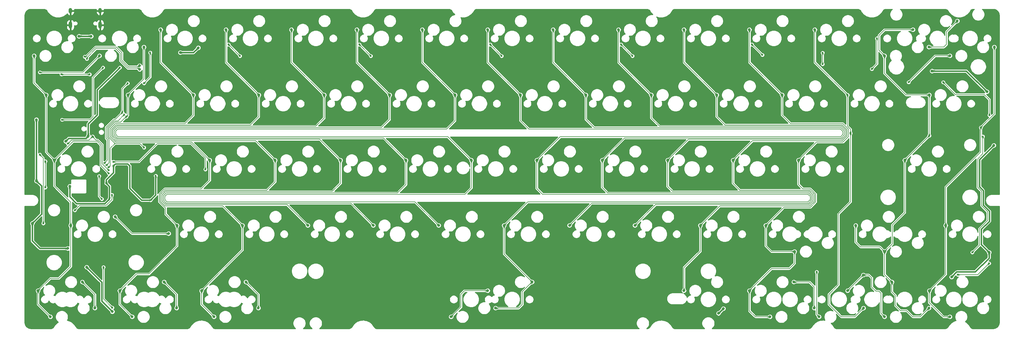
<source format=gbr>
G04 #@! TF.GenerationSoftware,KiCad,Pcbnew,(5.1.11)-1*
G04 #@! TF.CreationDate,2022-07-27T22:19:53+07:00*
G04 #@! TF.ProjectId,krush60hs - Copy,6b727573-6836-4306-9873-202d20436f70,rev?*
G04 #@! TF.SameCoordinates,Original*
G04 #@! TF.FileFunction,Copper,L1,Top*
G04 #@! TF.FilePolarity,Positive*
%FSLAX46Y46*%
G04 Gerber Fmt 4.6, Leading zero omitted, Abs format (unit mm)*
G04 Created by KiCad (PCBNEW (5.1.11)-1) date 2022-07-27 22:19:53*
%MOMM*%
%LPD*%
G01*
G04 APERTURE LIST*
G04 #@! TA.AperFunction,ComponentPad*
%ADD10O,1.000000X2.100000*%
G04 #@! TD*
G04 #@! TA.AperFunction,ComponentPad*
%ADD11O,1.000000X1.600000*%
G04 #@! TD*
G04 #@! TA.AperFunction,ViaPad*
%ADD12C,0.600000*%
G04 #@! TD*
G04 #@! TA.AperFunction,ViaPad*
%ADD13C,0.800000*%
G04 #@! TD*
G04 #@! TA.AperFunction,Conductor*
%ADD14C,0.400000*%
G04 #@! TD*
G04 #@! TA.AperFunction,Conductor*
%ADD15C,0.200000*%
G04 #@! TD*
G04 #@! TA.AperFunction,Conductor*
%ADD16C,0.254000*%
G04 #@! TD*
G04 #@! TA.AperFunction,Conductor*
%ADD17C,0.100000*%
G04 #@! TD*
G04 #@! TA.AperFunction,Conductor*
%ADD18C,0.025400*%
G04 #@! TD*
G04 APERTURE END LIST*
D10*
X14133846Y-44072496D03*
X22773846Y-44072496D03*
D11*
X14133846Y-39892496D03*
X22773846Y-39892496D03*
D12*
X25495250Y-94805500D03*
X38957250Y-88074500D03*
X37433250Y-95186500D03*
D13*
X51335899Y-50678703D03*
D12*
X24546769Y-90205420D03*
X26630368Y-85149637D03*
D13*
X13915030Y-91122608D03*
X18822542Y-114729395D03*
X26332711Y-127714588D03*
X4194520Y-89546050D03*
X12731750Y-77980500D03*
X19303750Y-76454000D03*
X4194520Y-71686600D03*
X202842975Y-128212235D03*
X204242975Y-126812235D03*
X281627750Y-110414000D03*
X283024291Y-79167629D03*
X265010280Y-57467500D03*
X3003746Y-101930044D03*
X13353001Y-109259854D03*
D12*
X28485014Y-56462821D03*
D13*
X16605250Y-47307500D03*
X20161250Y-47307500D03*
X46116250Y-52078703D03*
X270709974Y-117594472D03*
X281023319Y-63525401D03*
D12*
X166529158Y-110748139D03*
D13*
X20034250Y-117348000D03*
D12*
X64730464Y-86042608D03*
X58777324Y-86042608D03*
X20677228Y-83363695D03*
X33178822Y-108962197D03*
X38238991Y-113129395D03*
X28416310Y-115212994D03*
X39727276Y-86042608D03*
X45680416Y-86042608D03*
X77827372Y-86042608D03*
X83780512Y-86042608D03*
X34369450Y-80684782D03*
X36750706Y-80089468D03*
X96877420Y-86042608D03*
X102830560Y-86042608D03*
X115927468Y-86042608D03*
X140930656Y-86042608D03*
X134977516Y-86042608D03*
X154027564Y-86042608D03*
X159980704Y-86042608D03*
X173077612Y-86042608D03*
X179030752Y-86042608D03*
X192127660Y-86042608D03*
X198080800Y-86042608D03*
X211177708Y-86042608D03*
X217130848Y-86042608D03*
X230227756Y-86042608D03*
X236180896Y-86042608D03*
X49252300Y-105092656D03*
X55205440Y-105092656D03*
X93305536Y-105092656D03*
X106402444Y-105092656D03*
X112355584Y-105092656D03*
X125452492Y-105092656D03*
X131405632Y-105092656D03*
X144502540Y-105092656D03*
X150455680Y-105092656D03*
X163552588Y-105092656D03*
X87352396Y-105092656D03*
X74255488Y-105092656D03*
X169505728Y-105092656D03*
X68302348Y-105092656D03*
X182602636Y-105092656D03*
X188555776Y-105092656D03*
X201652684Y-105092656D03*
X207605824Y-105092656D03*
X34964764Y-66992560D03*
X40917904Y-66992560D03*
X54014812Y-66992560D03*
X59967952Y-66992560D03*
X73064860Y-66992560D03*
X79018000Y-66992560D03*
X92114908Y-66992560D03*
X98068048Y-66992560D03*
X111164956Y-66992560D03*
X117118096Y-66992560D03*
X130215004Y-66992560D03*
X155218192Y-66992560D03*
X168315100Y-66992560D03*
X174268240Y-66992560D03*
X187365148Y-66992560D03*
X193318288Y-66992560D03*
X206415196Y-66992560D03*
X212368336Y-66992560D03*
X225465244Y-66992560D03*
X235585582Y-66992560D03*
X16744950Y-78943200D03*
X30003750Y-67310000D03*
X39131900Y-127119129D03*
X55205351Y-125928503D03*
D13*
X148074179Y-80089402D03*
X10556876Y-70564394D03*
D12*
X230889810Y-110944660D03*
X213558609Y-110450365D03*
X139739797Y-47942500D03*
X145692927Y-47942500D03*
X158789813Y-47942500D03*
X177839829Y-47942500D03*
X183792959Y-47942500D03*
X169505447Y-50323752D03*
X55205351Y-50323752D03*
X93305383Y-50323752D03*
X131405415Y-50323752D03*
X207605479Y-50323752D03*
D13*
X263863840Y-115510866D03*
X278449082Y-112236628D03*
X253445810Y-115808524D03*
X242730122Y-50919080D03*
D12*
X5199059Y-57853447D03*
D13*
X22574250Y-53022500D03*
X272383250Y-42862500D03*
X264101250Y-50482500D03*
D12*
X248975461Y-47942500D03*
X247492650Y-56872240D03*
X258208338Y-60741794D03*
D13*
X270224250Y-53022500D03*
D12*
X25255347Y-86453529D03*
X13384629Y-78694379D03*
X20573750Y-76581000D03*
X6803746Y-91464410D03*
X6803746Y-83820000D03*
X26195250Y-93617920D03*
X15396250Y-98107500D03*
X26630368Y-83959009D03*
X53419375Y-86178442D03*
D13*
X27114542Y-100012500D03*
X42703846Y-104930941D03*
D12*
X25276767Y-87367920D03*
D13*
X4662670Y-121603060D03*
X7043786Y-64452500D03*
X9425038Y-83502500D03*
X14187542Y-102552500D03*
X8286754Y-129222564D03*
X3524250Y-53022500D03*
D12*
X35560078Y-79805902D03*
D13*
X30856306Y-64452500D03*
D12*
X25221488Y-85571141D03*
X30400928Y-70778762D03*
D13*
X35501250Y-50482500D03*
X40381250Y-45402500D03*
X49906322Y-64452500D03*
X54668826Y-83502500D03*
X45143818Y-102552500D03*
X28475270Y-121602568D03*
X32099274Y-129222564D03*
X64193834Y-102552500D03*
X59431250Y-45402500D03*
X68956338Y-64452500D03*
X73718842Y-83502500D03*
X52287870Y-121603060D03*
X55911794Y-129222564D03*
X78481250Y-45402500D03*
X88006354Y-64452500D03*
X92768858Y-83502500D03*
X83243850Y-102552500D03*
X102293866Y-102552500D03*
X97531182Y-45402496D03*
X107056370Y-64452500D03*
X111818874Y-83502500D03*
X116581282Y-45402500D03*
X126106386Y-64452500D03*
X121343882Y-102552500D03*
X130868890Y-83502500D03*
X135631182Y-45402496D03*
X145156402Y-64452500D03*
X149918906Y-83502500D03*
X140393898Y-102552500D03*
X148558250Y-119062500D03*
X137895670Y-126683060D03*
X17589670Y-119063060D03*
X21213758Y-126682568D03*
X45026530Y-126682568D03*
X41402270Y-119062568D03*
X65214870Y-119063060D03*
X68839130Y-126683060D03*
X224758430Y-119062568D03*
X230719118Y-126682948D03*
X245011442Y-116999156D03*
X240407650Y-121602948D03*
X251175450Y-129223060D03*
D12*
X24006549Y-84356201D03*
X29200928Y-69578762D03*
X37345961Y-52109691D03*
X35560022Y-61039386D03*
X30797518Y-61039386D03*
X11525250Y-58453447D03*
X19721403Y-58453447D03*
X233166250Y-52142500D03*
X233166250Y-55472240D03*
X11679082Y-71686600D03*
X23585014Y-56462821D03*
X63491416Y-53071651D03*
X60148413Y-49728454D03*
X101591220Y-53071425D03*
X98248281Y-49728228D03*
X139691736Y-53071651D03*
X136348733Y-49728454D03*
X174448473Y-49728228D03*
X177791896Y-53071651D03*
X212548569Y-49728228D03*
X215601541Y-52781200D03*
X268284014Y-60741794D03*
X281723320Y-70385301D03*
X276727750Y-110414000D03*
X279824291Y-76586272D03*
X281627750Y-113614000D03*
X272512779Y-116923039D03*
X6203746Y-101930044D03*
X5199059Y-81875341D03*
X23722542Y-114729395D03*
X26301171Y-126555500D03*
X22463170Y-88126207D03*
X23264597Y-94838023D03*
D13*
X135631250Y-121602500D03*
X124968670Y-129223060D03*
X154681182Y-45402496D03*
X164206418Y-64452500D03*
X168968922Y-83502500D03*
X159443914Y-102552500D03*
X173731182Y-45402496D03*
X183256434Y-64452500D03*
X188018938Y-83502500D03*
X178493930Y-102552500D03*
X192781414Y-121602568D03*
X197543946Y-102552500D03*
X192781250Y-45402500D03*
X202306450Y-64452500D03*
X207068954Y-83502500D03*
X211831250Y-45402500D03*
X221356466Y-64452500D03*
X226118970Y-83502500D03*
X216593962Y-102552500D03*
X224980500Y-110172500D03*
X211831430Y-121602568D03*
X217838010Y-129222948D03*
X230881142Y-45402488D03*
D12*
X241275114Y-75624613D03*
D13*
X245051446Y-126682568D03*
D12*
X240406482Y-64452500D03*
D13*
X251174250Y-53022500D03*
X259456250Y-45402500D03*
X242787734Y-102552500D03*
X253334650Y-119062948D03*
X264102450Y-126683060D03*
X264220290Y-64452612D03*
D12*
X264220290Y-76357430D03*
D13*
X257075220Y-83502500D03*
X251174250Y-110172500D03*
X268981506Y-102552500D03*
X283151250Y-50482500D03*
X264220290Y-121602948D03*
X270225530Y-129223060D03*
D12*
X279224290Y-73956512D03*
X24616149Y-84965801D03*
X29800928Y-70178762D03*
X231419118Y-116106182D03*
D13*
X232124446Y-129222568D03*
D12*
X18295945Y-53300317D03*
D13*
X34276250Y-55917500D03*
D12*
X18895945Y-53900317D03*
D13*
X34276250Y-56967500D03*
D14*
X38957250Y-93662500D02*
X37433250Y-95186500D01*
X38957250Y-88074500D02*
X38957250Y-93662500D01*
X25495250Y-91153901D02*
X24546769Y-90205420D01*
X25495250Y-94805500D02*
X25495250Y-91153901D01*
X26630368Y-87141779D02*
X26630368Y-85149637D01*
X24546769Y-89225378D02*
X26630368Y-87141779D01*
X24546769Y-90205420D02*
X24546769Y-89225378D01*
X18822542Y-114729395D02*
X23222532Y-119129385D01*
X23222532Y-124604409D02*
X26332711Y-127714588D01*
X23222532Y-119129385D02*
X23222532Y-124604409D01*
X37433250Y-95186500D02*
X34881289Y-95186500D01*
X34881289Y-95186500D02*
X31392880Y-91698091D01*
X31392880Y-91698091D02*
X31392880Y-85149637D01*
X31392880Y-85149637D02*
X30797566Y-84554323D01*
X30797566Y-84554323D02*
X27225682Y-84554323D01*
X27225682Y-84554323D02*
X26630368Y-85149637D01*
X13915030Y-94163260D02*
X13915030Y-91122608D01*
X24137804Y-96162946D02*
X15914716Y-96162946D01*
X25495250Y-94805500D02*
X24137804Y-96162946D01*
X15914716Y-96162946D02*
X13915030Y-94163260D01*
X18651901Y-77105849D02*
X19303750Y-76454000D01*
X13606401Y-77105849D02*
X18651901Y-77105849D01*
X12731750Y-77980500D02*
X13606401Y-77105849D01*
X19303750Y-72879200D02*
X19303750Y-76454000D01*
X21936764Y-70246186D02*
X19303750Y-72879200D01*
X4194520Y-71686600D02*
X4194520Y-89546050D01*
X204242975Y-126812235D02*
X202842975Y-128212235D01*
X4194520Y-89546050D02*
X5703736Y-91055266D01*
X5703736Y-99230054D02*
X3003746Y-101930044D01*
X5703736Y-91055266D02*
X5703736Y-99230054D01*
X3003746Y-101930044D02*
X3003746Y-107064426D01*
X5199174Y-109259854D02*
X13353001Y-109259854D01*
X3003746Y-107064426D02*
X5199174Y-109259854D01*
X21936764Y-63011071D02*
X28485014Y-56462821D01*
X21936764Y-70246186D02*
X21936764Y-63011071D01*
X16605250Y-47307500D02*
X20161250Y-47307500D01*
X49935899Y-52078703D02*
X51335899Y-50678703D01*
X46116250Y-52078703D02*
X49935899Y-52078703D01*
X279360630Y-108146880D02*
X281627750Y-110414000D01*
X279360630Y-103677720D02*
X279360630Y-108146880D01*
X281717380Y-101320970D02*
X279360630Y-103677720D01*
X279927050Y-96592660D02*
X281717380Y-98382990D01*
X279927050Y-92345780D02*
X279927050Y-96592660D01*
X281717380Y-98382990D02*
X281717380Y-101320970D01*
X278854800Y-91273530D02*
X279927050Y-92345780D01*
X283024291Y-79167629D02*
X278854800Y-83337120D01*
X278854800Y-83337120D02*
X278854800Y-91273530D01*
X281627750Y-112063700D02*
X281627750Y-110414000D01*
X277585268Y-116106182D02*
X281627750Y-112063700D01*
X272198264Y-116106182D02*
X277585268Y-116106182D01*
X270709974Y-117594472D02*
X272198264Y-116106182D01*
X274965418Y-57467500D02*
X281023319Y-63525401D01*
X265010280Y-57467500D02*
X274965418Y-57467500D01*
D15*
X17743303Y-57853447D02*
X22574250Y-53022500D01*
X5199059Y-57853447D02*
X17743303Y-57853447D01*
X272383250Y-42862500D02*
X269220823Y-46024927D01*
X269220823Y-46024927D02*
X269220823Y-49728454D01*
X268466777Y-50482500D02*
X264101250Y-50482500D01*
X269220823Y-49728454D02*
X268466777Y-50482500D01*
X248975461Y-47942500D02*
X248975461Y-55389429D01*
X248975461Y-55389429D02*
X247492650Y-56872240D01*
X265927632Y-53022500D02*
X270224250Y-53022500D01*
X258208338Y-60741794D02*
X265927632Y-53022500D01*
X23406548Y-78978862D02*
X23406548Y-84604730D01*
X22033545Y-77605859D02*
X23406548Y-78978862D01*
X21598609Y-77605859D02*
X22033545Y-77605859D01*
X23406548Y-84604730D02*
X25255347Y-86453529D01*
X20573750Y-76581000D02*
X21598609Y-77605859D01*
X19548891Y-77605859D02*
X20573750Y-76581000D01*
X14473149Y-77605859D02*
X19548891Y-77605859D01*
X13384629Y-78694379D02*
X14473149Y-77605859D01*
X6803746Y-91464410D02*
X6803746Y-83820000D01*
X26195250Y-94993502D02*
X24525796Y-96662956D01*
X26195250Y-93617920D02*
X26195250Y-94993502D01*
X16840794Y-96662956D02*
X15396250Y-98107500D01*
X24525796Y-96662956D02*
X16840794Y-96662956D01*
X53419375Y-86178442D02*
X53419375Y-82818747D01*
X53419375Y-82818747D02*
X49218210Y-78617582D01*
X49218210Y-78617582D02*
X39413220Y-78617582D01*
X34071793Y-83959009D02*
X26630368Y-83959009D01*
X39413220Y-78617582D02*
X34071793Y-83959009D01*
X32032983Y-104930941D02*
X27114542Y-100012500D01*
X42703846Y-104930941D02*
X32032983Y-104930941D01*
X7043786Y-81121248D02*
X9425038Y-83502500D01*
X7043786Y-64452500D02*
X7043786Y-81121248D01*
X9425038Y-83502500D02*
X9425038Y-91028888D01*
X14187542Y-95791392D02*
X14187542Y-102552500D01*
X9425038Y-91028888D02*
X14187542Y-95791392D01*
X14187542Y-102552500D02*
X14187542Y-114520608D01*
X14187542Y-114520608D02*
X10699750Y-118008400D01*
X8257330Y-118008400D02*
X4662670Y-121603060D01*
X10699750Y-118008400D02*
X8257330Y-118008400D01*
X9425038Y-83502500D02*
X14921669Y-78005869D01*
X14921669Y-78005869D02*
X21867856Y-78005869D01*
X21867856Y-78005869D02*
X23006538Y-79144551D01*
X25276767Y-87367920D02*
X23006538Y-85097691D01*
X23006538Y-85097691D02*
X23006538Y-79144551D01*
X4662670Y-125598480D02*
X8286754Y-129222564D01*
X4662670Y-121603060D02*
X4662670Y-125598480D01*
X3524250Y-60932964D02*
X7043786Y-64452500D01*
X3524250Y-53022500D02*
X3524250Y-60932964D01*
X34385849Y-78631673D02*
X35560078Y-79805902D01*
X34385849Y-78617582D02*
X34385849Y-78631673D01*
X27110731Y-78617582D02*
X34385849Y-78617582D01*
X25737397Y-85055232D02*
X25737397Y-79990916D01*
X25221488Y-85571141D02*
X25737397Y-85055232D01*
X26967449Y-78474301D02*
X26967449Y-78760863D01*
X26967449Y-78474301D02*
X27110731Y-78617582D01*
X25737397Y-79990916D02*
X27110731Y-78617582D01*
X25307703Y-74209813D02*
X25307704Y-76814562D01*
X27100045Y-72417461D02*
X25307703Y-74209813D01*
X25307704Y-76814562D02*
X26967449Y-78474301D01*
X27100045Y-72417461D02*
X28762229Y-72417461D01*
X30856306Y-64452500D02*
X30856306Y-70323384D01*
X30856306Y-70323384D02*
X30400928Y-70778762D01*
X28762229Y-72417461D02*
X30400928Y-70778762D01*
X35501250Y-59807556D02*
X30856306Y-64452500D01*
X35501250Y-50482500D02*
X35501250Y-59807556D01*
X49906386Y-64452500D02*
X49906386Y-70377543D01*
X49906386Y-70377543D02*
X47466459Y-72817470D01*
X25707713Y-76648871D02*
X27276420Y-78217572D01*
X25707712Y-74375501D02*
X25707713Y-76648871D01*
X27265736Y-72817470D02*
X25707712Y-74375501D01*
X47466459Y-72817470D02*
X27265736Y-72817470D01*
X49383898Y-78217572D02*
X54668826Y-83502500D01*
X27276420Y-78217572D02*
X49383898Y-78217572D01*
X41810875Y-97492766D02*
X41810875Y-99219557D01*
X39995589Y-95677480D02*
X41810875Y-97492766D01*
X39995589Y-93425582D02*
X39995589Y-95677480D01*
X41553617Y-91867554D02*
X39995589Y-93425582D01*
X52228879Y-91867554D02*
X41553617Y-91867554D01*
X54668890Y-89427543D02*
X52228879Y-91867554D01*
X41810875Y-99219557D02*
X45143818Y-102552500D01*
X54668890Y-83502500D02*
X54668890Y-89427543D01*
X37000471Y-116701279D02*
X45143850Y-108557900D01*
X33376559Y-116701279D02*
X37000471Y-116701279D01*
X45143850Y-108557900D02*
X45143850Y-102552500D01*
X28475270Y-121602568D02*
X33376559Y-116701279D01*
X28475270Y-125598560D02*
X32099274Y-129222564D01*
X28475270Y-121602568D02*
X28475270Y-125598560D01*
X40381250Y-54927428D02*
X49906322Y-64452500D01*
X40381250Y-45402500D02*
X40381250Y-54927428D01*
X73718890Y-83502500D02*
X73718890Y-89827601D01*
X68956386Y-64452500D02*
X68956386Y-70777601D01*
X68956386Y-70777601D02*
X66516507Y-73217480D01*
X26107722Y-76483180D02*
X27442109Y-77817562D01*
X26107721Y-74541189D02*
X26107722Y-76483180D01*
X27431426Y-73217480D02*
X26107721Y-74541189D01*
X66516507Y-73217480D02*
X27431426Y-73217480D01*
X68033904Y-77817562D02*
X73718842Y-83502500D01*
X27442109Y-77817562D02*
X68033904Y-77817562D01*
X73718890Y-89827601D02*
X71278927Y-92267564D01*
X40395599Y-95511791D02*
X41751454Y-96867646D01*
X40395599Y-93591271D02*
X40395599Y-95511791D01*
X41719306Y-92267564D02*
X40395599Y-93591271D01*
X71278927Y-92267564D02*
X41719306Y-92267564D01*
X58508980Y-96867646D02*
X64193834Y-102552500D01*
X41751454Y-96867646D02*
X58508980Y-96867646D01*
X59431250Y-54927412D02*
X68956338Y-64452500D01*
X59431250Y-45402500D02*
X59431250Y-54927412D01*
X52287870Y-121603060D02*
X52287870Y-125598640D01*
X52287870Y-125598640D02*
X55911794Y-129222564D01*
X64193834Y-109697096D02*
X52287870Y-121603060D01*
X64193834Y-102552500D02*
X64193834Y-109697096D01*
X88006386Y-64452500D02*
X88006386Y-71177659D01*
X88006386Y-71177659D02*
X85566555Y-73617490D01*
X26507731Y-76317489D02*
X27607798Y-77417552D01*
X26507730Y-74706877D02*
X26507731Y-76317489D01*
X27597115Y-73617490D02*
X26507730Y-74706877D01*
X85566555Y-73617490D02*
X27597115Y-73617490D01*
X86683910Y-77417552D02*
X92768858Y-83502500D01*
X27607798Y-77417552D02*
X86683910Y-77417552D01*
X41917143Y-96467636D02*
X77158986Y-96467636D01*
X77158986Y-96467636D02*
X83243850Y-102552500D01*
X92768890Y-83502500D02*
X92768890Y-90227659D01*
X41884995Y-92667574D02*
X40795609Y-93756960D01*
X40795609Y-95346102D02*
X41917143Y-96467636D01*
X40795609Y-93756960D02*
X40795609Y-95346102D01*
X92768890Y-90227659D02*
X90328975Y-92667574D01*
X90328975Y-92667574D02*
X41884995Y-92667574D01*
X78481250Y-54927396D02*
X88006354Y-64452500D01*
X78481250Y-45402500D02*
X78481250Y-54927396D01*
X111818822Y-83502496D02*
X111818822Y-90627633D01*
X107056318Y-64452496D02*
X107056318Y-71577633D01*
X107056318Y-71577633D02*
X104616451Y-74017500D01*
X26907740Y-76151798D02*
X27773487Y-77017542D01*
X26907739Y-74872565D02*
X26907740Y-76151798D01*
X27762804Y-74017500D02*
X26907739Y-74872565D01*
X104616451Y-74017500D02*
X27762804Y-74017500D01*
X105333916Y-77017542D02*
X111818874Y-83502500D01*
X27773487Y-77017542D02*
X105333916Y-77017542D01*
X111818822Y-90627633D02*
X109378871Y-93067584D01*
X41195619Y-95180413D02*
X42082832Y-96067626D01*
X41195619Y-93922649D02*
X41195619Y-95180413D01*
X42050684Y-93067584D02*
X41195619Y-93922649D01*
X109378871Y-93067584D02*
X42050684Y-93067584D01*
X95808992Y-96067626D02*
X102293866Y-102552500D01*
X42082832Y-96067626D02*
X95808992Y-96067626D01*
X97531182Y-54927312D02*
X107056370Y-64452500D01*
X97531182Y-45402496D02*
X97531182Y-54927312D01*
X116581282Y-54927396D02*
X126106386Y-64452500D01*
X116581282Y-45402500D02*
X116581282Y-54927396D01*
X123983922Y-76617532D02*
X130868890Y-83502500D01*
X27307749Y-75986107D02*
X27939176Y-76617532D01*
X27307749Y-75038254D02*
X27307749Y-75986107D01*
X27928493Y-74417510D02*
X27307749Y-75038254D01*
X126106418Y-71977558D02*
X123666466Y-74417510D01*
X123666466Y-74417510D02*
X27928493Y-74417510D01*
X126106418Y-64452500D02*
X126106418Y-71977558D01*
X27939176Y-76617532D02*
X123983922Y-76617532D01*
X42248521Y-95667616D02*
X114458998Y-95667616D01*
X41595629Y-95014726D02*
X42248521Y-95667616D01*
X41595629Y-94088338D02*
X41595629Y-95014726D01*
X42216373Y-93467594D02*
X41595629Y-94088338D01*
X130868890Y-91623469D02*
X129024765Y-93467594D01*
X114458998Y-95667616D02*
X121343882Y-102552500D01*
X129024765Y-93467594D02*
X42216373Y-93467594D01*
X130868890Y-83502500D02*
X130868890Y-91623469D01*
X145156418Y-71977558D02*
X145156418Y-64452500D01*
X147596364Y-74417504D02*
X145156418Y-71977558D01*
X239075074Y-75070393D02*
X238422183Y-74417504D01*
X239075074Y-75986095D02*
X239075074Y-75070393D01*
X238422183Y-74417504D02*
X147596364Y-74417504D01*
X156803881Y-76617525D02*
X238443644Y-76617525D01*
X149918906Y-83502500D02*
X156803881Y-76617525D01*
X238443644Y-76617525D02*
X239075074Y-75986095D01*
X135631182Y-54927280D02*
X145156402Y-64452500D01*
X135631182Y-45402496D02*
X135631182Y-54927280D01*
X140393898Y-110898148D02*
X148558250Y-119062500D01*
X140393898Y-102552500D02*
X140393898Y-110898148D01*
X145693614Y-121927136D02*
X148558250Y-119062500D01*
X145693614Y-125631238D02*
X145693614Y-121927136D01*
X144641792Y-126683060D02*
X145693614Y-125631238D01*
X137895670Y-126683060D02*
X144641792Y-126683060D01*
X140393898Y-102552500D02*
X147278789Y-95667609D01*
X229550454Y-94088326D02*
X228929714Y-93467588D01*
X229550454Y-95014714D02*
X229550454Y-94088326D01*
X228897559Y-95667609D02*
X229550454Y-95014714D01*
X147278789Y-95667609D02*
X228897559Y-95667609D01*
X228929714Y-93467588D02*
X151630188Y-93467588D01*
X149918906Y-91756306D02*
X149918906Y-83502500D01*
X151630188Y-93467588D02*
X149918906Y-91756306D01*
X21213758Y-122687148D02*
X21213758Y-126682568D01*
X17589670Y-119063060D02*
X21213758Y-122687148D01*
X45026530Y-122686828D02*
X41402270Y-119062568D01*
X45026530Y-126682568D02*
X45026530Y-122686828D01*
X68839130Y-122687320D02*
X68839130Y-126683060D01*
X65214870Y-119063060D02*
X68839130Y-122687320D01*
X224758430Y-119062568D02*
X229315318Y-119062568D01*
X230719118Y-120466368D02*
X230719118Y-126682948D01*
X229315318Y-119062568D02*
X230719118Y-120466368D01*
X245011442Y-116999156D02*
X240407650Y-121602948D01*
X245011442Y-116999156D02*
X246599676Y-116999156D01*
X246599676Y-116999156D02*
X247492650Y-117892130D01*
X247492650Y-117892130D02*
X247492650Y-120571052D01*
X247492650Y-120571052D02*
X248683282Y-121761684D01*
X248683282Y-121761684D02*
X249576256Y-121761684D01*
X249576256Y-121761684D02*
X250171572Y-122357000D01*
X250171572Y-128219182D02*
X251175450Y-129223060D01*
X250171572Y-122357000D02*
X250171572Y-128219182D01*
X24937377Y-77575634D02*
X24507686Y-77145941D01*
X24006549Y-84356201D02*
X24937377Y-83425373D01*
X24507685Y-73878436D02*
X26768668Y-71617442D01*
X24507686Y-77145941D02*
X24507685Y-73878436D01*
X24937377Y-83425373D02*
X24937377Y-77575634D01*
X27162248Y-71617442D02*
X29200928Y-69578762D01*
X26768668Y-71617442D02*
X27162248Y-71617442D01*
X37345961Y-59253447D02*
X35560022Y-61039386D01*
X37345961Y-52109691D02*
X37345961Y-59253447D01*
X29200928Y-62635976D02*
X30797518Y-61039386D01*
X29200928Y-69578762D02*
X29200928Y-62635976D01*
X11525250Y-58453447D02*
X19721403Y-58453447D01*
X19721403Y-58453447D02*
X19721403Y-58453447D01*
X233166250Y-52142500D02*
X233166250Y-55472240D01*
X233166250Y-55472240D02*
X233166250Y-55472240D01*
X11679082Y-71686600D02*
X19789230Y-71686600D01*
X19789230Y-71686600D02*
X20677197Y-70798633D01*
X20677197Y-59370638D02*
X23585014Y-56462821D01*
X20677197Y-70798633D02*
X20677197Y-59370638D01*
X60147993Y-49728228D02*
X63491416Y-53071651D01*
X98247797Y-49728002D02*
X101591220Y-53071425D01*
X136348313Y-49728228D02*
X139691736Y-53071651D01*
X174448473Y-49728228D02*
X177791896Y-53071651D01*
X212548569Y-49728228D02*
X215601541Y-52781200D01*
X215601541Y-52781200D02*
X215601541Y-52781200D01*
X268284014Y-60741794D02*
X271855910Y-64313690D01*
X271855910Y-64313690D02*
X280235030Y-64313690D01*
X281723320Y-65801980D02*
X281723320Y-70385301D01*
X280235030Y-64313690D02*
X281723320Y-65801980D01*
X278860619Y-103470609D02*
X278860619Y-108281131D01*
X281217369Y-101113859D02*
X278860619Y-103470609D01*
X281217369Y-98590101D02*
X281217369Y-101113859D01*
X278354789Y-83130009D02*
X278354790Y-91480642D01*
X278860619Y-108281131D02*
X276727750Y-110414000D01*
X279427040Y-96799772D02*
X281217369Y-98590101D01*
X278354790Y-91480642D02*
X279427039Y-92552891D01*
X279824291Y-76586272D02*
X279824291Y-81660507D01*
X279824291Y-81660507D02*
X278354789Y-83130009D01*
X279427039Y-92552891D02*
X279427040Y-96799772D01*
X278318711Y-116923039D02*
X281627750Y-113614000D01*
X272512779Y-116923039D02*
X278318711Y-116923039D01*
X6203746Y-88609723D02*
X6203746Y-88609723D01*
X6203746Y-82880028D02*
X5199059Y-81875341D01*
X6203746Y-101930044D02*
X6203746Y-82880028D01*
X23722542Y-123976871D02*
X26301171Y-126555500D01*
X23722542Y-114729395D02*
X23722542Y-123976871D01*
X22463170Y-94036596D02*
X23264597Y-94838023D01*
X22463170Y-88126207D02*
X22463170Y-94036596D01*
X135631250Y-121602500D02*
X128886292Y-121602500D01*
X128886292Y-121602500D02*
X127834134Y-122654658D01*
X127834134Y-126357596D02*
X124968670Y-129223060D01*
X127834134Y-122654658D02*
X127834134Y-126357596D01*
X164206318Y-71577633D02*
X164206318Y-64452496D01*
X164206318Y-71577633D02*
X166646179Y-74017494D01*
X239475084Y-76151784D02*
X238609333Y-77017535D01*
X239475084Y-74904704D02*
X239475084Y-76151784D01*
X238587873Y-74017495D02*
X239475084Y-74904704D01*
X166646179Y-74017494D02*
X238587873Y-74017495D01*
X175453887Y-77017535D02*
X168968922Y-83502500D01*
X238609333Y-77017535D02*
X175453887Y-77017535D01*
X154681182Y-54927264D02*
X164206418Y-64452500D01*
X154681182Y-45402496D02*
X154681182Y-54927264D01*
X170577948Y-93067578D02*
X168968922Y-91458552D01*
X229095403Y-93067578D02*
X170577948Y-93067578D01*
X168968922Y-91458552D02*
X168968922Y-83502500D01*
X229950464Y-95180403D02*
X229950463Y-93922635D01*
X229950463Y-93922635D02*
X229095403Y-93067578D01*
X229063248Y-96067619D02*
X229950464Y-95180403D01*
X165928795Y-96067619D02*
X229063248Y-96067619D01*
X159443914Y-102552500D02*
X165928795Y-96067619D01*
X183256830Y-71177671D02*
X183256830Y-64452512D01*
X183256830Y-71177671D02*
X185696644Y-73617485D01*
X239875094Y-74739015D02*
X239875094Y-76317473D01*
X239875094Y-76317473D02*
X238775022Y-77417545D01*
X238753563Y-73617486D02*
X239875094Y-74739015D01*
X185696644Y-73617485D02*
X238753563Y-73617486D01*
X194103893Y-77417545D02*
X188018938Y-83502500D01*
X238775022Y-77417545D02*
X194103893Y-77417545D01*
X173731182Y-54927248D02*
X183256434Y-64452500D01*
X173731182Y-45402496D02*
X173731182Y-54927248D01*
X229261097Y-92667569D02*
X189525709Y-92667569D01*
X230350472Y-93756944D02*
X229261097Y-92667569D01*
X188018938Y-91160798D02*
X188018938Y-83502500D01*
X230350473Y-95346091D02*
X230350472Y-93756944D01*
X229228937Y-96467629D02*
X230350473Y-95346091D01*
X189525709Y-92667569D02*
X188018938Y-91160798D01*
X184578801Y-96467629D02*
X229228937Y-96467629D01*
X178493930Y-102552500D02*
X184578801Y-96467629D01*
X202306386Y-64452500D02*
X202306386Y-70777601D01*
X202306386Y-70777601D02*
X204746261Y-73217476D01*
X240275104Y-76483162D02*
X238940711Y-77817555D01*
X240275104Y-74573326D02*
X240275104Y-76483162D01*
X238919253Y-73217477D02*
X240275104Y-74573326D01*
X204746261Y-73217476D02*
X238919253Y-73217477D01*
X212753899Y-77817555D02*
X207068954Y-83502500D01*
X238940711Y-77817555D02*
X212753899Y-77817555D01*
X192781250Y-54927300D02*
X202306450Y-64452500D01*
X192781250Y-45402500D02*
X192781250Y-54927300D01*
X192781414Y-121602568D02*
X192781414Y-114857714D01*
X197543946Y-110095182D02*
X197543946Y-102552500D01*
X192781414Y-114857714D02*
X197543946Y-110095182D01*
X197543946Y-102552500D02*
X203228807Y-96867639D01*
X230750480Y-93591254D02*
X229426786Y-92267559D01*
X230750482Y-95511779D02*
X230750480Y-93591254D01*
X229394626Y-96867639D02*
X230750482Y-95511779D01*
X203228807Y-96867639D02*
X229394626Y-96867639D01*
X229426786Y-92267559D02*
X209068785Y-92267559D01*
X207068954Y-90267728D02*
X207068954Y-83502500D01*
X209068785Y-92267559D02*
X207068954Y-90267728D01*
X221356386Y-64452500D02*
X221356386Y-70377543D01*
X221356386Y-70377543D02*
X223796310Y-72817467D01*
X240675114Y-76648851D02*
X239106400Y-78217565D01*
X240675114Y-74407637D02*
X240675114Y-76648851D01*
X239084943Y-72817469D02*
X240675114Y-74407637D01*
X223796310Y-72817467D02*
X239084943Y-72817469D01*
X231403905Y-78217565D02*
X226118970Y-83502500D01*
X239106400Y-78217565D02*
X231403905Y-78217565D01*
X216593962Y-102552500D02*
X216593962Y-108548712D01*
X218217750Y-110172500D02*
X224980500Y-110172500D01*
X216593962Y-108548712D02*
X218217750Y-110172500D01*
X211831430Y-121602568D02*
X211831430Y-127474926D01*
X213579452Y-129222948D02*
X217838010Y-129222948D01*
X211831430Y-127474926D02*
X213579452Y-129222948D01*
X211831250Y-54927284D02*
X221356466Y-64452500D01*
X211831250Y-45402500D02*
X211831250Y-54927284D01*
X218292624Y-115141374D02*
X211831430Y-121602568D01*
X223454186Y-115141374D02*
X218292624Y-115141374D01*
X224980500Y-113615060D02*
X223454186Y-115141374D01*
X224980500Y-110172500D02*
X224980500Y-113615060D01*
X216593962Y-102552500D02*
X221878813Y-97267649D01*
X231150489Y-93425564D02*
X229592475Y-91867549D01*
X231150489Y-95677475D02*
X231150489Y-93425564D01*
X229560315Y-97267649D02*
X231150489Y-95677475D01*
X221878813Y-97267649D02*
X229560315Y-97267649D01*
X229592475Y-91867549D02*
X227421229Y-91867549D01*
X226118970Y-90565290D02*
X226118970Y-83502500D01*
X227421229Y-91867549D02*
X226118970Y-90565290D01*
X238562910Y-129203134D02*
X242530880Y-129203134D01*
X234991014Y-125631238D02*
X238562910Y-129203134D01*
X237750350Y-119895322D02*
X234991014Y-122654658D01*
X242530880Y-129203134D02*
X245051446Y-126682568D01*
X234991014Y-122654658D02*
X234991014Y-125631238D01*
X230881142Y-54927160D02*
X240406482Y-64452500D01*
X230881142Y-45402488D02*
X230881142Y-54927160D01*
X241275114Y-74441939D02*
X241275114Y-75624613D01*
X240406482Y-73573307D02*
X241275114Y-74441939D01*
X240406482Y-64452500D02*
X240406482Y-73573307D01*
X241275114Y-95695326D02*
X237750350Y-99220090D01*
X241275114Y-75624613D02*
X241275114Y-95695326D01*
X237750350Y-99220090D02*
X237750350Y-119895322D01*
X251174250Y-53022500D02*
X249575461Y-51423711D01*
X249575461Y-47049541D02*
X251222502Y-45402500D01*
X251222502Y-45402500D02*
X259456250Y-45402500D01*
X249575461Y-51423711D02*
X249575461Y-47049541D01*
X242787734Y-102552500D02*
X242787734Y-107450184D01*
X249815350Y-108813600D02*
X251174250Y-110172500D01*
X242787734Y-107450184D02*
X244151150Y-108813600D01*
X244151150Y-108813600D02*
X249815350Y-108813600D01*
X251174250Y-116902548D02*
X253334650Y-119062948D01*
X251174250Y-110172500D02*
X251174250Y-116902548D01*
X253334650Y-119062948D02*
X253334650Y-121948182D01*
X253334650Y-121948182D02*
X254338784Y-122952316D01*
X254338784Y-122952316D02*
X254338784Y-125928896D01*
X254338784Y-125928896D02*
X255827074Y-127417186D01*
X255827074Y-127417186D02*
X257613022Y-127417186D01*
X257613022Y-127417186D02*
X259398970Y-129203134D01*
X261582376Y-129203134D02*
X264102450Y-126683060D01*
X259398970Y-129203134D02*
X261582376Y-129203134D01*
X251174250Y-53022500D02*
X251174250Y-58172576D01*
X257454286Y-64452612D02*
X264220290Y-64452612D01*
X251174250Y-58172576D02*
X257454286Y-64452612D01*
X264220290Y-64452612D02*
X264220290Y-76357430D01*
X253434850Y-102424874D02*
X253434850Y-107911900D01*
X257075220Y-98784504D02*
X253434850Y-102424874D01*
X257075220Y-83502500D02*
X257075220Y-98784504D01*
X264220290Y-76357430D02*
X257075220Y-83502500D01*
X251174250Y-110172500D02*
X253434850Y-107911900D01*
X268982530Y-102553524D02*
X268981506Y-102552500D01*
X268981506Y-116841732D02*
X264220290Y-121602948D01*
X268981506Y-102552500D02*
X268981506Y-116841732D01*
X268348636Y-129223060D02*
X270225530Y-129223060D01*
X264220290Y-125094714D02*
X268348636Y-129223060D01*
X264220290Y-121602948D02*
X264220290Y-125094714D01*
X283151250Y-70029552D02*
X279224290Y-73956512D01*
X283151250Y-50482500D02*
X283151250Y-70029552D01*
X268982530Y-102551476D02*
X268981506Y-102552500D01*
X268982530Y-91342064D02*
X268982530Y-102551476D01*
X279224290Y-81100304D02*
X268982530Y-91342064D01*
X279224290Y-73956512D02*
X279224290Y-81100304D01*
X25337387Y-77409944D02*
X24907695Y-76980253D01*
X24616149Y-84965801D02*
X25337387Y-84244563D01*
X24907695Y-76980253D02*
X24907694Y-74044125D01*
X25337387Y-84244563D02*
X25337387Y-77409944D01*
X24907694Y-74044125D02*
X26934357Y-72017452D01*
X27962238Y-72017452D02*
X29800928Y-70178762D01*
X26934357Y-72017452D02*
X27962238Y-72017452D01*
X231419118Y-128517240D02*
X232124446Y-129222568D01*
X231419118Y-116106182D02*
X231419118Y-128517240D01*
X30959450Y-56217500D02*
X33976250Y-56217500D01*
X33976250Y-56217500D02*
X34276250Y-55917500D01*
X29091250Y-54349300D02*
X30959450Y-56217500D01*
X18577746Y-53300317D02*
X21410563Y-50467500D01*
X21410563Y-50467500D02*
X27459450Y-50467500D01*
X18295945Y-53300317D02*
X18577746Y-53300317D01*
X27459450Y-50467500D02*
X29091250Y-52099300D01*
X29091250Y-52099300D02*
X29091250Y-54349300D01*
X30773050Y-56667500D02*
X33976250Y-56667500D01*
X18895945Y-53900317D02*
X18895945Y-53618516D01*
X27273050Y-50917500D02*
X28641250Y-52285700D01*
X28641250Y-54535700D02*
X30773050Y-56667500D01*
X21596961Y-50917500D02*
X27273050Y-50917500D01*
X28641250Y-52285700D02*
X28641250Y-54535700D01*
X33976250Y-56667500D02*
X34276250Y-56967500D01*
X18895945Y-53618516D02*
X21596961Y-50917500D01*
D16*
X268990789Y-39445163D02*
X269180751Y-39502517D01*
X269355946Y-39595669D01*
X269509716Y-39721080D01*
X269642584Y-39881690D01*
X269704977Y-39986482D01*
X269745222Y-40060914D01*
X269758517Y-40080625D01*
X269769848Y-40101528D01*
X269773648Y-40107065D01*
X270125037Y-40611517D01*
X270153309Y-40644665D01*
X270181150Y-40678248D01*
X270185954Y-40682942D01*
X270628632Y-41109534D01*
X270662818Y-41136571D01*
X270696638Y-41164095D01*
X270702262Y-41167767D01*
X271219367Y-41500251D01*
X271258141Y-41520127D01*
X271296676Y-41540564D01*
X271302906Y-41543074D01*
X271874743Y-41768787D01*
X271916656Y-41780758D01*
X271958411Y-41793316D01*
X271965009Y-41794568D01*
X272569799Y-41904911D01*
X272613212Y-41908510D01*
X272656635Y-41912722D01*
X272663351Y-41912668D01*
X273278053Y-41903440D01*
X273321345Y-41898538D01*
X273364755Y-41894235D01*
X273371333Y-41892878D01*
X273972537Y-41764428D01*
X274014091Y-41751198D01*
X274055798Y-41738558D01*
X274061987Y-41735949D01*
X274626791Y-41493172D01*
X274664979Y-41472126D01*
X274703442Y-41451623D01*
X274709002Y-41447864D01*
X274709007Y-41447861D01*
X274709011Y-41447857D01*
X275215898Y-41100003D01*
X275249236Y-41071970D01*
X275283020Y-41044357D01*
X275287747Y-41039586D01*
X275717420Y-40599897D01*
X275744709Y-40565883D01*
X275772454Y-40532274D01*
X275776165Y-40526676D01*
X276112165Y-40012037D01*
X276112254Y-40011903D01*
X276246513Y-39806263D01*
X276385192Y-39664351D01*
X276548801Y-39552074D01*
X276731092Y-39473717D01*
X276934940Y-39430165D01*
X277053095Y-39423496D01*
X277346140Y-39423496D01*
X277264884Y-39477790D01*
X276999540Y-39743134D01*
X276791061Y-40055144D01*
X276647459Y-40401832D01*
X276574250Y-40769874D01*
X276574250Y-41145126D01*
X276647459Y-41513168D01*
X276791061Y-41859856D01*
X276999540Y-42171866D01*
X277264884Y-42437210D01*
X277576894Y-42645689D01*
X277923582Y-42789291D01*
X278291624Y-42862500D01*
X278666876Y-42862500D01*
X279034918Y-42789291D01*
X279381606Y-42645689D01*
X279693616Y-42437210D01*
X279958960Y-42171866D01*
X280167439Y-41859856D01*
X280311041Y-41513168D01*
X280384250Y-41145126D01*
X280384250Y-40769874D01*
X280311041Y-40401832D01*
X280167439Y-40055144D01*
X279958960Y-39743134D01*
X279693616Y-39477790D01*
X279612360Y-39423496D01*
X282792724Y-39423496D01*
X283159395Y-39459448D01*
X283489480Y-39559106D01*
X283793921Y-39720981D01*
X284061119Y-39938903D01*
X284280902Y-40204575D01*
X284444895Y-40507874D01*
X284546855Y-40837253D01*
X284585246Y-41202521D01*
X284585362Y-93511532D01*
X282292736Y-93511532D01*
X282268186Y-93513950D01*
X282251973Y-93513950D01*
X282245293Y-93514652D01*
X282002857Y-93541844D01*
X281960171Y-93550917D01*
X281917447Y-93559377D01*
X281911037Y-93561361D01*
X281911033Y-93561362D01*
X281911030Y-93561363D01*
X281911031Y-93561363D01*
X281678493Y-93635129D01*
X281638420Y-93652305D01*
X281598121Y-93668915D01*
X281592213Y-93672109D01*
X281378430Y-93789636D01*
X281342469Y-93814259D01*
X281306146Y-93838392D01*
X281300971Y-93842673D01*
X281114090Y-93999486D01*
X281083606Y-94030616D01*
X281052654Y-94061352D01*
X281048409Y-94066557D01*
X280895545Y-94256682D01*
X280871674Y-94293161D01*
X280847297Y-94329302D01*
X280844144Y-94335232D01*
X280731118Y-94551428D01*
X280714787Y-94591849D01*
X280697893Y-94632038D01*
X280695952Y-94638468D01*
X280627073Y-94872499D01*
X280618911Y-94915287D01*
X280610138Y-94958026D01*
X280609483Y-94964710D01*
X280587372Y-95207664D01*
X280587676Y-95251259D01*
X280587372Y-95294854D01*
X280588027Y-95301538D01*
X280613528Y-95544158D01*
X280622287Y-95586826D01*
X280630463Y-95629685D01*
X280632404Y-95636114D01*
X280704544Y-95869161D01*
X280721438Y-95909350D01*
X280737769Y-95949771D01*
X280740922Y-95955701D01*
X280856954Y-96170298D01*
X280881317Y-96206418D01*
X280905203Y-96242919D01*
X280909448Y-96248124D01*
X281064952Y-96436096D01*
X281095871Y-96466799D01*
X281126388Y-96497962D01*
X281131563Y-96502243D01*
X281320616Y-96656432D01*
X281356916Y-96680549D01*
X281392899Y-96705187D01*
X281398807Y-96708382D01*
X281614208Y-96822913D01*
X281654497Y-96839518D01*
X281694585Y-96856700D01*
X281701000Y-96858686D01*
X281934545Y-96929197D01*
X281977299Y-96937662D01*
X282019952Y-96946728D01*
X282026632Y-96947430D01*
X282269424Y-96971236D01*
X282292736Y-96973532D01*
X284585247Y-96973532D01*
X284585246Y-130868974D01*
X284549293Y-131235646D01*
X284449635Y-131565732D01*
X284287761Y-131870171D01*
X284069839Y-132137370D01*
X283804168Y-132357152D01*
X283500868Y-132521145D01*
X283171489Y-132623105D01*
X282806214Y-132661497D01*
X277063351Y-132661495D01*
X276842374Y-132639828D01*
X276652415Y-132582475D01*
X276477221Y-132489322D01*
X276323455Y-132363914D01*
X276190584Y-132203300D01*
X276128200Y-132098523D01*
X276087949Y-132024080D01*
X276074655Y-132004371D01*
X276063321Y-131983462D01*
X276059521Y-131977925D01*
X275708133Y-131473474D01*
X275679858Y-131440321D01*
X275652019Y-131406742D01*
X275647215Y-131402048D01*
X275204537Y-130975456D01*
X275170351Y-130948419D01*
X275136531Y-130920895D01*
X275130907Y-130917223D01*
X274742948Y-130667777D01*
X274988598Y-130422127D01*
X275194450Y-130114047D01*
X275336244Y-129771727D01*
X275408530Y-129408322D01*
X275408530Y-129037798D01*
X275336244Y-128674393D01*
X275194450Y-128332073D01*
X274988598Y-128023993D01*
X274726597Y-127761992D01*
X274418517Y-127556140D01*
X274076197Y-127414346D01*
X273712792Y-127342060D01*
X273342268Y-127342060D01*
X272978863Y-127414346D01*
X272636543Y-127556140D01*
X272328463Y-127761992D01*
X272066462Y-128023993D01*
X271860610Y-128332073D01*
X271718816Y-128674393D01*
X271646530Y-129037798D01*
X271646530Y-129408322D01*
X271718816Y-129771727D01*
X271860610Y-130114047D01*
X271981363Y-130294767D01*
X271860631Y-130320562D01*
X271819067Y-130333795D01*
X271777369Y-130346432D01*
X271771184Y-130349040D01*
X271771180Y-130349041D01*
X271771176Y-130349043D01*
X271206376Y-130591818D01*
X271168202Y-130612857D01*
X271129725Y-130633367D01*
X271124161Y-130637129D01*
X270617269Y-130984987D01*
X270583948Y-131013007D01*
X270550147Y-131040633D01*
X270545419Y-131045404D01*
X270115747Y-131485094D01*
X270088487Y-131519072D01*
X270060713Y-131552717D01*
X270057002Y-131558315D01*
X269720915Y-132073087D01*
X269720910Y-132073097D01*
X269586656Y-132278730D01*
X269447980Y-132420639D01*
X269284371Y-132532916D01*
X269102078Y-132611275D01*
X268898229Y-132654828D01*
X268780056Y-132661497D01*
X237350351Y-132661495D01*
X237129374Y-132639828D01*
X236939415Y-132582475D01*
X236764221Y-132489322D01*
X236610455Y-132363914D01*
X236477584Y-132203300D01*
X236415200Y-132098523D01*
X236374949Y-132024080D01*
X236361655Y-132004371D01*
X236350321Y-131983462D01*
X236346521Y-131977925D01*
X235995133Y-131473474D01*
X235966858Y-131440321D01*
X235939019Y-131406742D01*
X235934215Y-131402048D01*
X235622295Y-131101462D01*
X235975113Y-131031282D01*
X236317433Y-130889488D01*
X236625513Y-130683636D01*
X236887514Y-130421635D01*
X237093366Y-130113555D01*
X237235160Y-129771235D01*
X237307446Y-129407830D01*
X237307446Y-129037306D01*
X237235160Y-128673901D01*
X237151523Y-128471983D01*
X238206085Y-129526546D01*
X238221146Y-129544898D01*
X238294388Y-129605006D01*
X238377949Y-129649670D01*
X238433200Y-129666430D01*
X238468617Y-129677174D01*
X238562910Y-129686461D01*
X238586536Y-129684134D01*
X242507254Y-129684134D01*
X242530880Y-129686461D01*
X242554506Y-129684134D01*
X242625172Y-129677174D01*
X242715841Y-129649670D01*
X242799402Y-129605006D01*
X242872644Y-129544898D01*
X242887710Y-129526540D01*
X244827237Y-127587013D01*
X244874329Y-127543749D01*
X244901610Y-127523399D01*
X244917589Y-127514266D01*
X244929948Y-127509173D01*
X244949286Y-127503666D01*
X244984540Y-127496521D01*
X245037058Y-127487563D01*
X245042073Y-127486673D01*
X245105039Y-127475064D01*
X245122707Y-127471372D01*
X245192032Y-127455162D01*
X245217029Y-127448414D01*
X245240033Y-127441357D01*
X245279255Y-127433555D01*
X245421388Y-127374681D01*
X245549305Y-127289210D01*
X245658088Y-127180427D01*
X245743559Y-127052510D01*
X245802433Y-126910377D01*
X245832446Y-126759490D01*
X245832446Y-126605646D01*
X245802433Y-126454759D01*
X245743559Y-126312626D01*
X245658088Y-126184709D01*
X245549305Y-126075926D01*
X245421388Y-125990455D01*
X245279255Y-125931581D01*
X245128368Y-125901568D01*
X244974524Y-125901568D01*
X244823637Y-125931581D01*
X244681504Y-125990455D01*
X244553587Y-126075926D01*
X244444804Y-126184709D01*
X244359333Y-126312626D01*
X244300459Y-126454759D01*
X244292658Y-126493976D01*
X244285601Y-126516979D01*
X244278851Y-126541981D01*
X244262641Y-126611306D01*
X244258949Y-126628974D01*
X244247340Y-126691940D01*
X244246450Y-126696955D01*
X244237492Y-126749473D01*
X244230347Y-126784727D01*
X244224840Y-126804065D01*
X244219747Y-126816424D01*
X244210614Y-126832403D01*
X244190264Y-126859685D01*
X244146997Y-126906781D01*
X243369149Y-127684629D01*
X243443366Y-127573555D01*
X243585160Y-127231235D01*
X243657446Y-126867830D01*
X243657446Y-126497306D01*
X243585160Y-126133901D01*
X243443366Y-125791581D01*
X243237514Y-125483501D01*
X243152581Y-125398568D01*
X243170151Y-125398568D01*
X243412808Y-125350300D01*
X243641385Y-125255621D01*
X243847099Y-125118167D01*
X244022045Y-124943221D01*
X244159499Y-124737507D01*
X244254178Y-124508930D01*
X244302446Y-124266273D01*
X244302446Y-124018863D01*
X244254178Y-123776206D01*
X244159499Y-123547629D01*
X244087732Y-123440223D01*
X244231317Y-123411662D01*
X244573637Y-123269868D01*
X244881717Y-123064016D01*
X245143718Y-122802015D01*
X245349570Y-122493935D01*
X245491364Y-122151615D01*
X245563650Y-121788210D01*
X245563650Y-121417686D01*
X245491364Y-121054281D01*
X245349570Y-120711961D01*
X245143718Y-120403881D01*
X244881717Y-120141880D01*
X244573637Y-119936028D01*
X244231317Y-119794234D01*
X243867912Y-119721948D01*
X243497388Y-119721948D01*
X243133983Y-119794234D01*
X242791663Y-119936028D01*
X242680590Y-120010244D01*
X244787244Y-117903591D01*
X244834325Y-117860337D01*
X244861606Y-117839987D01*
X244877585Y-117830854D01*
X244889944Y-117825761D01*
X244909282Y-117820254D01*
X244944536Y-117813109D01*
X244997054Y-117804151D01*
X245002069Y-117803261D01*
X245065035Y-117791652D01*
X245082703Y-117787960D01*
X245152028Y-117771750D01*
X245177025Y-117765002D01*
X245200029Y-117757945D01*
X245239251Y-117750143D01*
X245381384Y-117691269D01*
X245414631Y-117669054D01*
X245435890Y-117657777D01*
X245458340Y-117644872D01*
X245518822Y-117607314D01*
X245533923Y-117597433D01*
X245586656Y-117561118D01*
X245590833Y-117558201D01*
X245634315Y-117527391D01*
X245664279Y-117507526D01*
X245681859Y-117497739D01*
X245694193Y-117492605D01*
X245711954Y-117487763D01*
X245745629Y-117482862D01*
X245809514Y-117480156D01*
X246400440Y-117480156D01*
X247011650Y-118091367D01*
X247011651Y-120547416D01*
X247009323Y-120571052D01*
X247018610Y-120665344D01*
X247038184Y-120729868D01*
X247046115Y-120756013D01*
X247090779Y-120839574D01*
X247150887Y-120912816D01*
X247169239Y-120927877D01*
X248079642Y-121838281D01*
X247726557Y-121768048D01*
X247258743Y-121768048D01*
X246799917Y-121859314D01*
X246367713Y-122038339D01*
X245978740Y-122298243D01*
X245647945Y-122629038D01*
X245388041Y-123018011D01*
X245209016Y-123450215D01*
X245117750Y-123909041D01*
X245117750Y-124376855D01*
X245209016Y-124835681D01*
X245388041Y-125267885D01*
X245647945Y-125656858D01*
X245978740Y-125987653D01*
X246367713Y-126247557D01*
X246799917Y-126426582D01*
X247258743Y-126517848D01*
X247726557Y-126517848D01*
X248185383Y-126426582D01*
X248617587Y-126247557D01*
X249006560Y-125987653D01*
X249337355Y-125656858D01*
X249597259Y-125267885D01*
X249690572Y-125042607D01*
X249690573Y-128195546D01*
X249688245Y-128219182D01*
X249697532Y-128313474D01*
X249723639Y-128399533D01*
X249725037Y-128404143D01*
X249769701Y-128487704D01*
X249829809Y-128560946D01*
X249848161Y-128576007D01*
X250271009Y-128998855D01*
X250314268Y-129045942D01*
X250334618Y-129073224D01*
X250343751Y-129089203D01*
X250348844Y-129101562D01*
X250354351Y-129120900D01*
X250361496Y-129156154D01*
X250370454Y-129208672D01*
X250371344Y-129213687D01*
X250382953Y-129276653D01*
X250386645Y-129294321D01*
X250402855Y-129363646D01*
X250409605Y-129388647D01*
X250416661Y-129411647D01*
X250424463Y-129450869D01*
X250483337Y-129593002D01*
X250568808Y-129720919D01*
X250677591Y-129829702D01*
X250805508Y-129915173D01*
X250947641Y-129974047D01*
X251098528Y-130004060D01*
X251252372Y-130004060D01*
X251403259Y-129974047D01*
X251545392Y-129915173D01*
X251673309Y-129829702D01*
X251782092Y-129720919D01*
X251867563Y-129593002D01*
X251926437Y-129450869D01*
X251956450Y-129299982D01*
X251956450Y-129146138D01*
X251926437Y-128995251D01*
X251867563Y-128853118D01*
X251782092Y-128725201D01*
X251673309Y-128616418D01*
X251545392Y-128530947D01*
X251403259Y-128472073D01*
X251364037Y-128464271D01*
X251341037Y-128457215D01*
X251316036Y-128450465D01*
X251246711Y-128434255D01*
X251229043Y-128430563D01*
X251166077Y-128418954D01*
X251161062Y-128418064D01*
X251108544Y-128409106D01*
X251073290Y-128401961D01*
X251053952Y-128396454D01*
X251041593Y-128391361D01*
X251025614Y-128382228D01*
X250998332Y-128361878D01*
X250951245Y-128318619D01*
X250652572Y-128019946D01*
X250652572Y-124019355D01*
X250681450Y-124019355D01*
X250681450Y-124266765D01*
X250729718Y-124509422D01*
X250824397Y-124737999D01*
X250961851Y-124943713D01*
X251136797Y-125118659D01*
X251342511Y-125256113D01*
X251571088Y-125350792D01*
X251813745Y-125399060D01*
X252061155Y-125399060D01*
X252255332Y-125360435D01*
X252448945Y-125398948D01*
X252696355Y-125398948D01*
X252939012Y-125350680D01*
X253167589Y-125256001D01*
X253373303Y-125118547D01*
X253548249Y-124943601D01*
X253685703Y-124737887D01*
X253780382Y-124509310D01*
X253828650Y-124266653D01*
X253828650Y-124019243D01*
X253780382Y-123776586D01*
X253685703Y-123548009D01*
X253548249Y-123342295D01*
X253373303Y-123167349D01*
X253167589Y-123029895D01*
X252939012Y-122935216D01*
X252696355Y-122886948D01*
X252448945Y-122886948D01*
X252254768Y-122925573D01*
X252061155Y-122887060D01*
X251813745Y-122887060D01*
X251571088Y-122935328D01*
X251342511Y-123030007D01*
X251136797Y-123167461D01*
X250961851Y-123342407D01*
X250824397Y-123548121D01*
X250729718Y-123776698D01*
X250681450Y-124019355D01*
X250652572Y-124019355D01*
X250652572Y-122380626D01*
X250654899Y-122357000D01*
X250645612Y-122262707D01*
X250634456Y-122225933D01*
X250618108Y-122172039D01*
X250573444Y-122088478D01*
X250513336Y-122015236D01*
X250494983Y-122000174D01*
X249933086Y-121438278D01*
X249918020Y-121419920D01*
X249844778Y-121359812D01*
X249761217Y-121315148D01*
X249670548Y-121287644D01*
X249599882Y-121280684D01*
X249576256Y-121278357D01*
X249552630Y-121280684D01*
X248882519Y-121280684D01*
X247973650Y-120371816D01*
X247973650Y-117915756D01*
X247975977Y-117892130D01*
X247966690Y-117797837D01*
X247948671Y-117738437D01*
X247939186Y-117707169D01*
X247894522Y-117623608D01*
X247834414Y-117550366D01*
X247816061Y-117535305D01*
X246956506Y-116675750D01*
X246941440Y-116657392D01*
X246868198Y-116597284D01*
X246784637Y-116552620D01*
X246693968Y-116525116D01*
X246631851Y-116518998D01*
X246599676Y-116515829D01*
X246576050Y-116518156D01*
X245809520Y-116518156D01*
X245745629Y-116515449D01*
X245711954Y-116510548D01*
X245694193Y-116505706D01*
X245681859Y-116500572D01*
X245664279Y-116490785D01*
X245634315Y-116470920D01*
X245590833Y-116440110D01*
X245586656Y-116437193D01*
X245533923Y-116400878D01*
X245518822Y-116390997D01*
X245458340Y-116353439D01*
X245435886Y-116340532D01*
X245414626Y-116329255D01*
X245381384Y-116307043D01*
X245239251Y-116248169D01*
X245088364Y-116218156D01*
X244934520Y-116218156D01*
X244783633Y-116248169D01*
X244641500Y-116307043D01*
X244513583Y-116392514D01*
X244404800Y-116501297D01*
X244319329Y-116629214D01*
X244260455Y-116771347D01*
X244252654Y-116810564D01*
X244245597Y-116833567D01*
X244238847Y-116858569D01*
X244222637Y-116927894D01*
X244218945Y-116945562D01*
X244207336Y-117008528D01*
X244206446Y-117013543D01*
X244197488Y-117066061D01*
X244190343Y-117101315D01*
X244184836Y-117120653D01*
X244179743Y-117133012D01*
X244170610Y-117148991D01*
X244150260Y-117176273D01*
X244107002Y-117223359D01*
X240631862Y-120698500D01*
X240584767Y-120741766D01*
X240557485Y-120762116D01*
X240541506Y-120771249D01*
X240529147Y-120776342D01*
X240509809Y-120781849D01*
X240474555Y-120788994D01*
X240422037Y-120797952D01*
X240417022Y-120798842D01*
X240354056Y-120810451D01*
X240336388Y-120814143D01*
X240267063Y-120830353D01*
X240242061Y-120837103D01*
X240219058Y-120844160D01*
X240179841Y-120851961D01*
X240037708Y-120910835D01*
X239909791Y-120996306D01*
X239801008Y-121105089D01*
X239715537Y-121233006D01*
X239656663Y-121375139D01*
X239626650Y-121526026D01*
X239626650Y-121679870D01*
X239656663Y-121830757D01*
X239715537Y-121972890D01*
X239801008Y-122100807D01*
X239909791Y-122209590D01*
X240037708Y-122295061D01*
X240179841Y-122353935D01*
X240330728Y-122383948D01*
X240484572Y-122383948D01*
X240635459Y-122353935D01*
X240777592Y-122295061D01*
X240905509Y-122209590D01*
X241014292Y-122100807D01*
X241099763Y-121972890D01*
X241158637Y-121830757D01*
X241166439Y-121791535D01*
X241173496Y-121768531D01*
X241180244Y-121743534D01*
X241196454Y-121674209D01*
X241200146Y-121656541D01*
X241211755Y-121593575D01*
X241212645Y-121588560D01*
X241221603Y-121536042D01*
X241228748Y-121500788D01*
X241234255Y-121481450D01*
X241239348Y-121469091D01*
X241248481Y-121453112D01*
X241268831Y-121425831D01*
X241312093Y-121378741D01*
X242089947Y-120600888D01*
X242015730Y-120711961D01*
X241873936Y-121054281D01*
X241801650Y-121417686D01*
X241801650Y-121788210D01*
X241873936Y-122151615D01*
X242015730Y-122493935D01*
X242221582Y-122802015D01*
X242306515Y-122886948D01*
X242288945Y-122886948D01*
X242046288Y-122935216D01*
X241817711Y-123029895D01*
X241611997Y-123167349D01*
X241437051Y-123342295D01*
X241299597Y-123548009D01*
X241204918Y-123776586D01*
X241156650Y-124019243D01*
X241156650Y-124266653D01*
X241204918Y-124509310D01*
X241299597Y-124737887D01*
X241371364Y-124845293D01*
X241227779Y-124873854D01*
X240885459Y-125015648D01*
X240577379Y-125221500D01*
X240315378Y-125483501D01*
X240109526Y-125791581D01*
X239967732Y-126133901D01*
X239895446Y-126497306D01*
X239895446Y-126867830D01*
X239967732Y-127231235D01*
X240109526Y-127573555D01*
X240315378Y-127881635D01*
X240577379Y-128143636D01*
X240885459Y-128349488D01*
X241227779Y-128491282D01*
X241591184Y-128563568D01*
X241961708Y-128563568D01*
X242325113Y-128491282D01*
X242667433Y-128349488D01*
X242778507Y-128275271D01*
X242331644Y-128722134D01*
X238762147Y-128722134D01*
X235472014Y-125432002D01*
X235472014Y-123908661D01*
X235591546Y-123908661D01*
X235591546Y-124376475D01*
X235682812Y-124835301D01*
X235861837Y-125267505D01*
X236121741Y-125656478D01*
X236452536Y-125987273D01*
X236841509Y-126247177D01*
X237273713Y-126426202D01*
X237732539Y-126517468D01*
X238200353Y-126517468D01*
X238659179Y-126426202D01*
X239091383Y-126247177D01*
X239480356Y-125987273D01*
X239811151Y-125656478D01*
X240071055Y-125267505D01*
X240250080Y-124835301D01*
X240341346Y-124376475D01*
X240341346Y-123908661D01*
X240250080Y-123449835D01*
X240071055Y-123017631D01*
X239811151Y-122628658D01*
X239480356Y-122297863D01*
X239091383Y-122037959D01*
X238659179Y-121858934D01*
X238200353Y-121767668D01*
X237732539Y-121767668D01*
X237273713Y-121858934D01*
X236841509Y-122037959D01*
X236452536Y-122297863D01*
X236121741Y-122628658D01*
X235861837Y-123017631D01*
X235682812Y-123449835D01*
X235591546Y-123908661D01*
X235472014Y-123908661D01*
X235472014Y-122853894D01*
X238073762Y-120252147D01*
X238092114Y-120237086D01*
X238152222Y-120163844D01*
X238196886Y-120080283D01*
X238224390Y-119989614D01*
X238231350Y-119918948D01*
X238231350Y-119918947D01*
X238233677Y-119895323D01*
X238231350Y-119871699D01*
X238231350Y-102475578D01*
X242006734Y-102475578D01*
X242006734Y-102629422D01*
X242036747Y-102780309D01*
X242095621Y-102922442D01*
X242117833Y-102955684D01*
X242129110Y-102976944D01*
X242142017Y-102999398D01*
X242179575Y-103059880D01*
X242189456Y-103074981D01*
X242225771Y-103127714D01*
X242228688Y-103131891D01*
X242259498Y-103175373D01*
X242279363Y-103205337D01*
X242289150Y-103222917D01*
X242294284Y-103235251D01*
X242299126Y-103253012D01*
X242304027Y-103286687D01*
X242306734Y-103350582D01*
X242306735Y-107426548D01*
X242304407Y-107450184D01*
X242313694Y-107544476D01*
X242341199Y-107635145D01*
X242385863Y-107718706D01*
X242445971Y-107791948D01*
X242464323Y-107807009D01*
X243794325Y-109137012D01*
X243809386Y-109155364D01*
X243882628Y-109215472D01*
X243966189Y-109260136D01*
X244056858Y-109287640D01*
X244127524Y-109294600D01*
X244127525Y-109294600D01*
X244151149Y-109296927D01*
X244174773Y-109294600D01*
X249616114Y-109294600D01*
X250269810Y-109948297D01*
X250313068Y-109995382D01*
X250333418Y-110022664D01*
X250342551Y-110038643D01*
X250347644Y-110051002D01*
X250353151Y-110070340D01*
X250360296Y-110105594D01*
X250369254Y-110158112D01*
X250370144Y-110163127D01*
X250381753Y-110226093D01*
X250385445Y-110243761D01*
X250401655Y-110313086D01*
X250408405Y-110338087D01*
X250415461Y-110361087D01*
X250423263Y-110400309D01*
X250482137Y-110542442D01*
X250504349Y-110575684D01*
X250515626Y-110596944D01*
X250528533Y-110619398D01*
X250566091Y-110679880D01*
X250575972Y-110694981D01*
X250612287Y-110747714D01*
X250615204Y-110751891D01*
X250646014Y-110795373D01*
X250665879Y-110825337D01*
X250675666Y-110842917D01*
X250680800Y-110855251D01*
X250685642Y-110873012D01*
X250690543Y-110906687D01*
X250693250Y-110970581D01*
X250693251Y-116878912D01*
X250690923Y-116902548D01*
X250700210Y-116996840D01*
X250723068Y-117072191D01*
X250727715Y-117087509D01*
X250772379Y-117171070D01*
X250832487Y-117244312D01*
X250850839Y-117259373D01*
X251116080Y-117524614D01*
X250923637Y-117396028D01*
X250581317Y-117254234D01*
X250217912Y-117181948D01*
X249847388Y-117181948D01*
X249483983Y-117254234D01*
X249141663Y-117396028D01*
X248833583Y-117601880D01*
X248571582Y-117863881D01*
X248365730Y-118171961D01*
X248223936Y-118514281D01*
X248151650Y-118877686D01*
X248151650Y-119248210D01*
X248223936Y-119611615D01*
X248365730Y-119953935D01*
X248571582Y-120262015D01*
X248833583Y-120524016D01*
X249141663Y-120729868D01*
X249483983Y-120871662D01*
X249847388Y-120943948D01*
X250217912Y-120943948D01*
X250581317Y-120871662D01*
X250923637Y-120729868D01*
X251231717Y-120524016D01*
X251493718Y-120262015D01*
X251699570Y-119953935D01*
X251841364Y-119611615D01*
X251913650Y-119248210D01*
X251913650Y-118877686D01*
X251841364Y-118514281D01*
X251699570Y-118171961D01*
X251570985Y-117979519D01*
X252430212Y-118838747D01*
X252473468Y-118885830D01*
X252493818Y-118913112D01*
X252502951Y-118929091D01*
X252508044Y-118941450D01*
X252513551Y-118960788D01*
X252520696Y-118996042D01*
X252529654Y-119048560D01*
X252530544Y-119053575D01*
X252542153Y-119116541D01*
X252545845Y-119134209D01*
X252562055Y-119203534D01*
X252568805Y-119228535D01*
X252575861Y-119251535D01*
X252583663Y-119290757D01*
X252642537Y-119432890D01*
X252664749Y-119466132D01*
X252676026Y-119487392D01*
X252688933Y-119509846D01*
X252726491Y-119570328D01*
X252736372Y-119585429D01*
X252772687Y-119638162D01*
X252775604Y-119642339D01*
X252806414Y-119685821D01*
X252826279Y-119715785D01*
X252836066Y-119733365D01*
X252841200Y-119745699D01*
X252846042Y-119763460D01*
X252850943Y-119797135D01*
X252853650Y-119861032D01*
X252853651Y-121924546D01*
X252851323Y-121948182D01*
X252860610Y-122042474D01*
X252883840Y-122119050D01*
X252888115Y-122133143D01*
X252932779Y-122216704D01*
X252992887Y-122289946D01*
X253011239Y-122305007D01*
X253857784Y-123151553D01*
X253857785Y-125905260D01*
X253855457Y-125928896D01*
X253864744Y-126023188D01*
X253882551Y-126081887D01*
X253892249Y-126113857D01*
X253936913Y-126197418D01*
X253997021Y-126270660D01*
X254015373Y-126285721D01*
X255227351Y-127497700D01*
X255026117Y-127414346D01*
X254662712Y-127342060D01*
X254292188Y-127342060D01*
X253928783Y-127414346D01*
X253586463Y-127556140D01*
X253278383Y-127761992D01*
X253016382Y-128023993D01*
X252810530Y-128332073D01*
X252668736Y-128674393D01*
X252596450Y-129037798D01*
X252596450Y-129408322D01*
X252668736Y-129771727D01*
X252810530Y-130114047D01*
X253016382Y-130422127D01*
X253278383Y-130684128D01*
X253586463Y-130889980D01*
X253928783Y-131031774D01*
X254292188Y-131104060D01*
X254662712Y-131104060D01*
X255026117Y-131031774D01*
X255368437Y-130889980D01*
X255676517Y-130684128D01*
X255938518Y-130422127D01*
X256144370Y-130114047D01*
X256286164Y-129771727D01*
X256358450Y-129408322D01*
X256358450Y-129037798D01*
X256286164Y-128674393D01*
X256144370Y-128332073D01*
X255938518Y-128023993D01*
X255813723Y-127899198D01*
X255827074Y-127900513D01*
X255850700Y-127898186D01*
X257413786Y-127898186D01*
X259042145Y-129526546D01*
X259057206Y-129544898D01*
X259130448Y-129605006D01*
X259214009Y-129649670D01*
X259269260Y-129666430D01*
X259304677Y-129677174D01*
X259398970Y-129686461D01*
X259422596Y-129684134D01*
X261558750Y-129684134D01*
X261582376Y-129686461D01*
X261606002Y-129684134D01*
X261676668Y-129677174D01*
X261767337Y-129649670D01*
X261850898Y-129605006D01*
X261924140Y-129544898D01*
X261939206Y-129526540D01*
X263878251Y-127587496D01*
X263925333Y-127544241D01*
X263952614Y-127523891D01*
X263968593Y-127514758D01*
X263980952Y-127509665D01*
X264000290Y-127504158D01*
X264035544Y-127497013D01*
X264088062Y-127488055D01*
X264093077Y-127487165D01*
X264156043Y-127475556D01*
X264173711Y-127471864D01*
X264243036Y-127455654D01*
X264268033Y-127448906D01*
X264291037Y-127441849D01*
X264330259Y-127434047D01*
X264472392Y-127375173D01*
X264600309Y-127289702D01*
X264709092Y-127180919D01*
X264794563Y-127053002D01*
X264853437Y-126910869D01*
X264883450Y-126759982D01*
X264883450Y-126606138D01*
X264853437Y-126455251D01*
X264820094Y-126374754D01*
X267991811Y-129546472D01*
X268006872Y-129564824D01*
X268080114Y-129624932D01*
X268163675Y-129669596D01*
X268211601Y-129684134D01*
X268254343Y-129697100D01*
X268348636Y-129706387D01*
X268372262Y-129704060D01*
X269427458Y-129704060D01*
X269491342Y-129706766D01*
X269525017Y-129711667D01*
X269542778Y-129716509D01*
X269555112Y-129721643D01*
X269572692Y-129731430D01*
X269602656Y-129751295D01*
X269646138Y-129782105D01*
X269650315Y-129785022D01*
X269703048Y-129821337D01*
X269718149Y-129831218D01*
X269778631Y-129868776D01*
X269801083Y-129881682D01*
X269822344Y-129892960D01*
X269855588Y-129915173D01*
X269997721Y-129974047D01*
X270148608Y-130004060D01*
X270302452Y-130004060D01*
X270453339Y-129974047D01*
X270595472Y-129915173D01*
X270723389Y-129829702D01*
X270832172Y-129720919D01*
X270917643Y-129593002D01*
X270976517Y-129450869D01*
X271006530Y-129299982D01*
X271006530Y-129146138D01*
X270976517Y-128995251D01*
X270917643Y-128853118D01*
X270832172Y-128725201D01*
X270723389Y-128616418D01*
X270595472Y-128530947D01*
X270453339Y-128472073D01*
X270302452Y-128442060D01*
X270148608Y-128442060D01*
X269997721Y-128472073D01*
X269855588Y-128530947D01*
X269822348Y-128553157D01*
X269801087Y-128564435D01*
X269778631Y-128577343D01*
X269718149Y-128614901D01*
X269703048Y-128624782D01*
X269650315Y-128661097D01*
X269646138Y-128664014D01*
X269602656Y-128694824D01*
X269572692Y-128714689D01*
X269555112Y-128724476D01*
X269542778Y-128729610D01*
X269525017Y-128734452D01*
X269491342Y-128739353D01*
X269427452Y-128742060D01*
X268547873Y-128742060D01*
X264701290Y-124895478D01*
X264701290Y-122401020D01*
X264703996Y-122337135D01*
X264708897Y-122303460D01*
X264713739Y-122285699D01*
X264718873Y-122273365D01*
X264728660Y-122255785D01*
X264748525Y-122225821D01*
X264779335Y-122182339D01*
X264782252Y-122178162D01*
X264818567Y-122125429D01*
X264828448Y-122110328D01*
X264866006Y-122049846D01*
X264878911Y-122027396D01*
X264890188Y-122006137D01*
X264912403Y-121972890D01*
X264971277Y-121830757D01*
X264979079Y-121791535D01*
X264986136Y-121768531D01*
X264992884Y-121743534D01*
X265009094Y-121674209D01*
X265012786Y-121656541D01*
X265024395Y-121593575D01*
X265025285Y-121588560D01*
X265034243Y-121536042D01*
X265041388Y-121500788D01*
X265046895Y-121481450D01*
X265051988Y-121469091D01*
X265061121Y-121453112D01*
X265081471Y-121425831D01*
X265124733Y-121378741D01*
X265902587Y-120600888D01*
X265828370Y-120711961D01*
X265686576Y-121054281D01*
X265614290Y-121417686D01*
X265614290Y-121788210D01*
X265686576Y-122151615D01*
X265828370Y-122493935D01*
X266034222Y-122802015D01*
X266119155Y-122886948D01*
X266101585Y-122886948D01*
X265858928Y-122935216D01*
X265630351Y-123029895D01*
X265424637Y-123167349D01*
X265249691Y-123342295D01*
X265112237Y-123548009D01*
X265017558Y-123776586D01*
X264969290Y-124019243D01*
X264969290Y-124266653D01*
X265017558Y-124509310D01*
X265112237Y-124737887D01*
X265249691Y-124943601D01*
X265424637Y-125118547D01*
X265630351Y-125256001D01*
X265858928Y-125350680D01*
X266101585Y-125398948D01*
X266348995Y-125398948D01*
X266591652Y-125350680D01*
X266820229Y-125256001D01*
X267025943Y-125118547D01*
X267200889Y-124943601D01*
X267338343Y-124737887D01*
X267433022Y-124509310D01*
X267481290Y-124266653D01*
X267481290Y-124019243D01*
X267459370Y-123909041D01*
X268930390Y-123909041D01*
X268930390Y-124376855D01*
X269021656Y-124835681D01*
X269200681Y-125267885D01*
X269460585Y-125656858D01*
X269791380Y-125987653D01*
X270180353Y-126247557D01*
X270612557Y-126426582D01*
X271071383Y-126517848D01*
X271539197Y-126517848D01*
X271998023Y-126426582D01*
X272430227Y-126247557D01*
X272819200Y-125987653D01*
X273149995Y-125656858D01*
X273409899Y-125267885D01*
X273588924Y-124835681D01*
X273680190Y-124376855D01*
X273680190Y-123909153D01*
X273692630Y-123909153D01*
X273692630Y-124376967D01*
X273783896Y-124835793D01*
X273962921Y-125267997D01*
X274222825Y-125656970D01*
X274553620Y-125987765D01*
X274942593Y-126247669D01*
X275374797Y-126426694D01*
X275833623Y-126517960D01*
X276301437Y-126517960D01*
X276402798Y-126497798D01*
X277996530Y-126497798D01*
X277996530Y-126868322D01*
X278068816Y-127231727D01*
X278210610Y-127574047D01*
X278416462Y-127882127D01*
X278678463Y-128144128D01*
X278986543Y-128349980D01*
X279328863Y-128491774D01*
X279692268Y-128564060D01*
X280062792Y-128564060D01*
X280426197Y-128491774D01*
X280768517Y-128349980D01*
X281076597Y-128144128D01*
X281338598Y-127882127D01*
X281544450Y-127574047D01*
X281686244Y-127231727D01*
X281758530Y-126868322D01*
X281758530Y-126497798D01*
X281686244Y-126134393D01*
X281544450Y-125792073D01*
X281338598Y-125483993D01*
X281253665Y-125399060D01*
X281271235Y-125399060D01*
X281513892Y-125350792D01*
X281742469Y-125256113D01*
X281948183Y-125118659D01*
X282123129Y-124943713D01*
X282260583Y-124737999D01*
X282355262Y-124509422D01*
X282403530Y-124266765D01*
X282403530Y-124019355D01*
X282355262Y-123776698D01*
X282260583Y-123548121D01*
X282123129Y-123342407D01*
X281948183Y-123167461D01*
X281742469Y-123030007D01*
X281513892Y-122935328D01*
X281271235Y-122887060D01*
X281023825Y-122887060D01*
X280781168Y-122935328D01*
X280552591Y-123030007D01*
X280346877Y-123167461D01*
X280171931Y-123342407D01*
X280034477Y-123548121D01*
X279939798Y-123776698D01*
X279891530Y-124019355D01*
X279891530Y-124266765D01*
X279939798Y-124509422D01*
X280034477Y-124737999D01*
X280079502Y-124805384D01*
X280062792Y-124802060D01*
X279692268Y-124802060D01*
X279328863Y-124874346D01*
X278986543Y-125016140D01*
X278678463Y-125221992D01*
X278416462Y-125483993D01*
X278210610Y-125792073D01*
X278068816Y-126134393D01*
X277996530Y-126497798D01*
X276402798Y-126497798D01*
X276760263Y-126426694D01*
X277192467Y-126247669D01*
X277581440Y-125987765D01*
X277912235Y-125656970D01*
X278172139Y-125267997D01*
X278351164Y-124835793D01*
X278442430Y-124376967D01*
X278442430Y-123909153D01*
X278351164Y-123450327D01*
X278172139Y-123018123D01*
X277912235Y-122629150D01*
X277581440Y-122298355D01*
X277192467Y-122038451D01*
X276760263Y-121859426D01*
X276301437Y-121768160D01*
X275833623Y-121768160D01*
X275374797Y-121859426D01*
X274942593Y-122038451D01*
X274553620Y-122298355D01*
X274222825Y-122629150D01*
X273962921Y-123018123D01*
X273783896Y-123450327D01*
X273692630Y-123909153D01*
X273680190Y-123909153D01*
X273680190Y-123909041D01*
X273588924Y-123450215D01*
X273409899Y-123018011D01*
X273149995Y-122629038D01*
X272819200Y-122298243D01*
X272430227Y-122038339D01*
X271998023Y-121859314D01*
X271539197Y-121768048D01*
X271071383Y-121768048D01*
X270612557Y-121859314D01*
X270180353Y-122038339D01*
X269791380Y-122298243D01*
X269460585Y-122629038D01*
X269200681Y-123018011D01*
X269021656Y-123450215D01*
X268930390Y-123909041D01*
X267459370Y-123909041D01*
X267433022Y-123776586D01*
X267338343Y-123548009D01*
X267293318Y-123480624D01*
X267310028Y-123483948D01*
X267680552Y-123483948D01*
X268043957Y-123411662D01*
X268386277Y-123269868D01*
X268694357Y-123064016D01*
X268956358Y-122802015D01*
X269162210Y-122493935D01*
X269304004Y-122151615D01*
X269376290Y-121788210D01*
X269376290Y-121417686D01*
X269304004Y-121054281D01*
X269162210Y-120711961D01*
X268956358Y-120403881D01*
X268694357Y-120141880D01*
X268386277Y-119936028D01*
X268043957Y-119794234D01*
X267680552Y-119721948D01*
X267310028Y-119721948D01*
X266946623Y-119794234D01*
X266604303Y-119936028D01*
X266493230Y-120010244D01*
X269304918Y-117198557D01*
X269323270Y-117183496D01*
X269383378Y-117110254D01*
X269428042Y-117026693D01*
X269455546Y-116936024D01*
X269462506Y-116865358D01*
X269462506Y-116865357D01*
X269464833Y-116841733D01*
X269462506Y-116818109D01*
X269462506Y-104968795D01*
X269730506Y-104968795D01*
X269730506Y-105216205D01*
X269778774Y-105458862D01*
X269873453Y-105687439D01*
X270010907Y-105893153D01*
X270185853Y-106068099D01*
X270391567Y-106205553D01*
X270620144Y-106300232D01*
X270862801Y-106348500D01*
X271110211Y-106348500D01*
X271352868Y-106300232D01*
X271581445Y-106205553D01*
X271787159Y-106068099D01*
X271962105Y-105893153D01*
X272099559Y-105687439D01*
X272194238Y-105458862D01*
X272242506Y-105216205D01*
X272242506Y-104968795D01*
X272194238Y-104726138D01*
X272099559Y-104497561D01*
X272054534Y-104430176D01*
X272071244Y-104433500D01*
X272441768Y-104433500D01*
X272805173Y-104361214D01*
X273147493Y-104219420D01*
X273455573Y-104013568D01*
X273717574Y-103751567D01*
X273923426Y-103443487D01*
X274065220Y-103101167D01*
X274137506Y-102737762D01*
X274137506Y-102367238D01*
X274065220Y-102003833D01*
X273923426Y-101661513D01*
X273717574Y-101353433D01*
X273455573Y-101091432D01*
X273147493Y-100885580D01*
X272805173Y-100743786D01*
X272441768Y-100671500D01*
X272071244Y-100671500D01*
X271707839Y-100743786D01*
X271365519Y-100885580D01*
X271057439Y-101091432D01*
X270795438Y-101353433D01*
X270589586Y-101661513D01*
X270447792Y-102003833D01*
X270375506Y-102367238D01*
X270375506Y-102737762D01*
X270447792Y-103101167D01*
X270589586Y-103443487D01*
X270795438Y-103751567D01*
X270880371Y-103836500D01*
X270862801Y-103836500D01*
X270620144Y-103884768D01*
X270391567Y-103979447D01*
X270185853Y-104116901D01*
X270010907Y-104291847D01*
X269873453Y-104497561D01*
X269778774Y-104726138D01*
X269730506Y-104968795D01*
X269462506Y-104968795D01*
X269462506Y-103350572D01*
X269465212Y-103286687D01*
X269470113Y-103253012D01*
X269474955Y-103235251D01*
X269480089Y-103222917D01*
X269489876Y-103205337D01*
X269509741Y-103175373D01*
X269540551Y-103131891D01*
X269543468Y-103127714D01*
X269579783Y-103074981D01*
X269589664Y-103059880D01*
X269627222Y-102999398D01*
X269640127Y-102976948D01*
X269651404Y-102955689D01*
X269673619Y-102922442D01*
X269732493Y-102780309D01*
X269762506Y-102629422D01*
X269762506Y-102475578D01*
X269732493Y-102324691D01*
X269673619Y-102182558D01*
X269652046Y-102150271D01*
X269641179Y-102129650D01*
X269628356Y-102107198D01*
X269590894Y-102046487D01*
X269581064Y-102031369D01*
X269544835Y-101978436D01*
X269541907Y-101974220D01*
X269511134Y-101930534D01*
X269491226Y-101900338D01*
X269481344Y-101882495D01*
X269476094Y-101869827D01*
X269471175Y-101851700D01*
X269466239Y-101817648D01*
X269463530Y-101753448D01*
X269463530Y-99827238D01*
X276725506Y-99827238D01*
X276725506Y-100197762D01*
X276797792Y-100561167D01*
X276939586Y-100903487D01*
X277145438Y-101211567D01*
X277407439Y-101473568D01*
X277715519Y-101679420D01*
X278057839Y-101821214D01*
X278421244Y-101893500D01*
X278791768Y-101893500D01*
X279155173Y-101821214D01*
X279497493Y-101679420D01*
X279805573Y-101473568D01*
X280067574Y-101211567D01*
X280273426Y-100903487D01*
X280415220Y-100561167D01*
X280487506Y-100197762D01*
X280487506Y-99827238D01*
X280415220Y-99463833D01*
X280273426Y-99121513D01*
X280067574Y-98813433D01*
X279805573Y-98551432D01*
X279497493Y-98345580D01*
X279155173Y-98203786D01*
X278791768Y-98131500D01*
X278421244Y-98131500D01*
X278057839Y-98203786D01*
X277715519Y-98345580D01*
X277407439Y-98551432D01*
X277145438Y-98813433D01*
X276939586Y-99121513D01*
X276797792Y-99463833D01*
X276725506Y-99827238D01*
X269463530Y-99827238D01*
X269463530Y-94063593D01*
X273723320Y-94063593D01*
X273723320Y-94531407D01*
X273814586Y-94990233D01*
X273993611Y-95422437D01*
X274253515Y-95811410D01*
X274584310Y-96142205D01*
X274973283Y-96402109D01*
X275405487Y-96581134D01*
X275864313Y-96672400D01*
X276332127Y-96672400D01*
X276790953Y-96581134D01*
X277223157Y-96402109D01*
X277612130Y-96142205D01*
X277942925Y-95811410D01*
X278202829Y-95422437D01*
X278381854Y-94990233D01*
X278473120Y-94531407D01*
X278473120Y-94063593D01*
X278381854Y-93604767D01*
X278202829Y-93172563D01*
X277942925Y-92783590D01*
X277612130Y-92452795D01*
X277223157Y-92192891D01*
X276790953Y-92013866D01*
X276332127Y-91922600D01*
X275864313Y-91922600D01*
X275405487Y-92013866D01*
X274973283Y-92192891D01*
X274584310Y-92452795D01*
X274253515Y-92783590D01*
X273993611Y-93172563D01*
X273814586Y-93604767D01*
X273723320Y-94063593D01*
X269463530Y-94063593D01*
X269463530Y-91541300D01*
X277871763Y-83133068D01*
X277873789Y-83153635D01*
X277873791Y-91457006D01*
X277871463Y-91480642D01*
X277880750Y-91574934D01*
X277903331Y-91649370D01*
X277908255Y-91665603D01*
X277952919Y-91749164D01*
X278013027Y-91822406D01*
X278031379Y-91837467D01*
X278946039Y-92752128D01*
X278946041Y-96776136D01*
X278943713Y-96799772D01*
X278953000Y-96894064D01*
X278977107Y-96973532D01*
X278980505Y-96984733D01*
X279025169Y-97068294D01*
X279085277Y-97141536D01*
X279103629Y-97156597D01*
X280736369Y-98789337D01*
X280736370Y-100914621D01*
X278537213Y-103113779D01*
X278518855Y-103128845D01*
X278458747Y-103202087D01*
X278414083Y-103285649D01*
X278408672Y-103303487D01*
X278386579Y-103376317D01*
X278377292Y-103470609D01*
X278379619Y-103494235D01*
X278379619Y-104547969D01*
X278350140Y-104399767D01*
X278171115Y-103967563D01*
X277911211Y-103578590D01*
X277580416Y-103247795D01*
X277191443Y-102987891D01*
X276759239Y-102808866D01*
X276300413Y-102717600D01*
X275832599Y-102717600D01*
X275373773Y-102808866D01*
X274941569Y-102987891D01*
X274552596Y-103247795D01*
X274221801Y-103578590D01*
X273961897Y-103967563D01*
X273782872Y-104399767D01*
X273691606Y-104858593D01*
X273691606Y-105326407D01*
X273782872Y-105785233D01*
X273961897Y-106217437D01*
X274221801Y-106606410D01*
X274552596Y-106937205D01*
X274941569Y-107197109D01*
X275373773Y-107376134D01*
X275832599Y-107467400D01*
X276300413Y-107467400D01*
X276759239Y-107376134D01*
X277191443Y-107197109D01*
X277580416Y-106937205D01*
X277911211Y-106606410D01*
X278171115Y-106217437D01*
X278350140Y-105785233D01*
X278379619Y-105637030D01*
X278379620Y-108081893D01*
X276809451Y-109652063D01*
X276776570Y-109682760D01*
X276759337Y-109696359D01*
X276751586Y-109701304D01*
X276748316Y-109702918D01*
X276741636Y-109705402D01*
X276723814Y-109710496D01*
X276690545Y-109718541D01*
X276646204Y-109729097D01*
X276636247Y-109731610D01*
X276586659Y-109744837D01*
X276569496Y-109749849D01*
X276558647Y-109753296D01*
X276529110Y-109759171D01*
X276405176Y-109810506D01*
X276293638Y-109885033D01*
X276198783Y-109979888D01*
X276124256Y-110091426D01*
X276072921Y-110215360D01*
X276046750Y-110346927D01*
X276046750Y-110481073D01*
X276072921Y-110612640D01*
X276124256Y-110736574D01*
X276198783Y-110848112D01*
X276293638Y-110942967D01*
X276405176Y-111017494D01*
X276529110Y-111068829D01*
X276660677Y-111095000D01*
X276794823Y-111095000D01*
X276926390Y-111068829D01*
X277050324Y-111017494D01*
X277161862Y-110942967D01*
X277256717Y-110848112D01*
X277331244Y-110736574D01*
X277382579Y-110612640D01*
X277388457Y-110583090D01*
X277391902Y-110572245D01*
X277396912Y-110555090D01*
X277410139Y-110505502D01*
X277412652Y-110495545D01*
X277423208Y-110451204D01*
X277431253Y-110417935D01*
X277436347Y-110400113D01*
X277438831Y-110393433D01*
X277440445Y-110390163D01*
X277445390Y-110382412D01*
X277458983Y-110365186D01*
X277489692Y-110332294D01*
X279107040Y-108714947D01*
X280656000Y-110263907D01*
X280709606Y-110319348D01*
X280747596Y-110362138D01*
X280774082Y-110395550D01*
X280792123Y-110421794D01*
X280805485Y-110444763D01*
X280817673Y-110469760D01*
X280831077Y-110502083D01*
X280847028Y-110545471D01*
X280866311Y-110601303D01*
X280872004Y-110617886D01*
X280876763Y-110641809D01*
X280935637Y-110783942D01*
X280949187Y-110804221D01*
X280956888Y-110819975D01*
X280982739Y-110873106D01*
X281002131Y-110915046D01*
X281015511Y-110947383D01*
X281024569Y-110973681D01*
X281031358Y-110999356D01*
X281037161Y-111030683D01*
X281042058Y-111073037D01*
X281045454Y-111130177D01*
X281046751Y-111207230D01*
X281046750Y-111823042D01*
X277344611Y-115525182D01*
X272226804Y-115525182D01*
X272198264Y-115522371D01*
X272169724Y-115525182D01*
X272084368Y-115533589D01*
X271974849Y-115566811D01*
X271873916Y-115620761D01*
X271785447Y-115693365D01*
X271767254Y-115715534D01*
X270860051Y-116622738D01*
X270804638Y-116676317D01*
X270761835Y-116714318D01*
X270728423Y-116740804D01*
X270702179Y-116758845D01*
X270679210Y-116772207D01*
X270654213Y-116784395D01*
X270621890Y-116797799D01*
X270578502Y-116813750D01*
X270522541Y-116833078D01*
X270506091Y-116838726D01*
X270482165Y-116843485D01*
X270340032Y-116902359D01*
X270212115Y-116987830D01*
X270103332Y-117096613D01*
X270017861Y-117224530D01*
X269958987Y-117366663D01*
X269928974Y-117517550D01*
X269928974Y-117671394D01*
X269958987Y-117822281D01*
X270017861Y-117964414D01*
X270103332Y-118092331D01*
X270212115Y-118201114D01*
X270340032Y-118286585D01*
X270482165Y-118345459D01*
X270633052Y-118375472D01*
X270786896Y-118375472D01*
X270937783Y-118345459D01*
X271079916Y-118286585D01*
X271207833Y-118201114D01*
X271316616Y-118092331D01*
X271402087Y-117964414D01*
X271460961Y-117822281D01*
X271465722Y-117798347D01*
X271471413Y-117781770D01*
X271490695Y-117725943D01*
X271506646Y-117682555D01*
X271520050Y-117650232D01*
X271532238Y-117625235D01*
X271545600Y-117602266D01*
X271563641Y-117576022D01*
X271590127Y-117542610D01*
X271628116Y-117499820D01*
X271681731Y-117444372D01*
X271900851Y-117225252D01*
X271909285Y-117245613D01*
X271983812Y-117357151D01*
X272078667Y-117452006D01*
X272190205Y-117526533D01*
X272314139Y-117577868D01*
X272445706Y-117604039D01*
X272579852Y-117604039D01*
X272669757Y-117586155D01*
X272646223Y-117601880D01*
X272384222Y-117863881D01*
X272178370Y-118171961D01*
X272036576Y-118514281D01*
X271964290Y-118877686D01*
X271964290Y-119248210D01*
X272036576Y-119611615D01*
X272178370Y-119953935D01*
X272384222Y-120262015D01*
X272646223Y-120524016D01*
X272954303Y-120729868D01*
X273296623Y-120871662D01*
X273660028Y-120943948D01*
X274030552Y-120943948D01*
X274393957Y-120871662D01*
X274736277Y-120729868D01*
X275044357Y-120524016D01*
X275306358Y-120262015D01*
X275512210Y-119953935D01*
X275654004Y-119611615D01*
X275726290Y-119248210D01*
X275726290Y-118877686D01*
X275654004Y-118514281D01*
X275512210Y-118171961D01*
X275306358Y-117863881D01*
X275044357Y-117601880D01*
X274748266Y-117404039D01*
X278295085Y-117404039D01*
X278318711Y-117406366D01*
X278342337Y-117404039D01*
X278344612Y-117403815D01*
X278413003Y-117397079D01*
X278417720Y-117395648D01*
X278503672Y-117369575D01*
X278587233Y-117324911D01*
X278660475Y-117264803D01*
X278675541Y-117246445D01*
X281546054Y-114375933D01*
X281578936Y-114345233D01*
X281596162Y-114331640D01*
X281603913Y-114326695D01*
X281607183Y-114325081D01*
X281613863Y-114322597D01*
X281631685Y-114317503D01*
X281664954Y-114309458D01*
X281709295Y-114298902D01*
X281719252Y-114296389D01*
X281768840Y-114283162D01*
X281785995Y-114278152D01*
X281796840Y-114274707D01*
X281826390Y-114268829D01*
X281950324Y-114217494D01*
X282061862Y-114142967D01*
X282156717Y-114048112D01*
X282231244Y-113936574D01*
X282282579Y-113812640D01*
X282308750Y-113681073D01*
X282308750Y-113546927D01*
X282282579Y-113415360D01*
X282231244Y-113291426D01*
X282156717Y-113179888D01*
X282061862Y-113085033D01*
X281950324Y-113010506D01*
X281826390Y-112959171D01*
X281694823Y-112933000D01*
X281580108Y-112933000D01*
X282018396Y-112494712D01*
X282040567Y-112476517D01*
X282113171Y-112388048D01*
X282167121Y-112287115D01*
X282200343Y-112177596D01*
X282208750Y-112092240D01*
X282208750Y-112092239D01*
X282211561Y-112063700D01*
X282208750Y-112035160D01*
X282208750Y-111207193D01*
X282210045Y-111130176D01*
X282213441Y-111073037D01*
X282218338Y-111030683D01*
X282224141Y-110999356D01*
X282230930Y-110973681D01*
X282239988Y-110947383D01*
X282253368Y-110915046D01*
X282272760Y-110873106D01*
X282298721Y-110819751D01*
X282306312Y-110804223D01*
X282319863Y-110783942D01*
X282378737Y-110641809D01*
X282408750Y-110490922D01*
X282408750Y-110337078D01*
X282378737Y-110186191D01*
X282319863Y-110044058D01*
X282234392Y-109916141D01*
X282125609Y-109807358D01*
X281997692Y-109721887D01*
X281855559Y-109663013D01*
X281831636Y-109658254D01*
X281815053Y-109652561D01*
X281759221Y-109633278D01*
X281715833Y-109617327D01*
X281683510Y-109603923D01*
X281658513Y-109591735D01*
X281635544Y-109578373D01*
X281609300Y-109560332D01*
X281575888Y-109533846D01*
X281533098Y-109495856D01*
X281477657Y-109442250D01*
X279941630Y-107906223D01*
X279941630Y-105465757D01*
X280033453Y-105687439D01*
X280170907Y-105893153D01*
X280345853Y-106068099D01*
X280551567Y-106205553D01*
X280780144Y-106300232D01*
X281022801Y-106348500D01*
X281270211Y-106348500D01*
X281512868Y-106300232D01*
X281741445Y-106205553D01*
X281947159Y-106068099D01*
X282122105Y-105893153D01*
X282259559Y-105687439D01*
X282354238Y-105458862D01*
X282402506Y-105216205D01*
X282402506Y-104968795D01*
X282354238Y-104726138D01*
X282259559Y-104497561D01*
X282122105Y-104291847D01*
X281947159Y-104116901D01*
X281741445Y-103979447D01*
X281512868Y-103884768D01*
X281270211Y-103836500D01*
X281022801Y-103836500D01*
X280780144Y-103884768D01*
X280551567Y-103979447D01*
X280345853Y-104116901D01*
X280170907Y-104291847D01*
X280033453Y-104497561D01*
X279941630Y-104719243D01*
X279941630Y-103918377D01*
X282108025Y-101751983D01*
X282130197Y-101733787D01*
X282202801Y-101645318D01*
X282256751Y-101544385D01*
X282289973Y-101434866D01*
X282298380Y-101349510D01*
X282301191Y-101320970D01*
X282298380Y-101292430D01*
X282298380Y-98411530D01*
X282301191Y-98382990D01*
X282289973Y-98269094D01*
X282256751Y-98159575D01*
X282202801Y-98058642D01*
X282171933Y-98021029D01*
X282130197Y-97970173D01*
X282108026Y-97951978D01*
X280508050Y-96352003D01*
X280508050Y-92374316D01*
X280510861Y-92345779D01*
X280507740Y-92314090D01*
X280499643Y-92231884D01*
X280466421Y-92122365D01*
X280412471Y-92021432D01*
X280339867Y-91932963D01*
X280317696Y-91914768D01*
X279435800Y-91032873D01*
X279435800Y-83577777D01*
X282874232Y-80139347D01*
X282929639Y-80085771D01*
X282972429Y-80047782D01*
X283005841Y-80021296D01*
X283032085Y-80003255D01*
X283055054Y-79989893D01*
X283080051Y-79977705D01*
X283112374Y-79964301D01*
X283155762Y-79948350D01*
X283211751Y-79929012D01*
X283228164Y-79923377D01*
X283252100Y-79918616D01*
X283394233Y-79859742D01*
X283522150Y-79774271D01*
X283630933Y-79665488D01*
X283716404Y-79537571D01*
X283775278Y-79395438D01*
X283805291Y-79244551D01*
X283805291Y-79090707D01*
X283775278Y-78939820D01*
X283716404Y-78797687D01*
X283630933Y-78669770D01*
X283522150Y-78560987D01*
X283394233Y-78475516D01*
X283252100Y-78416642D01*
X283101213Y-78386629D01*
X282947369Y-78386629D01*
X282796482Y-78416642D01*
X282654349Y-78475516D01*
X282526432Y-78560987D01*
X282417649Y-78669770D01*
X282332178Y-78797687D01*
X282273304Y-78939820D01*
X282268545Y-78963746D01*
X282262897Y-78980196D01*
X282243569Y-79036157D01*
X282227618Y-79079545D01*
X282214214Y-79111868D01*
X282202026Y-79136865D01*
X282188664Y-79159834D01*
X282170623Y-79186078D01*
X282144137Y-79219490D01*
X282106136Y-79262293D01*
X282052596Y-79317665D01*
X280305291Y-81064971D01*
X280305291Y-77182816D01*
X280306834Y-77137863D01*
X280309406Y-77116046D01*
X280311388Y-77107079D01*
X280312557Y-77103629D01*
X280315531Y-77097135D01*
X280324517Y-77080957D01*
X280342500Y-77051503D01*
X280366251Y-77012910D01*
X280371517Y-77004090D01*
X280397228Y-76959673D01*
X280405818Y-76943996D01*
X280411051Y-76933891D01*
X280427785Y-76908846D01*
X280479120Y-76784912D01*
X280505291Y-76653345D01*
X280505291Y-76519199D01*
X280479120Y-76387632D01*
X280427785Y-76263698D01*
X280353258Y-76152160D01*
X280258403Y-76057305D01*
X280146865Y-75982778D01*
X280022931Y-75931443D01*
X279891364Y-75905272D01*
X279757218Y-75905272D01*
X279705290Y-75915601D01*
X279705290Y-74553056D01*
X279706833Y-74508103D01*
X279709405Y-74486286D01*
X279711387Y-74477319D01*
X279712556Y-74473869D01*
X279715530Y-74467375D01*
X279724516Y-74451197D01*
X279742499Y-74421743D01*
X279766250Y-74383150D01*
X279771516Y-74374330D01*
X279797227Y-74329913D01*
X279805817Y-74314236D01*
X279811050Y-74304131D01*
X279827784Y-74279086D01*
X279879119Y-74155152D01*
X279884997Y-74125602D01*
X279888442Y-74114757D01*
X279893452Y-74097602D01*
X279906679Y-74048014D01*
X279909192Y-74038057D01*
X279919748Y-73993716D01*
X279927793Y-73960447D01*
X279932887Y-73942625D01*
X279935371Y-73935945D01*
X279936985Y-73932675D01*
X279941930Y-73924924D01*
X279955523Y-73907698D01*
X279986234Y-73874804D01*
X283474662Y-70386377D01*
X283493014Y-70371316D01*
X283553122Y-70298074D01*
X283597786Y-70214513D01*
X283625290Y-70123844D01*
X283629168Y-70084470D01*
X283634577Y-70029553D01*
X283632250Y-70005926D01*
X283632250Y-51280572D01*
X283634956Y-51216687D01*
X283639857Y-51183012D01*
X283644699Y-51165251D01*
X283649833Y-51152917D01*
X283659620Y-51135337D01*
X283679485Y-51105373D01*
X283710295Y-51061891D01*
X283713212Y-51057714D01*
X283749527Y-51004981D01*
X283759408Y-50989880D01*
X283796966Y-50929398D01*
X283809871Y-50906948D01*
X283821148Y-50885689D01*
X283843363Y-50852442D01*
X283902237Y-50710309D01*
X283932250Y-50559422D01*
X283932250Y-50405578D01*
X283902237Y-50254691D01*
X283843363Y-50112558D01*
X283757892Y-49984641D01*
X283649109Y-49875858D01*
X283521192Y-49790387D01*
X283379059Y-49731513D01*
X283228172Y-49701500D01*
X283074328Y-49701500D01*
X282923441Y-49731513D01*
X282781308Y-49790387D01*
X282653391Y-49875858D01*
X282544608Y-49984641D01*
X282459137Y-50112558D01*
X282400263Y-50254691D01*
X282370250Y-50405578D01*
X282370250Y-50559422D01*
X282400263Y-50710309D01*
X282459137Y-50852442D01*
X282481349Y-50885684D01*
X282492626Y-50906944D01*
X282505533Y-50929398D01*
X282543091Y-50989880D01*
X282552972Y-51004981D01*
X282589287Y-51057714D01*
X282592204Y-51061891D01*
X282623014Y-51105373D01*
X282642879Y-51135337D01*
X282652666Y-51152917D01*
X282657800Y-51165251D01*
X282662642Y-51183012D01*
X282667543Y-51216687D01*
X282670250Y-51280579D01*
X282670251Y-69830314D01*
X282359332Y-70141233D01*
X282326814Y-70062727D01*
X282310079Y-70037681D01*
X282304848Y-70027579D01*
X282296257Y-70011899D01*
X282270546Y-69967482D01*
X282265280Y-69958662D01*
X282241529Y-69920069D01*
X282223546Y-69890615D01*
X282214560Y-69874437D01*
X282211586Y-69867943D01*
X282210417Y-69864493D01*
X282208435Y-69855526D01*
X282205863Y-69833708D01*
X282204320Y-69788757D01*
X282204320Y-65825606D01*
X282206647Y-65801980D01*
X282197360Y-65707687D01*
X282182503Y-65658710D01*
X282169856Y-65617019D01*
X282125192Y-65533458D01*
X282065084Y-65460216D01*
X282046732Y-65445155D01*
X280898438Y-64296861D01*
X280946397Y-64306401D01*
X281100241Y-64306401D01*
X281251128Y-64276388D01*
X281393261Y-64217514D01*
X281521178Y-64132043D01*
X281629961Y-64023260D01*
X281715432Y-63895343D01*
X281774306Y-63753210D01*
X281804319Y-63602323D01*
X281804319Y-63448479D01*
X281774306Y-63297592D01*
X281715432Y-63155459D01*
X281629961Y-63027542D01*
X281521178Y-62918759D01*
X281393261Y-62833288D01*
X281251128Y-62774414D01*
X281227205Y-62769655D01*
X281210622Y-62763962D01*
X281154790Y-62744679D01*
X281111402Y-62728728D01*
X281079079Y-62715324D01*
X281054082Y-62703136D01*
X281031113Y-62689774D01*
X281004869Y-62671733D01*
X280971457Y-62645247D01*
X280928667Y-62607257D01*
X280873258Y-62553682D01*
X275396435Y-57076860D01*
X275378235Y-57054683D01*
X275289766Y-56982079D01*
X275188833Y-56928129D01*
X275079314Y-56894907D01*
X274993958Y-56886500D01*
X274965418Y-56883689D01*
X274936878Y-56886500D01*
X265803479Y-56886500D01*
X265726457Y-56885204D01*
X265669317Y-56881808D01*
X265626963Y-56876911D01*
X265595636Y-56871108D01*
X265569961Y-56864319D01*
X265543663Y-56855261D01*
X265511326Y-56841881D01*
X265469386Y-56822489D01*
X265416049Y-56796537D01*
X265400500Y-56788936D01*
X265380222Y-56775387D01*
X265238089Y-56716513D01*
X265087202Y-56686500D01*
X264933358Y-56686500D01*
X264782471Y-56716513D01*
X264640338Y-56775387D01*
X264512421Y-56860858D01*
X264403638Y-56969641D01*
X264318167Y-57097558D01*
X264259293Y-57239691D01*
X264229280Y-57390578D01*
X264229280Y-57544422D01*
X264259293Y-57695309D01*
X264318167Y-57837442D01*
X264403638Y-57965359D01*
X264512421Y-58074142D01*
X264640338Y-58159613D01*
X264782471Y-58218487D01*
X264933358Y-58248500D01*
X265087202Y-58248500D01*
X265238089Y-58218487D01*
X265380222Y-58159613D01*
X265400503Y-58146062D01*
X265416031Y-58138471D01*
X265469386Y-58112510D01*
X265511326Y-58093118D01*
X265543663Y-58079738D01*
X265569961Y-58070680D01*
X265595636Y-58063891D01*
X265626963Y-58058088D01*
X265669317Y-58053191D01*
X265726456Y-58049795D01*
X265803473Y-58048500D01*
X274724761Y-58048500D01*
X280051600Y-63375340D01*
X280105175Y-63430749D01*
X280143165Y-63473539D01*
X280169651Y-63506951D01*
X280187692Y-63533195D01*
X280201054Y-63556164D01*
X280213242Y-63581161D01*
X280226646Y-63613484D01*
X280242597Y-63656872D01*
X280261880Y-63712704D01*
X280267573Y-63729287D01*
X280272332Y-63753210D01*
X280307236Y-63837475D01*
X280286973Y-63835479D01*
X280235030Y-63830363D01*
X280211404Y-63832690D01*
X272055147Y-63832690D01*
X269949807Y-61727350D01*
X271964290Y-61727350D01*
X271964290Y-62097874D01*
X272036576Y-62461279D01*
X272178370Y-62803599D01*
X272384222Y-63111679D01*
X272646223Y-63373680D01*
X272954303Y-63579532D01*
X273296623Y-63721326D01*
X273660028Y-63793612D01*
X274030552Y-63793612D01*
X274393957Y-63721326D01*
X274736277Y-63579532D01*
X275044357Y-63373680D01*
X275306358Y-63111679D01*
X275512210Y-62803599D01*
X275654004Y-62461279D01*
X275726290Y-62097874D01*
X275726290Y-61727350D01*
X275654004Y-61363945D01*
X275512210Y-61021625D01*
X275306358Y-60713545D01*
X275044357Y-60451544D01*
X274736277Y-60245692D01*
X274393957Y-60103898D01*
X274030552Y-60031612D01*
X273660028Y-60031612D01*
X273296623Y-60103898D01*
X272954303Y-60245692D01*
X272646223Y-60451544D01*
X272384222Y-60713545D01*
X272178370Y-61021625D01*
X272036576Y-61363945D01*
X271964290Y-61727350D01*
X269949807Y-61727350D01*
X269045946Y-60823490D01*
X269015252Y-60790614D01*
X269001654Y-60773381D01*
X268996709Y-60765630D01*
X268995095Y-60762360D01*
X268992611Y-60755680D01*
X268987517Y-60737858D01*
X268979472Y-60704589D01*
X268968916Y-60660248D01*
X268966403Y-60650291D01*
X268953176Y-60600703D01*
X268948166Y-60583546D01*
X268944720Y-60572697D01*
X268938843Y-60543154D01*
X268887508Y-60419220D01*
X268812981Y-60307682D01*
X268718126Y-60212827D01*
X268606588Y-60138300D01*
X268482654Y-60086965D01*
X268351087Y-60060794D01*
X268216941Y-60060794D01*
X268085374Y-60086965D01*
X267961440Y-60138300D01*
X267849902Y-60212827D01*
X267755047Y-60307682D01*
X267680520Y-60419220D01*
X267629185Y-60543154D01*
X267603014Y-60674721D01*
X267603014Y-60808867D01*
X267629185Y-60940434D01*
X267680520Y-61064368D01*
X267755047Y-61175906D01*
X267849902Y-61270761D01*
X267961440Y-61345288D01*
X268085374Y-61396623D01*
X268114917Y-61402500D01*
X268125766Y-61405946D01*
X268142923Y-61410956D01*
X268192511Y-61424183D01*
X268202468Y-61426696D01*
X268246809Y-61437252D01*
X268280078Y-61445297D01*
X268297900Y-61450391D01*
X268304580Y-61452875D01*
X268307850Y-61454489D01*
X268315601Y-61459434D01*
X268332834Y-61473032D01*
X268365710Y-61503726D01*
X271479695Y-64617712D01*
X271071383Y-64617712D01*
X270612557Y-64708978D01*
X270180353Y-64888003D01*
X269791380Y-65147907D01*
X269460585Y-65478702D01*
X269200681Y-65867675D01*
X269021656Y-66299879D01*
X268930390Y-66758705D01*
X268930390Y-67226519D01*
X269021656Y-67685345D01*
X269200681Y-68117549D01*
X269460585Y-68506522D01*
X269791380Y-68837317D01*
X270180353Y-69097221D01*
X270612557Y-69276246D01*
X271071383Y-69367512D01*
X271539197Y-69367512D01*
X271998023Y-69276246D01*
X272430227Y-69097221D01*
X272819200Y-68837317D01*
X273149995Y-68506522D01*
X273409899Y-68117549D01*
X273588924Y-67685345D01*
X273680190Y-67226519D01*
X273680190Y-66868907D01*
X275129290Y-66868907D01*
X275129290Y-67116317D01*
X275177558Y-67358974D01*
X275272237Y-67587551D01*
X275409691Y-67793265D01*
X275584637Y-67968211D01*
X275790351Y-68105665D01*
X276018928Y-68200344D01*
X276261585Y-68248612D01*
X276508995Y-68248612D01*
X276751652Y-68200344D01*
X276980229Y-68105665D01*
X277185943Y-67968211D01*
X277360889Y-67793265D01*
X277498343Y-67587551D01*
X277593022Y-67358974D01*
X277641290Y-67116317D01*
X277641290Y-66868907D01*
X277593022Y-66626250D01*
X277498343Y-66397673D01*
X277360889Y-66191959D01*
X277185943Y-66017013D01*
X276980229Y-65879559D01*
X276751652Y-65784880D01*
X276508995Y-65736612D01*
X276261585Y-65736612D01*
X276018928Y-65784880D01*
X275790351Y-65879559D01*
X275584637Y-66017013D01*
X275409691Y-66191959D01*
X275272237Y-66397673D01*
X275177558Y-66626250D01*
X275129290Y-66868907D01*
X273680190Y-66868907D01*
X273680190Y-66758705D01*
X273588924Y-66299879D01*
X273409899Y-65867675D01*
X273149995Y-65478702D01*
X272819200Y-65147907D01*
X272430227Y-64888003D01*
X272204950Y-64794690D01*
X280035794Y-64794690D01*
X281242320Y-66001217D01*
X281242321Y-69788723D01*
X281240776Y-69833708D01*
X281238204Y-69855526D01*
X281236222Y-69864493D01*
X281235053Y-69867943D01*
X281232079Y-69874437D01*
X281223093Y-69890615D01*
X281205110Y-69920069D01*
X281181359Y-69958662D01*
X281176093Y-69967482D01*
X281150382Y-70011899D01*
X281141788Y-70027584D01*
X281136555Y-70037690D01*
X281119826Y-70062727D01*
X281068491Y-70186661D01*
X281042320Y-70318228D01*
X281042320Y-70452374D01*
X281068491Y-70583941D01*
X281119826Y-70707875D01*
X281194353Y-70819413D01*
X281289208Y-70914268D01*
X281400746Y-70988795D01*
X281479252Y-71021313D01*
X279305992Y-73194574D01*
X279273110Y-73225272D01*
X279255877Y-73238871D01*
X279248126Y-73243816D01*
X279244856Y-73245430D01*
X279238176Y-73247914D01*
X279220354Y-73253008D01*
X279187085Y-73261053D01*
X279142744Y-73271609D01*
X279132787Y-73274122D01*
X279083199Y-73287349D01*
X279066036Y-73292361D01*
X279055187Y-73295808D01*
X279025650Y-73301683D01*
X278901716Y-73353018D01*
X278790178Y-73427545D01*
X278695323Y-73522400D01*
X278620796Y-73633938D01*
X278569461Y-73757872D01*
X278543290Y-73889439D01*
X278543290Y-74023585D01*
X278569461Y-74155152D01*
X278620796Y-74279086D01*
X278637529Y-74304129D01*
X278642760Y-74314231D01*
X278651352Y-74329913D01*
X278677063Y-74374330D01*
X278682329Y-74383150D01*
X278706080Y-74421743D01*
X278724063Y-74451197D01*
X278733049Y-74467375D01*
X278736023Y-74473869D01*
X278737192Y-74477319D01*
X278739174Y-74486286D01*
X278741746Y-74508104D01*
X278743290Y-74553068D01*
X278743291Y-80901066D01*
X268659124Y-90985234D01*
X268640766Y-91000300D01*
X268580658Y-91073542D01*
X268535994Y-91157104D01*
X268519305Y-91212120D01*
X268508490Y-91247772D01*
X268499203Y-91342064D01*
X268501530Y-91365690D01*
X268501531Y-101753389D01*
X268498824Y-101817379D01*
X268493919Y-101851125D01*
X268489074Y-101868914D01*
X268483955Y-101881214D01*
X268474202Y-101898729D01*
X268454415Y-101928543D01*
X268423584Y-101971964D01*
X268420773Y-101975977D01*
X268384353Y-102028693D01*
X268374555Y-102043611D01*
X268336849Y-102104058D01*
X268323970Y-102126348D01*
X268312152Y-102148496D01*
X268289393Y-102182558D01*
X268230519Y-102324691D01*
X268200506Y-102475578D01*
X268200506Y-102629422D01*
X268230519Y-102780309D01*
X268289393Y-102922442D01*
X268311605Y-102955684D01*
X268322882Y-102976944D01*
X268335789Y-102999398D01*
X268373347Y-103059880D01*
X268383228Y-103074981D01*
X268419543Y-103127714D01*
X268422460Y-103131891D01*
X268453270Y-103175373D01*
X268473135Y-103205337D01*
X268482922Y-103222917D01*
X268488056Y-103235251D01*
X268492898Y-103253012D01*
X268497799Y-103286687D01*
X268500506Y-103350579D01*
X268500507Y-116642494D01*
X264444502Y-120698500D01*
X264397407Y-120741766D01*
X264370125Y-120762116D01*
X264354146Y-120771249D01*
X264341787Y-120776342D01*
X264322449Y-120781849D01*
X264287195Y-120788994D01*
X264234677Y-120797952D01*
X264229662Y-120798842D01*
X264166696Y-120810451D01*
X264149028Y-120814143D01*
X264079703Y-120830353D01*
X264054701Y-120837103D01*
X264031698Y-120844160D01*
X263992481Y-120851961D01*
X263850348Y-120910835D01*
X263722431Y-120996306D01*
X263613648Y-121105089D01*
X263528177Y-121233006D01*
X263469303Y-121375139D01*
X263439290Y-121526026D01*
X263439290Y-121679870D01*
X263469303Y-121830757D01*
X263528177Y-121972890D01*
X263550389Y-122006132D01*
X263561666Y-122027392D01*
X263574573Y-122049846D01*
X263612131Y-122110328D01*
X263622012Y-122125429D01*
X263658327Y-122178162D01*
X263661244Y-122182339D01*
X263692054Y-122225821D01*
X263711919Y-122255785D01*
X263721706Y-122273365D01*
X263726840Y-122285699D01*
X263731682Y-122303460D01*
X263736583Y-122337135D01*
X263739290Y-122401031D01*
X263739291Y-125071078D01*
X263736963Y-125094714D01*
X263746250Y-125189006D01*
X263772159Y-125274414D01*
X263773755Y-125279675D01*
X263818419Y-125363236D01*
X263878527Y-125436478D01*
X263896879Y-125451539D01*
X264410756Y-125965416D01*
X264330259Y-125932073D01*
X264179372Y-125902060D01*
X264025528Y-125902060D01*
X263874641Y-125932073D01*
X263732508Y-125990947D01*
X263604591Y-126076418D01*
X263495808Y-126185201D01*
X263410337Y-126313118D01*
X263351463Y-126455251D01*
X263343662Y-126494468D01*
X263336605Y-126517471D01*
X263329855Y-126542473D01*
X263313645Y-126611798D01*
X263309953Y-126629466D01*
X263298344Y-126692432D01*
X263297454Y-126697447D01*
X263288496Y-126749965D01*
X263281351Y-126785219D01*
X263275844Y-126804557D01*
X263270751Y-126816916D01*
X263261618Y-126832895D01*
X263241268Y-126860177D01*
X263198009Y-126907264D01*
X262420154Y-127685120D01*
X262494370Y-127574047D01*
X262636164Y-127231727D01*
X262708450Y-126868322D01*
X262708450Y-126497798D01*
X262636164Y-126134393D01*
X262494370Y-125792073D01*
X262288518Y-125483993D01*
X262203585Y-125399060D01*
X262221155Y-125399060D01*
X262463812Y-125350792D01*
X262692389Y-125256113D01*
X262898103Y-125118659D01*
X263073049Y-124943713D01*
X263210503Y-124737999D01*
X263305182Y-124509422D01*
X263353450Y-124266765D01*
X263353450Y-124019355D01*
X263305182Y-123776698D01*
X263210503Y-123548121D01*
X263073049Y-123342407D01*
X262898103Y-123167461D01*
X262692389Y-123030007D01*
X262463812Y-122935328D01*
X262221155Y-122887060D01*
X261973745Y-122887060D01*
X261731088Y-122935328D01*
X261502511Y-123030007D01*
X261296797Y-123167461D01*
X261121851Y-123342407D01*
X260984397Y-123548121D01*
X260889718Y-123776698D01*
X260841450Y-124019355D01*
X260841450Y-124266765D01*
X260889718Y-124509422D01*
X260984397Y-124737999D01*
X261029422Y-124805384D01*
X261012712Y-124802060D01*
X260642188Y-124802060D01*
X260278783Y-124874346D01*
X259936463Y-125016140D01*
X259628383Y-125221992D01*
X259366382Y-125483993D01*
X259160530Y-125792073D01*
X259018736Y-126134393D01*
X258946450Y-126497798D01*
X258946450Y-126868322D01*
X259018736Y-127231727D01*
X259160530Y-127574047D01*
X259366382Y-127882127D01*
X259628383Y-128144128D01*
X259936463Y-128349980D01*
X260278783Y-128491774D01*
X260642188Y-128564060D01*
X261012712Y-128564060D01*
X261376117Y-128491774D01*
X261718437Y-128349980D01*
X261829511Y-128275763D01*
X261383140Y-128722134D01*
X259598207Y-128722134D01*
X257969852Y-127093780D01*
X257954786Y-127075422D01*
X257881544Y-127015314D01*
X257797983Y-126970650D01*
X257707314Y-126943146D01*
X257636648Y-126936186D01*
X257613022Y-126933859D01*
X257589396Y-126936186D01*
X256026311Y-126936186D01*
X254819784Y-125729660D01*
X254819784Y-125043338D01*
X254912841Y-125267997D01*
X255172745Y-125656970D01*
X255503540Y-125987765D01*
X255892513Y-126247669D01*
X256324717Y-126426694D01*
X256783543Y-126517960D01*
X257251357Y-126517960D01*
X257710183Y-126426694D01*
X258142387Y-126247669D01*
X258531360Y-125987765D01*
X258862155Y-125656970D01*
X259122059Y-125267997D01*
X259301084Y-124835793D01*
X259392350Y-124376967D01*
X259392350Y-123909153D01*
X259301084Y-123450327D01*
X259122059Y-123018123D01*
X258862155Y-122629150D01*
X258531360Y-122298355D01*
X258142387Y-122038451D01*
X257710183Y-121859426D01*
X257251357Y-121768160D01*
X256783543Y-121768160D01*
X256324717Y-121859426D01*
X255892513Y-122038451D01*
X255503540Y-122298355D01*
X255172745Y-122629150D01*
X254912841Y-123018123D01*
X254819784Y-123242782D01*
X254819784Y-122975942D01*
X254822111Y-122952316D01*
X254812824Y-122858023D01*
X254804457Y-122830443D01*
X254785320Y-122767355D01*
X254740656Y-122683794D01*
X254680548Y-122610552D01*
X254662195Y-122595491D01*
X253815650Y-121748946D01*
X253815650Y-119861020D01*
X253818356Y-119797135D01*
X253823257Y-119763460D01*
X253828099Y-119745699D01*
X253833233Y-119733365D01*
X253843020Y-119715785D01*
X253862885Y-119685821D01*
X253893695Y-119642339D01*
X253896612Y-119638162D01*
X253932927Y-119585429D01*
X253942808Y-119570328D01*
X253980366Y-119509846D01*
X253993271Y-119487396D01*
X254004548Y-119466137D01*
X254026763Y-119432890D01*
X254085637Y-119290757D01*
X254115650Y-119139870D01*
X254115650Y-118986026D01*
X254085637Y-118835139D01*
X254026763Y-118693006D01*
X253941292Y-118565089D01*
X253832509Y-118456306D01*
X253704592Y-118370835D01*
X253562459Y-118311961D01*
X253523237Y-118304159D01*
X253500237Y-118297103D01*
X253475236Y-118290353D01*
X253405911Y-118274143D01*
X253388243Y-118270451D01*
X253325277Y-118258842D01*
X253320262Y-118257952D01*
X253267744Y-118248994D01*
X253232490Y-118241849D01*
X253213152Y-118236342D01*
X253200793Y-118231249D01*
X253184814Y-118222116D01*
X253157532Y-118201766D01*
X253110449Y-118158510D01*
X251655250Y-116703312D01*
X251655250Y-110970572D01*
X251657956Y-110906687D01*
X251662857Y-110873012D01*
X251667699Y-110855251D01*
X251672833Y-110842917D01*
X251682620Y-110825337D01*
X251702485Y-110795373D01*
X251733295Y-110751891D01*
X251736212Y-110747714D01*
X251772527Y-110694981D01*
X251782408Y-110679880D01*
X251819966Y-110619398D01*
X251832871Y-110596948D01*
X251844148Y-110575689D01*
X251866363Y-110542442D01*
X251925237Y-110400309D01*
X251933039Y-110361087D01*
X251940096Y-110338083D01*
X251946844Y-110313086D01*
X251963054Y-110243761D01*
X251966746Y-110226093D01*
X251978355Y-110163127D01*
X251979245Y-110158112D01*
X251988203Y-110105594D01*
X251995348Y-110070340D01*
X252000855Y-110051002D01*
X252005948Y-110038643D01*
X252015081Y-110022664D01*
X252035431Y-109995383D01*
X252078692Y-109948295D01*
X252937915Y-109089072D01*
X252809330Y-109281513D01*
X252667536Y-109623833D01*
X252595250Y-109987238D01*
X252595250Y-110357762D01*
X252667536Y-110721167D01*
X252809330Y-111063487D01*
X253015182Y-111371567D01*
X253277183Y-111633568D01*
X253585263Y-111839420D01*
X253927583Y-111981214D01*
X254290988Y-112053500D01*
X254661512Y-112053500D01*
X255024917Y-111981214D01*
X255367237Y-111839420D01*
X255675317Y-111633568D01*
X255937318Y-111371567D01*
X256143170Y-111063487D01*
X256284964Y-110721167D01*
X256357250Y-110357762D01*
X256357250Y-109987238D01*
X256284964Y-109623833D01*
X256143170Y-109281513D01*
X255937318Y-108973433D01*
X255675317Y-108711432D01*
X255367237Y-108505580D01*
X255024917Y-108363786D01*
X254661512Y-108291500D01*
X254290988Y-108291500D01*
X253927583Y-108363786D01*
X253585263Y-108505580D01*
X253392822Y-108634164D01*
X253758262Y-108268725D01*
X253776614Y-108253664D01*
X253836722Y-108180422D01*
X253881386Y-108096861D01*
X253900762Y-108032985D01*
X253908890Y-108006193D01*
X253918177Y-107911901D01*
X253915850Y-107888274D01*
X253915850Y-105801434D01*
X253977135Y-105893153D01*
X254152081Y-106068099D01*
X254357795Y-106205553D01*
X254586372Y-106300232D01*
X254829029Y-106348500D01*
X254999215Y-106348500D01*
X255171545Y-106606410D01*
X255502340Y-106937205D01*
X255891313Y-107197109D01*
X256323517Y-107376134D01*
X256782343Y-107467400D01*
X257250157Y-107467400D01*
X257351518Y-107447238D01*
X258945250Y-107447238D01*
X258945250Y-107817762D01*
X259017536Y-108181167D01*
X259159330Y-108523487D01*
X259365182Y-108831567D01*
X259627183Y-109093568D01*
X259935263Y-109299420D01*
X260277583Y-109441214D01*
X260640988Y-109513500D01*
X261011512Y-109513500D01*
X261374917Y-109441214D01*
X261717237Y-109299420D01*
X262025317Y-109093568D01*
X262287318Y-108831567D01*
X262493170Y-108523487D01*
X262634964Y-108181167D01*
X262707250Y-107817762D01*
X262707250Y-107447238D01*
X262634964Y-107083833D01*
X262493170Y-106741513D01*
X262287318Y-106433433D01*
X262202385Y-106348500D01*
X262219955Y-106348500D01*
X262462612Y-106300232D01*
X262691189Y-106205553D01*
X262896903Y-106068099D01*
X263071849Y-105893153D01*
X263209303Y-105687439D01*
X263303982Y-105458862D01*
X263352250Y-105216205D01*
X263352250Y-104968795D01*
X263303982Y-104726138D01*
X263209303Y-104497561D01*
X263071849Y-104291847D01*
X262896903Y-104116901D01*
X262691189Y-103979447D01*
X262462612Y-103884768D01*
X262219955Y-103836500D01*
X261972545Y-103836500D01*
X261729888Y-103884768D01*
X261501311Y-103979447D01*
X261295597Y-104116901D01*
X261120651Y-104291847D01*
X260983197Y-104497561D01*
X260888518Y-104726138D01*
X260840250Y-104968795D01*
X260840250Y-105216205D01*
X260888518Y-105458862D01*
X260983197Y-105687439D01*
X261028222Y-105754824D01*
X261011512Y-105751500D01*
X260640988Y-105751500D01*
X260277583Y-105823786D01*
X259935263Y-105965580D01*
X259627183Y-106171432D01*
X259365182Y-106433433D01*
X259159330Y-106741513D01*
X259017536Y-107083833D01*
X258945250Y-107447238D01*
X257351518Y-107447238D01*
X257708983Y-107376134D01*
X258141187Y-107197109D01*
X258530160Y-106937205D01*
X258860955Y-106606410D01*
X259120859Y-106217437D01*
X259299884Y-105785233D01*
X259391150Y-105326407D01*
X259391150Y-104858593D01*
X259299884Y-104399767D01*
X259120859Y-103967563D01*
X258860955Y-103578590D01*
X258530160Y-103247795D01*
X258141187Y-102987891D01*
X257708983Y-102808866D01*
X257250157Y-102717600D01*
X256782343Y-102717600D01*
X256323517Y-102808866D01*
X255891313Y-102987891D01*
X255502340Y-103247795D01*
X255171545Y-103578590D01*
X254999215Y-103836500D01*
X254829029Y-103836500D01*
X254586372Y-103884768D01*
X254357795Y-103979447D01*
X254152081Y-104116901D01*
X253977135Y-104291847D01*
X253915850Y-104383566D01*
X253915850Y-102624110D01*
X257398626Y-99141334D01*
X257416984Y-99126268D01*
X257477092Y-99053026D01*
X257509726Y-98991972D01*
X257521756Y-98969466D01*
X257549260Y-98878797D01*
X257558547Y-98784504D01*
X257556220Y-98760878D01*
X257556220Y-84300572D01*
X257558926Y-84236687D01*
X257563827Y-84203012D01*
X257568669Y-84185251D01*
X257573803Y-84172917D01*
X257583590Y-84155337D01*
X257603455Y-84125373D01*
X257634265Y-84081891D01*
X257637182Y-84077714D01*
X257673497Y-84024981D01*
X257683378Y-84009880D01*
X257720936Y-83949398D01*
X257733841Y-83926948D01*
X257745118Y-83905689D01*
X257767333Y-83872442D01*
X257826207Y-83730309D01*
X257834009Y-83691087D01*
X257841066Y-83668083D01*
X257847814Y-83643086D01*
X257864024Y-83573761D01*
X257867716Y-83556093D01*
X257879325Y-83493127D01*
X257880215Y-83488112D01*
X257889173Y-83435594D01*
X257896318Y-83400340D01*
X257901825Y-83381002D01*
X257906918Y-83368643D01*
X257916051Y-83352664D01*
X257936401Y-83325383D01*
X257979664Y-83278292D01*
X258757517Y-82500439D01*
X258683300Y-82611513D01*
X258541506Y-82953833D01*
X258469220Y-83317238D01*
X258469220Y-83687762D01*
X258541506Y-84051167D01*
X258683300Y-84393487D01*
X258889152Y-84701567D01*
X258974085Y-84786500D01*
X258956515Y-84786500D01*
X258713858Y-84834768D01*
X258485281Y-84929447D01*
X258279567Y-85066901D01*
X258104621Y-85241847D01*
X257967167Y-85447561D01*
X257872488Y-85676138D01*
X257824220Y-85918795D01*
X257824220Y-86166205D01*
X257872488Y-86408862D01*
X257967167Y-86637439D01*
X258104621Y-86843153D01*
X258279567Y-87018099D01*
X258485281Y-87155553D01*
X258713858Y-87250232D01*
X258956515Y-87298500D01*
X259203925Y-87298500D01*
X259446582Y-87250232D01*
X259675159Y-87155553D01*
X259880873Y-87018099D01*
X260055819Y-86843153D01*
X260193273Y-86637439D01*
X260287952Y-86408862D01*
X260336220Y-86166205D01*
X260336220Y-85918795D01*
X260314300Y-85808593D01*
X261785320Y-85808593D01*
X261785320Y-86276407D01*
X261876586Y-86735233D01*
X262055611Y-87167437D01*
X262315515Y-87556410D01*
X262646310Y-87887205D01*
X263035283Y-88147109D01*
X263467487Y-88326134D01*
X263926313Y-88417400D01*
X264394127Y-88417400D01*
X264852953Y-88326134D01*
X265285157Y-88147109D01*
X265674130Y-87887205D01*
X266004925Y-87556410D01*
X266264829Y-87167437D01*
X266443854Y-86735233D01*
X266535120Y-86276407D01*
X266535120Y-85918795D01*
X267984220Y-85918795D01*
X267984220Y-86166205D01*
X268032488Y-86408862D01*
X268127167Y-86637439D01*
X268264621Y-86843153D01*
X268439567Y-87018099D01*
X268645281Y-87155553D01*
X268873858Y-87250232D01*
X269116515Y-87298500D01*
X269363925Y-87298500D01*
X269606582Y-87250232D01*
X269835159Y-87155553D01*
X270040873Y-87018099D01*
X270215819Y-86843153D01*
X270353273Y-86637439D01*
X270447952Y-86408862D01*
X270496220Y-86166205D01*
X270496220Y-85918795D01*
X270447952Y-85676138D01*
X270353273Y-85447561D01*
X270215819Y-85241847D01*
X270040873Y-85066901D01*
X269835159Y-84929447D01*
X269606582Y-84834768D01*
X269363925Y-84786500D01*
X269116515Y-84786500D01*
X268873858Y-84834768D01*
X268645281Y-84929447D01*
X268439567Y-85066901D01*
X268264621Y-85241847D01*
X268127167Y-85447561D01*
X268032488Y-85676138D01*
X267984220Y-85918795D01*
X266535120Y-85918795D01*
X266535120Y-85808593D01*
X266443854Y-85349767D01*
X266264829Y-84917563D01*
X266004925Y-84528590D01*
X265674130Y-84197795D01*
X265285157Y-83937891D01*
X264852953Y-83758866D01*
X264394127Y-83667600D01*
X263926313Y-83667600D01*
X263467487Y-83758866D01*
X263035283Y-83937891D01*
X262646310Y-84197795D01*
X262315515Y-84528590D01*
X262055611Y-84917563D01*
X261876586Y-85349767D01*
X261785320Y-85808593D01*
X260314300Y-85808593D01*
X260287952Y-85676138D01*
X260193273Y-85447561D01*
X260148248Y-85380176D01*
X260164958Y-85383500D01*
X260535482Y-85383500D01*
X260898887Y-85311214D01*
X261241207Y-85169420D01*
X261549287Y-84963568D01*
X261811288Y-84701567D01*
X262017140Y-84393487D01*
X262158934Y-84051167D01*
X262231220Y-83687762D01*
X262231220Y-83317238D01*
X262158934Y-82953833D01*
X262017140Y-82611513D01*
X261811288Y-82303433D01*
X261549287Y-82041432D01*
X261241207Y-81835580D01*
X260898887Y-81693786D01*
X260535482Y-81621500D01*
X260164958Y-81621500D01*
X259801553Y-81693786D01*
X259459233Y-81835580D01*
X259348160Y-81909797D01*
X260480719Y-80777238D01*
X264819220Y-80777238D01*
X264819220Y-81147762D01*
X264891506Y-81511167D01*
X265033300Y-81853487D01*
X265239152Y-82161567D01*
X265501153Y-82423568D01*
X265809233Y-82629420D01*
X266151553Y-82771214D01*
X266514958Y-82843500D01*
X266885482Y-82843500D01*
X267248887Y-82771214D01*
X267591207Y-82629420D01*
X267899287Y-82423568D01*
X268161288Y-82161567D01*
X268367140Y-81853487D01*
X268508934Y-81511167D01*
X268581220Y-81147762D01*
X268581220Y-80777238D01*
X268508934Y-80413833D01*
X268367140Y-80071513D01*
X268161288Y-79763433D01*
X267899287Y-79501432D01*
X267591207Y-79295580D01*
X267248887Y-79153786D01*
X266885482Y-79081500D01*
X266514958Y-79081500D01*
X266151553Y-79153786D01*
X265809233Y-79295580D01*
X265501153Y-79501432D01*
X265239152Y-79763433D01*
X265033300Y-80071513D01*
X264891506Y-80413833D01*
X264819220Y-80777238D01*
X260480719Y-80777238D01*
X262388083Y-78869874D01*
X274193220Y-78869874D01*
X274193220Y-79245126D01*
X274266429Y-79613168D01*
X274410031Y-79959856D01*
X274618510Y-80271866D01*
X274883854Y-80537210D01*
X275195864Y-80745689D01*
X275542552Y-80889291D01*
X275910594Y-80962500D01*
X276285846Y-80962500D01*
X276653888Y-80889291D01*
X277000576Y-80745689D01*
X277312586Y-80537210D01*
X277577930Y-80271866D01*
X277786409Y-79959856D01*
X277930011Y-79613168D01*
X278003220Y-79245126D01*
X278003220Y-78869874D01*
X277930011Y-78501832D01*
X277786409Y-78155144D01*
X277577930Y-77843134D01*
X277312586Y-77577790D01*
X277000576Y-77369311D01*
X276653888Y-77225709D01*
X276285846Y-77152500D01*
X275910594Y-77152500D01*
X275542552Y-77225709D01*
X275195864Y-77369311D01*
X274883854Y-77577790D01*
X274618510Y-77843134D01*
X274410031Y-78155144D01*
X274266429Y-78501832D01*
X274193220Y-78869874D01*
X262388083Y-78869874D01*
X264138595Y-77119362D01*
X264171476Y-77088663D01*
X264188702Y-77075070D01*
X264196453Y-77070125D01*
X264199723Y-77068511D01*
X264206403Y-77066027D01*
X264224225Y-77060933D01*
X264257494Y-77052888D01*
X264301835Y-77042332D01*
X264311792Y-77039819D01*
X264361380Y-77026592D01*
X264378535Y-77021582D01*
X264389380Y-77018137D01*
X264418930Y-77012259D01*
X264542864Y-76960924D01*
X264654402Y-76886397D01*
X264749257Y-76791542D01*
X264823784Y-76680004D01*
X264875119Y-76556070D01*
X264901290Y-76424503D01*
X264901290Y-76290357D01*
X264875119Y-76158790D01*
X264823784Y-76034856D01*
X264807049Y-76009810D01*
X264801818Y-75999708D01*
X264793227Y-75984028D01*
X264767516Y-75939611D01*
X264762250Y-75930791D01*
X264738499Y-75892198D01*
X264720516Y-75862744D01*
X264711530Y-75846566D01*
X264708556Y-75840072D01*
X264707387Y-75836622D01*
X264705405Y-75827655D01*
X264702833Y-75805837D01*
X264701290Y-75760886D01*
X264701290Y-66868907D01*
X264969290Y-66868907D01*
X264969290Y-67116317D01*
X265017558Y-67358974D01*
X265112237Y-67587551D01*
X265249691Y-67793265D01*
X265424637Y-67968211D01*
X265630351Y-68105665D01*
X265858928Y-68200344D01*
X266101585Y-68248612D01*
X266348995Y-68248612D01*
X266591652Y-68200344D01*
X266820229Y-68105665D01*
X267025943Y-67968211D01*
X267200889Y-67793265D01*
X267338343Y-67587551D01*
X267433022Y-67358974D01*
X267481290Y-67116317D01*
X267481290Y-66868907D01*
X267433022Y-66626250D01*
X267338343Y-66397673D01*
X267293318Y-66330288D01*
X267310028Y-66333612D01*
X267680552Y-66333612D01*
X268043957Y-66261326D01*
X268386277Y-66119532D01*
X268694357Y-65913680D01*
X268956358Y-65651679D01*
X269162210Y-65343599D01*
X269304004Y-65001279D01*
X269376290Y-64637874D01*
X269376290Y-64267350D01*
X269304004Y-63903945D01*
X269162210Y-63561625D01*
X268956358Y-63253545D01*
X268694357Y-62991544D01*
X268386277Y-62785692D01*
X268043957Y-62643898D01*
X267680552Y-62571612D01*
X267310028Y-62571612D01*
X266946623Y-62643898D01*
X266604303Y-62785692D01*
X266296223Y-62991544D01*
X266034222Y-63253545D01*
X265828370Y-63561625D01*
X265686576Y-63903945D01*
X265614290Y-64267350D01*
X265614290Y-64637874D01*
X265686576Y-65001279D01*
X265828370Y-65343599D01*
X266034222Y-65651679D01*
X266119155Y-65736612D01*
X266101585Y-65736612D01*
X265858928Y-65784880D01*
X265630351Y-65879559D01*
X265424637Y-66017013D01*
X265249691Y-66191959D01*
X265112237Y-66397673D01*
X265017558Y-66626250D01*
X264969290Y-66868907D01*
X264701290Y-66868907D01*
X264701290Y-65250684D01*
X264703996Y-65186799D01*
X264708897Y-65153124D01*
X264713739Y-65135363D01*
X264718873Y-65123029D01*
X264728660Y-65105449D01*
X264748525Y-65075485D01*
X264779335Y-65032003D01*
X264782252Y-65027826D01*
X264818567Y-64975093D01*
X264828448Y-64959992D01*
X264866006Y-64899510D01*
X264878911Y-64877060D01*
X264890188Y-64855801D01*
X264912403Y-64822554D01*
X264971277Y-64680421D01*
X265001290Y-64529534D01*
X265001290Y-64375690D01*
X264971277Y-64224803D01*
X264912403Y-64082670D01*
X264826932Y-63954753D01*
X264718149Y-63845970D01*
X264590232Y-63760499D01*
X264448099Y-63701625D01*
X264297212Y-63671612D01*
X264143368Y-63671612D01*
X263992481Y-63701625D01*
X263850348Y-63760499D01*
X263817108Y-63782709D01*
X263795847Y-63793987D01*
X263773391Y-63806895D01*
X263712909Y-63844453D01*
X263697808Y-63854334D01*
X263645075Y-63890649D01*
X263640898Y-63893566D01*
X263597416Y-63924376D01*
X263567452Y-63944241D01*
X263549872Y-63954028D01*
X263537538Y-63959162D01*
X263519777Y-63964004D01*
X263486102Y-63968905D01*
X263422212Y-63971612D01*
X257653523Y-63971612D01*
X254356632Y-60674721D01*
X257527338Y-60674721D01*
X257527338Y-60808867D01*
X257553509Y-60940434D01*
X257604844Y-61064368D01*
X257679371Y-61175906D01*
X257774226Y-61270761D01*
X257885764Y-61345288D01*
X258009698Y-61396623D01*
X258141265Y-61422794D01*
X258275411Y-61422794D01*
X258406978Y-61396623D01*
X258530912Y-61345288D01*
X258642450Y-61270761D01*
X258737305Y-61175906D01*
X258811832Y-61064368D01*
X258863167Y-60940434D01*
X258869045Y-60910884D01*
X258872490Y-60900039D01*
X258877500Y-60882884D01*
X258890727Y-60833296D01*
X258893240Y-60823339D01*
X258903796Y-60778998D01*
X258911841Y-60745729D01*
X258916935Y-60727907D01*
X258919419Y-60721227D01*
X258921033Y-60717957D01*
X258925978Y-60710206D01*
X258939571Y-60692980D01*
X258970282Y-60660086D01*
X263666775Y-55963593D01*
X276104350Y-55963593D01*
X276104350Y-56431407D01*
X276195616Y-56890233D01*
X276374641Y-57322437D01*
X276634545Y-57711410D01*
X276965340Y-58042205D01*
X277354313Y-58302109D01*
X277786517Y-58481134D01*
X278245343Y-58572400D01*
X278713157Y-58572400D01*
X279171983Y-58481134D01*
X279604187Y-58302109D01*
X279993160Y-58042205D01*
X280323955Y-57711410D01*
X280583859Y-57322437D01*
X280762884Y-56890233D01*
X280854150Y-56431407D01*
X280854150Y-55963593D01*
X280762884Y-55504767D01*
X280583859Y-55072563D01*
X280323955Y-54683590D01*
X279993160Y-54352795D01*
X279604187Y-54092891D01*
X279171983Y-53913866D01*
X278713157Y-53822600D01*
X278245343Y-53822600D01*
X277786517Y-53913866D01*
X277354313Y-54092891D01*
X276965340Y-54352795D01*
X276634545Y-54683590D01*
X276374641Y-55072563D01*
X276195616Y-55504767D01*
X276104350Y-55963593D01*
X263666775Y-55963593D01*
X266126869Y-53503500D01*
X269426178Y-53503500D01*
X269490062Y-53506206D01*
X269523737Y-53511107D01*
X269541498Y-53515949D01*
X269553832Y-53521083D01*
X269571412Y-53530870D01*
X269601376Y-53550735D01*
X269644858Y-53581545D01*
X269649035Y-53584462D01*
X269701768Y-53620777D01*
X269716869Y-53630658D01*
X269777351Y-53668216D01*
X269799803Y-53681122D01*
X269821064Y-53692400D01*
X269854308Y-53714613D01*
X269996441Y-53773487D01*
X270147328Y-53803500D01*
X270301172Y-53803500D01*
X270452059Y-53773487D01*
X270594192Y-53714613D01*
X270722109Y-53629142D01*
X270830892Y-53520359D01*
X270916363Y-53392442D01*
X270975237Y-53250309D01*
X271005250Y-53099422D01*
X271005250Y-52945578D01*
X270983701Y-52837238D01*
X271645250Y-52837238D01*
X271645250Y-53207762D01*
X271717536Y-53571167D01*
X271859330Y-53913487D01*
X272065182Y-54221567D01*
X272327183Y-54483568D01*
X272635263Y-54689420D01*
X272977583Y-54831214D01*
X273340988Y-54903500D01*
X273711512Y-54903500D01*
X274074917Y-54831214D01*
X274417237Y-54689420D01*
X274725317Y-54483568D01*
X274987318Y-54221567D01*
X275193170Y-53913487D01*
X275334964Y-53571167D01*
X275407250Y-53207762D01*
X275407250Y-52837238D01*
X275334964Y-52473833D01*
X275193170Y-52131513D01*
X274987318Y-51823433D01*
X274725317Y-51561432D01*
X274417237Y-51355580D01*
X274074917Y-51213786D01*
X273711512Y-51141500D01*
X273340988Y-51141500D01*
X272977583Y-51213786D01*
X272635263Y-51355580D01*
X272327183Y-51561432D01*
X272065182Y-51823433D01*
X271859330Y-52131513D01*
X271717536Y-52473833D01*
X271645250Y-52837238D01*
X270983701Y-52837238D01*
X270975237Y-52794691D01*
X270916363Y-52652558D01*
X270830892Y-52524641D01*
X270722109Y-52415858D01*
X270594192Y-52330387D01*
X270452059Y-52271513D01*
X270301172Y-52241500D01*
X270147328Y-52241500D01*
X269996441Y-52271513D01*
X269854308Y-52330387D01*
X269821068Y-52352597D01*
X269799807Y-52363875D01*
X269777351Y-52376783D01*
X269716869Y-52414341D01*
X269701768Y-52424222D01*
X269649035Y-52460537D01*
X269644858Y-52463454D01*
X269601376Y-52494264D01*
X269571412Y-52514129D01*
X269553832Y-52523916D01*
X269541498Y-52529050D01*
X269523737Y-52533892D01*
X269490062Y-52538793D01*
X269426172Y-52541500D01*
X265951255Y-52541500D01*
X265927631Y-52539173D01*
X265904007Y-52541500D01*
X265904006Y-52541500D01*
X265833340Y-52548460D01*
X265742671Y-52575964D01*
X265659110Y-52620628D01*
X265585868Y-52680736D01*
X265570808Y-52699087D01*
X258290041Y-59979855D01*
X258257158Y-60010554D01*
X258239925Y-60024153D01*
X258232174Y-60029098D01*
X258228904Y-60030712D01*
X258222224Y-60033196D01*
X258204402Y-60038290D01*
X258171133Y-60046335D01*
X258126792Y-60056891D01*
X258116835Y-60059404D01*
X258067247Y-60072631D01*
X258050084Y-60077643D01*
X258039235Y-60081090D01*
X258009698Y-60086965D01*
X257885764Y-60138300D01*
X257774226Y-60212827D01*
X257679371Y-60307682D01*
X257604844Y-60419220D01*
X257553509Y-60543154D01*
X257527338Y-60674721D01*
X254356632Y-60674721D01*
X251655250Y-57973340D01*
X251655250Y-55963593D01*
X252228350Y-55963593D01*
X252228350Y-56431407D01*
X252319616Y-56890233D01*
X252498641Y-57322437D01*
X252758545Y-57711410D01*
X253089340Y-58042205D01*
X253478313Y-58302109D01*
X253910517Y-58481134D01*
X254369343Y-58572400D01*
X254837157Y-58572400D01*
X255295983Y-58481134D01*
X255728187Y-58302109D01*
X256117160Y-58042205D01*
X256447955Y-57711410D01*
X256707859Y-57322437D01*
X256886884Y-56890233D01*
X256978150Y-56431407D01*
X256978150Y-55963593D01*
X256886884Y-55504767D01*
X256707859Y-55072563D01*
X256447955Y-54683590D01*
X256117160Y-54352795D01*
X255930687Y-54228198D01*
X255937318Y-54221567D01*
X256143170Y-53913487D01*
X256284964Y-53571167D01*
X256357250Y-53207762D01*
X256357250Y-52837238D01*
X256284964Y-52473833D01*
X256143170Y-52131513D01*
X255937318Y-51823433D01*
X255675317Y-51561432D01*
X255367237Y-51355580D01*
X255024917Y-51213786D01*
X254661512Y-51141500D01*
X254290988Y-51141500D01*
X253927583Y-51213786D01*
X253585263Y-51355580D01*
X253277183Y-51561432D01*
X253015182Y-51823433D01*
X252809330Y-52131513D01*
X252667536Y-52473833D01*
X252595250Y-52837238D01*
X252595250Y-53207762D01*
X252667536Y-53571167D01*
X252809330Y-53913487D01*
X253015182Y-54221567D01*
X253123551Y-54329936D01*
X253089340Y-54352795D01*
X252758545Y-54683590D01*
X252498641Y-55072563D01*
X252319616Y-55504767D01*
X252228350Y-55963593D01*
X251655250Y-55963593D01*
X251655250Y-53820572D01*
X251657956Y-53756687D01*
X251662857Y-53723012D01*
X251667699Y-53705251D01*
X251672833Y-53692917D01*
X251682620Y-53675337D01*
X251702485Y-53645373D01*
X251733295Y-53601891D01*
X251736212Y-53597714D01*
X251772527Y-53544981D01*
X251782408Y-53529880D01*
X251819966Y-53469398D01*
X251832871Y-53446948D01*
X251844148Y-53425689D01*
X251866363Y-53392442D01*
X251925237Y-53250309D01*
X251955250Y-53099422D01*
X251955250Y-52945578D01*
X251925237Y-52794691D01*
X251866363Y-52652558D01*
X251780892Y-52524641D01*
X251672109Y-52415858D01*
X251544192Y-52330387D01*
X251402059Y-52271513D01*
X251362837Y-52263711D01*
X251339837Y-52256655D01*
X251314836Y-52249905D01*
X251245511Y-52233695D01*
X251227843Y-52230003D01*
X251164877Y-52218394D01*
X251159862Y-52217504D01*
X251107344Y-52208546D01*
X251072090Y-52201401D01*
X251052752Y-52195894D01*
X251040393Y-52190801D01*
X251024414Y-52181668D01*
X250997132Y-52161318D01*
X250950048Y-52118061D01*
X250056461Y-51224475D01*
X250056461Y-47818795D01*
X250680250Y-47818795D01*
X250680250Y-48066205D01*
X250728518Y-48308862D01*
X250823197Y-48537439D01*
X250960651Y-48743153D01*
X251135597Y-48918099D01*
X251341311Y-49055553D01*
X251569888Y-49150232D01*
X251812545Y-49198500D01*
X252059955Y-49198500D01*
X252302612Y-49150232D01*
X252531189Y-49055553D01*
X252736903Y-48918099D01*
X252911849Y-48743153D01*
X253049303Y-48537439D01*
X253143982Y-48308862D01*
X253192250Y-48066205D01*
X253192250Y-47818795D01*
X253143982Y-47576138D01*
X253049303Y-47347561D01*
X252911849Y-47141847D01*
X252736903Y-46966901D01*
X252531189Y-46829447D01*
X252302612Y-46734768D01*
X252059955Y-46686500D01*
X251812545Y-46686500D01*
X251569888Y-46734768D01*
X251341311Y-46829447D01*
X251135597Y-46966901D01*
X250960651Y-47141847D01*
X250823197Y-47347561D01*
X250728518Y-47576138D01*
X250680250Y-47818795D01*
X250056461Y-47818795D01*
X250056461Y-47248777D01*
X251421739Y-45883500D01*
X255823054Y-45883500D01*
X255502340Y-46097795D01*
X255171545Y-46428590D01*
X254911641Y-46817563D01*
X254732616Y-47249767D01*
X254641350Y-47708593D01*
X254641350Y-48176407D01*
X254732616Y-48635233D01*
X254911641Y-49067437D01*
X255171545Y-49456410D01*
X255502340Y-49787205D01*
X255891313Y-50047109D01*
X256323517Y-50226134D01*
X256782343Y-50317400D01*
X257250157Y-50317400D01*
X257351518Y-50297238D01*
X258945250Y-50297238D01*
X258945250Y-50667762D01*
X259017536Y-51031167D01*
X259159330Y-51373487D01*
X259365182Y-51681567D01*
X259627183Y-51943568D01*
X259935263Y-52149420D01*
X260277583Y-52291214D01*
X260640988Y-52363500D01*
X261011512Y-52363500D01*
X261374917Y-52291214D01*
X261717237Y-52149420D01*
X262025317Y-51943568D01*
X262287318Y-51681567D01*
X262493170Y-51373487D01*
X262634964Y-51031167D01*
X262707250Y-50667762D01*
X262707250Y-50405578D01*
X263320250Y-50405578D01*
X263320250Y-50559422D01*
X263350263Y-50710309D01*
X263409137Y-50852442D01*
X263494608Y-50980359D01*
X263603391Y-51089142D01*
X263731308Y-51174613D01*
X263873441Y-51233487D01*
X264024328Y-51263500D01*
X264178172Y-51263500D01*
X264329059Y-51233487D01*
X264471192Y-51174613D01*
X264504439Y-51152398D01*
X264525698Y-51141121D01*
X264548148Y-51128216D01*
X264608630Y-51090658D01*
X264623731Y-51080777D01*
X264676464Y-51044462D01*
X264680641Y-51041545D01*
X264724123Y-51010735D01*
X264754087Y-50990870D01*
X264771667Y-50981083D01*
X264784001Y-50975949D01*
X264801762Y-50971107D01*
X264835437Y-50966206D01*
X264899322Y-50963500D01*
X268443151Y-50963500D01*
X268466777Y-50965827D01*
X268490403Y-50963500D01*
X268493866Y-50963159D01*
X268561069Y-50956540D01*
X268562259Y-50956179D01*
X268651738Y-50929036D01*
X268735299Y-50884372D01*
X268808541Y-50824264D01*
X268823607Y-50805906D01*
X269544234Y-50085280D01*
X269562587Y-50070218D01*
X269622695Y-49996976D01*
X269667359Y-49913415D01*
X269690605Y-49836783D01*
X269694863Y-49822747D01*
X269704150Y-49728455D01*
X269701823Y-49704828D01*
X269701823Y-47818795D01*
X269730250Y-47818795D01*
X269730250Y-48066205D01*
X269778518Y-48308862D01*
X269873197Y-48537439D01*
X270010651Y-48743153D01*
X270185597Y-48918099D01*
X270391311Y-49055553D01*
X270619888Y-49150232D01*
X270862545Y-49198500D01*
X271109955Y-49198500D01*
X271303750Y-49159951D01*
X271497545Y-49198500D01*
X271744955Y-49198500D01*
X271987612Y-49150232D01*
X272216189Y-49055553D01*
X272421903Y-48918099D01*
X272596849Y-48743153D01*
X272734303Y-48537439D01*
X272828982Y-48308862D01*
X272877250Y-48066205D01*
X272877250Y-47818795D01*
X272855330Y-47708593D01*
X273691350Y-47708593D01*
X273691350Y-48176407D01*
X273782616Y-48635233D01*
X273961641Y-49067437D01*
X274221545Y-49456410D01*
X274552340Y-49787205D01*
X274941313Y-50047109D01*
X275373517Y-50226134D01*
X275832343Y-50317400D01*
X276300157Y-50317400D01*
X276401518Y-50297238D01*
X277995250Y-50297238D01*
X277995250Y-50667762D01*
X278067536Y-51031167D01*
X278209330Y-51373487D01*
X278415182Y-51681567D01*
X278677183Y-51943568D01*
X278985263Y-52149420D01*
X279327583Y-52291214D01*
X279690988Y-52363500D01*
X280061512Y-52363500D01*
X280424917Y-52291214D01*
X280767237Y-52149420D01*
X281075317Y-51943568D01*
X281337318Y-51681567D01*
X281543170Y-51373487D01*
X281684964Y-51031167D01*
X281757250Y-50667762D01*
X281757250Y-50297238D01*
X281684964Y-49933833D01*
X281543170Y-49591513D01*
X281337318Y-49283433D01*
X281252385Y-49198500D01*
X281269955Y-49198500D01*
X281512612Y-49150232D01*
X281741189Y-49055553D01*
X281946903Y-48918099D01*
X282121849Y-48743153D01*
X282259303Y-48537439D01*
X282353982Y-48308862D01*
X282402250Y-48066205D01*
X282402250Y-47818795D01*
X282353982Y-47576138D01*
X282259303Y-47347561D01*
X282121849Y-47141847D01*
X281946903Y-46966901D01*
X281741189Y-46829447D01*
X281512612Y-46734768D01*
X281269955Y-46686500D01*
X281022545Y-46686500D01*
X280779888Y-46734768D01*
X280551311Y-46829447D01*
X280345597Y-46966901D01*
X280170651Y-47141847D01*
X280033197Y-47347561D01*
X279938518Y-47576138D01*
X279890250Y-47818795D01*
X279890250Y-48066205D01*
X279938518Y-48308862D01*
X280033197Y-48537439D01*
X280078222Y-48604824D01*
X280061512Y-48601500D01*
X279690988Y-48601500D01*
X279327583Y-48673786D01*
X278985263Y-48815580D01*
X278677183Y-49021432D01*
X278415182Y-49283433D01*
X278209330Y-49591513D01*
X278067536Y-49933833D01*
X277995250Y-50297238D01*
X276401518Y-50297238D01*
X276758983Y-50226134D01*
X277191187Y-50047109D01*
X277580160Y-49787205D01*
X277910955Y-49456410D01*
X278170859Y-49067437D01*
X278349884Y-48635233D01*
X278441150Y-48176407D01*
X278441150Y-47708593D01*
X278349884Y-47249767D01*
X278170859Y-46817563D01*
X277910955Y-46428590D01*
X277580160Y-46097795D01*
X277191187Y-45837891D01*
X276758983Y-45658866D01*
X276300157Y-45567600D01*
X275832343Y-45567600D01*
X275373517Y-45658866D01*
X274941313Y-45837891D01*
X274552340Y-46097795D01*
X274221545Y-46428590D01*
X273961641Y-46817563D01*
X273782616Y-47249767D01*
X273691350Y-47708593D01*
X272855330Y-47708593D01*
X272828982Y-47576138D01*
X272734303Y-47347561D01*
X272596849Y-47141847D01*
X272421903Y-46966901D01*
X272216189Y-46829447D01*
X271987612Y-46734768D01*
X271744955Y-46686500D01*
X271497545Y-46686500D01*
X271303750Y-46725049D01*
X271109955Y-46686500D01*
X270862545Y-46686500D01*
X270619888Y-46734768D01*
X270391311Y-46829447D01*
X270185597Y-46966901D01*
X270010651Y-47141847D01*
X269873197Y-47347561D01*
X269778518Y-47576138D01*
X269730250Y-47818795D01*
X269701823Y-47818795D01*
X269701823Y-46224163D01*
X272159052Y-43766935D01*
X272206133Y-43723681D01*
X272233414Y-43703331D01*
X272249393Y-43694198D01*
X272261752Y-43689105D01*
X272281090Y-43683598D01*
X272316344Y-43676453D01*
X272368862Y-43667495D01*
X272373877Y-43666605D01*
X272436843Y-43654996D01*
X272454511Y-43651304D01*
X272523836Y-43635094D01*
X272548833Y-43628346D01*
X272571837Y-43621289D01*
X272611059Y-43613487D01*
X272753192Y-43554613D01*
X272881109Y-43469142D01*
X272989892Y-43360359D01*
X273075363Y-43232442D01*
X273134237Y-43090309D01*
X273164250Y-42939422D01*
X273164250Y-42785578D01*
X273134237Y-42634691D01*
X273075363Y-42492558D01*
X272989892Y-42364641D01*
X272881109Y-42255858D01*
X272753192Y-42170387D01*
X272611059Y-42111513D01*
X272460172Y-42081500D01*
X272306328Y-42081500D01*
X272155441Y-42111513D01*
X272013308Y-42170387D01*
X271885391Y-42255858D01*
X271776608Y-42364641D01*
X271691137Y-42492558D01*
X271632263Y-42634691D01*
X271624462Y-42673908D01*
X271617405Y-42696911D01*
X271610655Y-42721913D01*
X271594445Y-42791238D01*
X271590753Y-42808906D01*
X271579144Y-42871872D01*
X271578254Y-42876887D01*
X271569296Y-42929405D01*
X271562151Y-42964659D01*
X271556644Y-42983997D01*
X271551551Y-42996356D01*
X271542418Y-43012335D01*
X271522068Y-43039617D01*
X271478810Y-43086703D01*
X270619585Y-43945928D01*
X270748170Y-43753487D01*
X270889964Y-43411167D01*
X270962250Y-43047762D01*
X270962250Y-42677238D01*
X270889964Y-42313833D01*
X270748170Y-41971513D01*
X270542318Y-41663433D01*
X270280317Y-41401432D01*
X269972237Y-41195580D01*
X269629917Y-41053786D01*
X269266512Y-40981500D01*
X268895988Y-40981500D01*
X268532583Y-41053786D01*
X268190263Y-41195580D01*
X267882183Y-41401432D01*
X267620182Y-41663433D01*
X267414330Y-41971513D01*
X267272536Y-42313833D01*
X267200250Y-42677238D01*
X267200250Y-43047762D01*
X267272536Y-43411167D01*
X267414330Y-43753487D01*
X267620182Y-44061567D01*
X267882183Y-44323568D01*
X268190263Y-44529420D01*
X268532583Y-44671214D01*
X268895988Y-44743500D01*
X269266512Y-44743500D01*
X269629917Y-44671214D01*
X269972237Y-44529420D01*
X270164679Y-44400835D01*
X268897417Y-45668097D01*
X268879059Y-45683163D01*
X268818951Y-45756405D01*
X268774287Y-45839967D01*
X268760261Y-45886206D01*
X268746783Y-45930635D01*
X268737496Y-46024927D01*
X268739823Y-46048553D01*
X268739823Y-47044413D01*
X268645859Y-46817563D01*
X268385955Y-46428590D01*
X268055160Y-46097795D01*
X267666187Y-45837891D01*
X267233983Y-45658866D01*
X266775157Y-45567600D01*
X266307343Y-45567600D01*
X265848517Y-45658866D01*
X265416313Y-45837891D01*
X265027340Y-46097795D01*
X264696545Y-46428590D01*
X264436641Y-46817563D01*
X264257616Y-47249767D01*
X264166350Y-47708593D01*
X264166350Y-48176407D01*
X264257616Y-48635233D01*
X264436641Y-49067437D01*
X264696545Y-49456410D01*
X265027340Y-49787205D01*
X265348054Y-50001500D01*
X264899328Y-50001500D01*
X264835437Y-49998793D01*
X264801762Y-49993892D01*
X264784001Y-49989050D01*
X264771667Y-49983916D01*
X264754087Y-49974129D01*
X264724123Y-49954264D01*
X264680641Y-49923454D01*
X264676464Y-49920537D01*
X264623731Y-49884222D01*
X264608630Y-49874341D01*
X264548148Y-49836783D01*
X264525694Y-49823876D01*
X264504434Y-49812599D01*
X264471192Y-49790387D01*
X264329059Y-49731513D01*
X264178172Y-49701500D01*
X264024328Y-49701500D01*
X263873441Y-49731513D01*
X263731308Y-49790387D01*
X263603391Y-49875858D01*
X263494608Y-49984641D01*
X263409137Y-50112558D01*
X263350263Y-50254691D01*
X263320250Y-50405578D01*
X262707250Y-50405578D01*
X262707250Y-50297238D01*
X262634964Y-49933833D01*
X262493170Y-49591513D01*
X262287318Y-49283433D01*
X262202385Y-49198500D01*
X262219955Y-49198500D01*
X262462612Y-49150232D01*
X262691189Y-49055553D01*
X262896903Y-48918099D01*
X263071849Y-48743153D01*
X263209303Y-48537439D01*
X263303982Y-48308862D01*
X263352250Y-48066205D01*
X263352250Y-47818795D01*
X263303982Y-47576138D01*
X263209303Y-47347561D01*
X263137171Y-47239608D01*
X263279917Y-47211214D01*
X263622237Y-47069420D01*
X263930317Y-46863568D01*
X264192318Y-46601567D01*
X264398170Y-46293487D01*
X264539964Y-45951167D01*
X264612250Y-45587762D01*
X264612250Y-45217238D01*
X264539964Y-44853833D01*
X264398170Y-44511513D01*
X264192318Y-44203433D01*
X263930317Y-43941432D01*
X263622237Y-43735580D01*
X263279917Y-43593786D01*
X262916512Y-43521500D01*
X262545988Y-43521500D01*
X262182583Y-43593786D01*
X261840263Y-43735580D01*
X261532183Y-43941432D01*
X261270182Y-44203433D01*
X261064330Y-44511513D01*
X260922536Y-44853833D01*
X260850250Y-45217238D01*
X260850250Y-45587762D01*
X260922536Y-45951167D01*
X261064330Y-46293487D01*
X261270182Y-46601567D01*
X261355115Y-46686500D01*
X261337545Y-46686500D01*
X261094888Y-46734768D01*
X260866311Y-46829447D01*
X260660597Y-46966901D01*
X260485651Y-47141847D01*
X260348197Y-47347561D01*
X260253518Y-47576138D01*
X260205250Y-47818795D01*
X260205250Y-48066205D01*
X260253518Y-48308862D01*
X260348197Y-48537439D01*
X260420329Y-48645392D01*
X260277583Y-48673786D01*
X259935263Y-48815580D01*
X259627183Y-49021432D01*
X259365182Y-49283433D01*
X259159330Y-49591513D01*
X259017536Y-49933833D01*
X258945250Y-50297238D01*
X257351518Y-50297238D01*
X257708983Y-50226134D01*
X258141187Y-50047109D01*
X258530160Y-49787205D01*
X258860955Y-49456410D01*
X259120859Y-49067437D01*
X259299884Y-48635233D01*
X259391150Y-48176407D01*
X259391150Y-47708593D01*
X259299884Y-47249767D01*
X259120859Y-46817563D01*
X258860955Y-46428590D01*
X258530160Y-46097795D01*
X258209446Y-45883500D01*
X258658178Y-45883500D01*
X258722062Y-45886206D01*
X258755737Y-45891107D01*
X258773498Y-45895949D01*
X258785832Y-45901083D01*
X258803412Y-45910870D01*
X258833376Y-45930735D01*
X258876858Y-45961545D01*
X258881035Y-45964462D01*
X258933768Y-46000777D01*
X258948869Y-46010658D01*
X259009351Y-46048216D01*
X259031803Y-46061122D01*
X259053064Y-46072400D01*
X259086308Y-46094613D01*
X259228441Y-46153487D01*
X259379328Y-46183500D01*
X259533172Y-46183500D01*
X259684059Y-46153487D01*
X259826192Y-46094613D01*
X259954109Y-46009142D01*
X260062892Y-45900359D01*
X260148363Y-45772442D01*
X260207237Y-45630309D01*
X260237250Y-45479422D01*
X260237250Y-45325578D01*
X260207237Y-45174691D01*
X260148363Y-45032558D01*
X260062892Y-44904641D01*
X259954109Y-44795858D01*
X259826192Y-44710387D01*
X259684059Y-44651513D01*
X259533172Y-44621500D01*
X259379328Y-44621500D01*
X259228441Y-44651513D01*
X259086308Y-44710387D01*
X259053068Y-44732597D01*
X259031807Y-44743875D01*
X259009351Y-44756783D01*
X258948869Y-44794341D01*
X258933768Y-44804222D01*
X258881035Y-44840537D01*
X258876858Y-44843454D01*
X258833376Y-44874264D01*
X258803412Y-44894129D01*
X258785832Y-44903916D01*
X258773498Y-44909050D01*
X258755737Y-44913892D01*
X258722062Y-44918793D01*
X258658172Y-44921500D01*
X251246128Y-44921500D01*
X251222502Y-44919173D01*
X251128209Y-44928460D01*
X251037540Y-44955964D01*
X251014119Y-44968483D01*
X250953980Y-45000628D01*
X250880738Y-45060736D01*
X250865677Y-45079088D01*
X249252050Y-46692716D01*
X249233698Y-46707777D01*
X249218288Y-46726554D01*
X249173590Y-46781019D01*
X249128926Y-46864580D01*
X249101421Y-46955249D01*
X249092134Y-47049541D01*
X249094462Y-47073177D01*
X249094462Y-47271829D01*
X249042534Y-47261500D01*
X248908388Y-47261500D01*
X248776821Y-47287671D01*
X248652887Y-47339006D01*
X248541349Y-47413533D01*
X248446494Y-47508388D01*
X248371967Y-47619926D01*
X248320632Y-47743860D01*
X248294461Y-47875427D01*
X248294461Y-48009573D01*
X248320632Y-48141140D01*
X248371967Y-48265074D01*
X248388700Y-48290117D01*
X248393931Y-48300219D01*
X248402523Y-48315901D01*
X248428234Y-48360318D01*
X248433500Y-48369138D01*
X248457251Y-48407731D01*
X248475234Y-48437185D01*
X248484220Y-48453363D01*
X248487194Y-48459857D01*
X248488363Y-48463307D01*
X248490345Y-48472274D01*
X248492917Y-48494092D01*
X248494461Y-48539056D01*
X248494462Y-55190191D01*
X247574350Y-56110304D01*
X247541470Y-56141000D01*
X247524237Y-56154599D01*
X247516486Y-56159544D01*
X247513216Y-56161158D01*
X247506536Y-56163642D01*
X247488714Y-56168736D01*
X247455445Y-56176781D01*
X247411104Y-56187337D01*
X247401147Y-56189850D01*
X247351559Y-56203077D01*
X247334396Y-56208089D01*
X247323547Y-56211536D01*
X247294010Y-56217411D01*
X247170076Y-56268746D01*
X247058538Y-56343273D01*
X246963683Y-56438128D01*
X246889156Y-56549666D01*
X246837821Y-56673600D01*
X246811650Y-56805167D01*
X246811650Y-56939313D01*
X246837821Y-57070880D01*
X246889156Y-57194814D01*
X246963683Y-57306352D01*
X247058538Y-57401207D01*
X247170076Y-57475734D01*
X247294010Y-57527069D01*
X247425577Y-57553240D01*
X247559723Y-57553240D01*
X247691290Y-57527069D01*
X247815224Y-57475734D01*
X247926762Y-57401207D01*
X248021617Y-57306352D01*
X248096144Y-57194814D01*
X248147479Y-57070880D01*
X248153357Y-57041330D01*
X248156802Y-57030485D01*
X248161812Y-57013330D01*
X248175039Y-56963742D01*
X248177552Y-56953785D01*
X248188108Y-56909444D01*
X248196153Y-56876175D01*
X248201247Y-56858353D01*
X248203731Y-56851673D01*
X248205345Y-56848403D01*
X248210290Y-56840652D01*
X248223883Y-56823426D01*
X248254591Y-56790535D01*
X249298873Y-55746254D01*
X249317225Y-55731193D01*
X249377333Y-55657951D01*
X249421997Y-55574390D01*
X249449501Y-55483721D01*
X249456461Y-55413055D01*
X249456461Y-55413046D01*
X249458787Y-55389430D01*
X249456461Y-55365814D01*
X249456461Y-51984947D01*
X250269811Y-52798298D01*
X250313068Y-52845382D01*
X250333418Y-52872664D01*
X250342551Y-52888643D01*
X250347644Y-52901002D01*
X250353151Y-52920340D01*
X250360296Y-52955594D01*
X250369254Y-53008112D01*
X250370144Y-53013127D01*
X250381753Y-53076093D01*
X250385445Y-53093761D01*
X250401655Y-53163086D01*
X250408405Y-53188087D01*
X250415461Y-53211087D01*
X250423263Y-53250309D01*
X250482137Y-53392442D01*
X250504349Y-53425684D01*
X250515626Y-53446944D01*
X250528533Y-53469398D01*
X250566091Y-53529880D01*
X250575972Y-53544981D01*
X250612287Y-53597714D01*
X250615204Y-53601891D01*
X250646014Y-53645373D01*
X250665879Y-53675337D01*
X250675666Y-53692917D01*
X250680800Y-53705251D01*
X250685642Y-53723012D01*
X250690543Y-53756687D01*
X250693250Y-53820581D01*
X250693251Y-58148940D01*
X250690923Y-58172576D01*
X250700210Y-58266868D01*
X250721959Y-58338562D01*
X250727715Y-58357537D01*
X250772379Y-58441098D01*
X250832487Y-58514340D01*
X250850839Y-58529401D01*
X257097461Y-64776024D01*
X257112522Y-64794376D01*
X257185764Y-64854484D01*
X257269325Y-64899148D01*
X257330585Y-64917731D01*
X257359993Y-64926652D01*
X257454285Y-64935939D01*
X257477912Y-64933612D01*
X258776251Y-64933612D01*
X258702857Y-64941844D01*
X258660171Y-64950917D01*
X258617447Y-64959377D01*
X258611037Y-64961361D01*
X258611033Y-64961362D01*
X258611030Y-64961363D01*
X258611031Y-64961363D01*
X258378493Y-65035129D01*
X258338420Y-65052305D01*
X258298121Y-65068915D01*
X258292213Y-65072109D01*
X258078430Y-65189636D01*
X258042469Y-65214259D01*
X258006146Y-65238392D01*
X258000971Y-65242673D01*
X257814090Y-65399486D01*
X257783606Y-65430616D01*
X257752654Y-65461352D01*
X257748409Y-65466557D01*
X257595545Y-65656682D01*
X257571674Y-65693161D01*
X257547297Y-65729302D01*
X257544144Y-65735232D01*
X257431118Y-65951428D01*
X257414787Y-65991849D01*
X257397893Y-66032038D01*
X257395952Y-66038468D01*
X257327073Y-66272499D01*
X257318911Y-66315287D01*
X257310138Y-66358026D01*
X257309483Y-66364710D01*
X257287372Y-66607664D01*
X257287676Y-66651259D01*
X257287372Y-66694854D01*
X257288027Y-66701538D01*
X257313528Y-66944158D01*
X257322287Y-66986826D01*
X257330463Y-67029685D01*
X257332404Y-67036114D01*
X257404544Y-67269161D01*
X257421438Y-67309350D01*
X257437769Y-67349771D01*
X257440922Y-67355701D01*
X257556954Y-67570298D01*
X257581317Y-67606418D01*
X257605203Y-67642919D01*
X257609448Y-67648124D01*
X257764952Y-67836096D01*
X257795871Y-67866799D01*
X257826388Y-67897962D01*
X257831563Y-67902243D01*
X258020616Y-68056432D01*
X258056916Y-68080549D01*
X258092899Y-68105187D01*
X258098807Y-68108382D01*
X258314208Y-68222913D01*
X258354497Y-68239518D01*
X258394585Y-68256700D01*
X258401000Y-68258686D01*
X258634545Y-68329197D01*
X258677299Y-68337662D01*
X258719952Y-68346728D01*
X258726632Y-68347430D01*
X258969424Y-68371236D01*
X258992736Y-68373532D01*
X261539988Y-68373532D01*
X261564538Y-68371114D01*
X261580751Y-68371114D01*
X261587430Y-68370413D01*
X261829867Y-68343220D01*
X261872540Y-68334150D01*
X261915278Y-68325687D01*
X261921694Y-68323701D01*
X262154231Y-68249935D01*
X262194290Y-68232765D01*
X262234604Y-68216149D01*
X262240512Y-68212955D01*
X262454294Y-68095428D01*
X262490249Y-68070808D01*
X262526577Y-68046672D01*
X262531752Y-68042391D01*
X262718634Y-67885578D01*
X262749135Y-67854432D01*
X262780070Y-67823712D01*
X262784315Y-67818507D01*
X262937179Y-67628382D01*
X262961050Y-67591903D01*
X262985427Y-67555762D01*
X262988581Y-67549832D01*
X263101606Y-67333636D01*
X263117932Y-67293227D01*
X263134831Y-67253026D01*
X263136772Y-67246596D01*
X263205651Y-67012565D01*
X263213812Y-66969783D01*
X263222586Y-66927038D01*
X263223241Y-66920354D01*
X263245352Y-66677400D01*
X263245048Y-66633805D01*
X263245352Y-66590209D01*
X263244697Y-66583525D01*
X263219196Y-66340906D01*
X263210436Y-66298231D01*
X263202261Y-66255379D01*
X263200320Y-66248949D01*
X263128180Y-66015903D01*
X263111293Y-65975731D01*
X263094955Y-65935293D01*
X263091802Y-65929363D01*
X262975770Y-65714766D01*
X262951391Y-65678623D01*
X262927521Y-65642145D01*
X262923276Y-65636940D01*
X262767772Y-65448968D01*
X262736837Y-65418248D01*
X262706336Y-65387102D01*
X262701161Y-65382821D01*
X262512107Y-65228632D01*
X262475825Y-65204527D01*
X262439825Y-65179877D01*
X262433917Y-65176682D01*
X262218516Y-65062151D01*
X262178227Y-65045546D01*
X262138139Y-65028364D01*
X262131723Y-65026378D01*
X261898179Y-64955867D01*
X261855417Y-64947400D01*
X261812771Y-64938336D01*
X261806092Y-64937634D01*
X261765072Y-64933612D01*
X263422218Y-64933612D01*
X263486102Y-64936318D01*
X263519777Y-64941219D01*
X263537538Y-64946061D01*
X263549872Y-64951195D01*
X263567452Y-64960982D01*
X263597416Y-64980847D01*
X263640898Y-65011657D01*
X263645075Y-65014574D01*
X263652923Y-65019978D01*
X263658327Y-65027826D01*
X263661244Y-65032003D01*
X263692054Y-65075485D01*
X263711919Y-65105449D01*
X263721706Y-65123029D01*
X263726840Y-65135363D01*
X263731682Y-65153124D01*
X263736583Y-65186799D01*
X263739290Y-65250691D01*
X263739291Y-75760849D01*
X263737746Y-75805837D01*
X263735174Y-75827655D01*
X263733192Y-75836622D01*
X263732023Y-75840072D01*
X263729049Y-75846566D01*
X263720063Y-75862744D01*
X263702080Y-75892198D01*
X263678329Y-75930791D01*
X263673063Y-75939611D01*
X263647352Y-75984028D01*
X263638758Y-75999713D01*
X263633525Y-76009819D01*
X263616796Y-76034856D01*
X263565461Y-76158790D01*
X263559586Y-76188327D01*
X263556139Y-76199176D01*
X263551127Y-76216339D01*
X263537900Y-76265927D01*
X263535387Y-76275884D01*
X263524831Y-76320225D01*
X263516786Y-76353494D01*
X263511692Y-76371316D01*
X263509208Y-76377996D01*
X263507594Y-76381266D01*
X263502649Y-76389017D01*
X263489050Y-76406250D01*
X263458363Y-76439120D01*
X257299432Y-82598051D01*
X257252337Y-82641318D01*
X257225055Y-82661668D01*
X257209076Y-82670801D01*
X257196717Y-82675894D01*
X257177379Y-82681401D01*
X257142125Y-82688546D01*
X257089607Y-82697504D01*
X257084592Y-82698394D01*
X257021626Y-82710003D01*
X257003958Y-82713695D01*
X256934633Y-82729905D01*
X256909631Y-82736655D01*
X256886628Y-82743712D01*
X256847411Y-82751513D01*
X256705278Y-82810387D01*
X256577361Y-82895858D01*
X256468578Y-83004641D01*
X256383107Y-83132558D01*
X256324233Y-83274691D01*
X256294220Y-83425578D01*
X256294220Y-83579422D01*
X256324233Y-83730309D01*
X256383107Y-83872442D01*
X256405319Y-83905684D01*
X256416596Y-83926944D01*
X256429503Y-83949398D01*
X256467061Y-84009880D01*
X256476942Y-84024981D01*
X256513257Y-84077714D01*
X256516174Y-84081891D01*
X256546984Y-84125373D01*
X256566849Y-84155337D01*
X256576636Y-84172917D01*
X256581770Y-84185251D01*
X256586612Y-84203012D01*
X256591513Y-84236687D01*
X256594220Y-84300579D01*
X256594221Y-98585267D01*
X253111444Y-102068044D01*
X253093086Y-102083110D01*
X253032978Y-102156352D01*
X252988314Y-102239914D01*
X252974637Y-102285002D01*
X252960810Y-102330582D01*
X252951523Y-102424874D01*
X252953850Y-102448500D01*
X252953850Y-104354706D01*
X252911849Y-104291847D01*
X252736903Y-104116901D01*
X252531189Y-103979447D01*
X252302612Y-103884768D01*
X252059955Y-103836500D01*
X251889769Y-103836500D01*
X251717439Y-103578590D01*
X251386644Y-103247795D01*
X250997671Y-102987891D01*
X250565467Y-102808866D01*
X250106641Y-102717600D01*
X249638827Y-102717600D01*
X249180001Y-102808866D01*
X248747797Y-102987891D01*
X248358824Y-103247795D01*
X248028029Y-103578590D01*
X247768125Y-103967563D01*
X247589100Y-104399767D01*
X247497834Y-104858593D01*
X247497834Y-105326407D01*
X247589100Y-105785233D01*
X247768125Y-106217437D01*
X248028029Y-106606410D01*
X248358824Y-106937205D01*
X248747797Y-107197109D01*
X249180001Y-107376134D01*
X249638827Y-107467400D01*
X250106641Y-107467400D01*
X250565467Y-107376134D01*
X250997671Y-107197109D01*
X251386644Y-106937205D01*
X251717439Y-106606410D01*
X251889769Y-106348500D01*
X252059955Y-106348500D01*
X252302612Y-106300232D01*
X252531189Y-106205553D01*
X252736903Y-106068099D01*
X252911849Y-105893153D01*
X252953851Y-105830293D01*
X252953851Y-107712662D01*
X251398460Y-109268053D01*
X251351367Y-109311318D01*
X251324085Y-109331668D01*
X251308106Y-109340801D01*
X251295747Y-109345894D01*
X251276409Y-109351401D01*
X251241155Y-109358546D01*
X251188637Y-109367504D01*
X251183622Y-109368394D01*
X251174250Y-109370122D01*
X251164877Y-109368394D01*
X251159862Y-109367504D01*
X251107344Y-109358546D01*
X251072090Y-109351401D01*
X251052752Y-109345894D01*
X251040393Y-109340801D01*
X251024414Y-109331668D01*
X250997132Y-109311318D01*
X250950047Y-109268060D01*
X250172180Y-108490194D01*
X250157114Y-108471836D01*
X250083872Y-108411728D01*
X250000311Y-108367064D01*
X249909642Y-108339560D01*
X249838976Y-108332600D01*
X249815350Y-108330273D01*
X249791724Y-108332600D01*
X244350387Y-108332600D01*
X243268734Y-107250948D01*
X243268734Y-104968795D01*
X243536734Y-104968795D01*
X243536734Y-105216205D01*
X243585002Y-105458862D01*
X243679681Y-105687439D01*
X243817135Y-105893153D01*
X243992081Y-106068099D01*
X244197795Y-106205553D01*
X244426372Y-106300232D01*
X244669029Y-106348500D01*
X244916439Y-106348500D01*
X245159096Y-106300232D01*
X245387673Y-106205553D01*
X245593387Y-106068099D01*
X245768333Y-105893153D01*
X245905787Y-105687439D01*
X246000466Y-105458862D01*
X246048734Y-105216205D01*
X246048734Y-104968795D01*
X246000466Y-104726138D01*
X245905787Y-104497561D01*
X245860762Y-104430176D01*
X245877472Y-104433500D01*
X246247996Y-104433500D01*
X246611401Y-104361214D01*
X246953721Y-104219420D01*
X247261801Y-104013568D01*
X247523802Y-103751567D01*
X247729654Y-103443487D01*
X247871448Y-103101167D01*
X247943734Y-102737762D01*
X247943734Y-102367238D01*
X247871448Y-102003833D01*
X247729654Y-101661513D01*
X247523802Y-101353433D01*
X247261801Y-101091432D01*
X246953721Y-100885580D01*
X246611401Y-100743786D01*
X246247996Y-100671500D01*
X245877472Y-100671500D01*
X245514067Y-100743786D01*
X245171747Y-100885580D01*
X244863667Y-101091432D01*
X244601666Y-101353433D01*
X244395814Y-101661513D01*
X244254020Y-102003833D01*
X244181734Y-102367238D01*
X244181734Y-102737762D01*
X244254020Y-103101167D01*
X244395814Y-103443487D01*
X244601666Y-103751567D01*
X244686599Y-103836500D01*
X244669029Y-103836500D01*
X244426372Y-103884768D01*
X244197795Y-103979447D01*
X243992081Y-104116901D01*
X243817135Y-104291847D01*
X243679681Y-104497561D01*
X243585002Y-104726138D01*
X243536734Y-104968795D01*
X243268734Y-104968795D01*
X243268734Y-103350572D01*
X243271440Y-103286687D01*
X243276341Y-103253012D01*
X243281183Y-103235251D01*
X243286317Y-103222917D01*
X243296104Y-103205337D01*
X243315969Y-103175373D01*
X243346779Y-103131891D01*
X243349696Y-103127714D01*
X243386011Y-103074981D01*
X243395892Y-103059880D01*
X243433450Y-102999398D01*
X243446355Y-102976948D01*
X243457632Y-102955689D01*
X243479847Y-102922442D01*
X243538721Y-102780309D01*
X243568734Y-102629422D01*
X243568734Y-102475578D01*
X243538721Y-102324691D01*
X243479847Y-102182558D01*
X243394376Y-102054641D01*
X243285593Y-101945858D01*
X243157676Y-101860387D01*
X243015543Y-101801513D01*
X242864656Y-101771500D01*
X242710812Y-101771500D01*
X242559925Y-101801513D01*
X242417792Y-101860387D01*
X242289875Y-101945858D01*
X242181092Y-102054641D01*
X242095621Y-102182558D01*
X242036747Y-102324691D01*
X242006734Y-102475578D01*
X238231350Y-102475578D01*
X238231350Y-99827238D01*
X250531734Y-99827238D01*
X250531734Y-100197762D01*
X250604020Y-100561167D01*
X250745814Y-100903487D01*
X250951666Y-101211567D01*
X251213667Y-101473568D01*
X251521747Y-101679420D01*
X251864067Y-101821214D01*
X252227472Y-101893500D01*
X252597996Y-101893500D01*
X252961401Y-101821214D01*
X253303721Y-101679420D01*
X253611801Y-101473568D01*
X253873802Y-101211567D01*
X254079654Y-100903487D01*
X254221448Y-100561167D01*
X254293734Y-100197762D01*
X254293734Y-99827238D01*
X254221448Y-99463833D01*
X254079654Y-99121513D01*
X253873802Y-98813433D01*
X253611801Y-98551432D01*
X253303721Y-98345580D01*
X252961401Y-98203786D01*
X252597996Y-98131500D01*
X252227472Y-98131500D01*
X251864067Y-98203786D01*
X251521747Y-98345580D01*
X251213667Y-98551432D01*
X250951666Y-98813433D01*
X250745814Y-99121513D01*
X250604020Y-99463833D01*
X250531734Y-99827238D01*
X238231350Y-99827238D01*
X238231350Y-99419326D01*
X241598526Y-96052151D01*
X241616878Y-96037090D01*
X241676986Y-95963848D01*
X241721650Y-95880287D01*
X241741238Y-95815715D01*
X241749154Y-95789619D01*
X241758441Y-95695327D01*
X241756114Y-95671700D01*
X241756114Y-94063593D01*
X249847320Y-94063593D01*
X249847320Y-94531407D01*
X249938586Y-94990233D01*
X250117611Y-95422437D01*
X250377515Y-95811410D01*
X250708310Y-96142205D01*
X251097283Y-96402109D01*
X251529487Y-96581134D01*
X251988313Y-96672400D01*
X252456127Y-96672400D01*
X252914953Y-96581134D01*
X253347157Y-96402109D01*
X253736130Y-96142205D01*
X254066925Y-95811410D01*
X254326829Y-95422437D01*
X254505854Y-94990233D01*
X254597120Y-94531407D01*
X254597120Y-94063593D01*
X254505854Y-93604767D01*
X254326829Y-93172563D01*
X254066925Y-92783590D01*
X253736130Y-92452795D01*
X253347157Y-92192891D01*
X252914953Y-92013866D01*
X252456127Y-91922600D01*
X251988313Y-91922600D01*
X251529487Y-92013866D01*
X251097283Y-92192891D01*
X250708310Y-92452795D01*
X250377515Y-92783590D01*
X250117611Y-93172563D01*
X249938586Y-93604767D01*
X249847320Y-94063593D01*
X241756114Y-94063593D01*
X241756114Y-78869874D01*
X250317220Y-78869874D01*
X250317220Y-79245126D01*
X250390429Y-79613168D01*
X250534031Y-79959856D01*
X250742510Y-80271866D01*
X251007854Y-80537210D01*
X251319864Y-80745689D01*
X251666552Y-80889291D01*
X252034594Y-80962500D01*
X252409846Y-80962500D01*
X252777888Y-80889291D01*
X253124576Y-80745689D01*
X253436586Y-80537210D01*
X253701930Y-80271866D01*
X253910409Y-79959856D01*
X254054011Y-79613168D01*
X254127220Y-79245126D01*
X254127220Y-78869874D01*
X254054011Y-78501832D01*
X253910409Y-78155144D01*
X253701930Y-77843134D01*
X253436586Y-77577790D01*
X253124576Y-77369311D01*
X252777888Y-77225709D01*
X252409846Y-77152500D01*
X252034594Y-77152500D01*
X251666552Y-77225709D01*
X251319864Y-77369311D01*
X251007854Y-77577790D01*
X250742510Y-77843134D01*
X250534031Y-78155144D01*
X250390429Y-78501832D01*
X250317220Y-78869874D01*
X241756114Y-78869874D01*
X241756114Y-76221157D01*
X241757657Y-76176204D01*
X241760229Y-76154387D01*
X241762211Y-76145420D01*
X241763380Y-76141970D01*
X241766354Y-76135476D01*
X241775340Y-76119298D01*
X241793323Y-76089844D01*
X241817074Y-76051251D01*
X241822340Y-76042431D01*
X241848051Y-75998014D01*
X241856641Y-75982337D01*
X241861874Y-75972232D01*
X241878608Y-75947187D01*
X241929943Y-75823253D01*
X241956114Y-75691686D01*
X241956114Y-75557540D01*
X241929943Y-75425973D01*
X241878608Y-75302039D01*
X241861873Y-75276993D01*
X241856642Y-75266891D01*
X241848051Y-75251211D01*
X241822340Y-75206794D01*
X241817074Y-75197974D01*
X241793323Y-75159381D01*
X241775340Y-75129927D01*
X241766354Y-75113749D01*
X241763380Y-75107255D01*
X241762211Y-75103805D01*
X241760229Y-75094838D01*
X241757657Y-75073020D01*
X241756114Y-75028069D01*
X241756114Y-74465565D01*
X241758441Y-74441938D01*
X241749154Y-74347646D01*
X241732419Y-74292479D01*
X241721650Y-74256978D01*
X241676986Y-74173417D01*
X241616878Y-74100175D01*
X241598525Y-74085114D01*
X240887482Y-73374071D01*
X240887482Y-66868795D01*
X241155482Y-66868795D01*
X241155482Y-67116205D01*
X241203750Y-67358862D01*
X241298429Y-67587439D01*
X241435883Y-67793153D01*
X241610829Y-67968099D01*
X241816543Y-68105553D01*
X242045120Y-68200232D01*
X242287777Y-68248500D01*
X242535187Y-68248500D01*
X242777844Y-68200232D01*
X243006421Y-68105553D01*
X243212135Y-67968099D01*
X243387081Y-67793153D01*
X243524535Y-67587439D01*
X243619214Y-67358862D01*
X243667482Y-67116205D01*
X243667482Y-66868795D01*
X243645562Y-66758593D01*
X245116582Y-66758593D01*
X245116582Y-67226407D01*
X245207848Y-67685233D01*
X245386873Y-68117437D01*
X245646777Y-68506410D01*
X245977572Y-68837205D01*
X246366545Y-69097109D01*
X246798749Y-69276134D01*
X247257575Y-69367400D01*
X247725389Y-69367400D01*
X248184215Y-69276134D01*
X248616419Y-69097109D01*
X249005392Y-68837205D01*
X249336187Y-68506410D01*
X249596091Y-68117437D01*
X249775116Y-67685233D01*
X249866382Y-67226407D01*
X249866382Y-66868795D01*
X251315482Y-66868795D01*
X251315482Y-67116205D01*
X251363750Y-67358862D01*
X251458429Y-67587439D01*
X251595883Y-67793153D01*
X251770829Y-67968099D01*
X251976543Y-68105553D01*
X252205120Y-68200232D01*
X252447777Y-68248500D01*
X252695187Y-68248500D01*
X252937844Y-68200232D01*
X253166421Y-68105553D01*
X253372135Y-67968099D01*
X253547081Y-67793153D01*
X253684535Y-67587439D01*
X253779214Y-67358862D01*
X253827482Y-67116205D01*
X253827482Y-66868795D01*
X253779214Y-66626138D01*
X253684535Y-66397561D01*
X253547081Y-66191847D01*
X253372135Y-66016901D01*
X253166421Y-65879447D01*
X252937844Y-65784768D01*
X252695187Y-65736500D01*
X252447777Y-65736500D01*
X252205120Y-65784768D01*
X251976543Y-65879447D01*
X251770829Y-66016901D01*
X251595883Y-66191847D01*
X251458429Y-66397561D01*
X251363750Y-66626138D01*
X251315482Y-66868795D01*
X249866382Y-66868795D01*
X249866382Y-66758593D01*
X249775116Y-66299767D01*
X249596091Y-65867563D01*
X249336187Y-65478590D01*
X249005392Y-65147795D01*
X248616419Y-64887891D01*
X248184215Y-64708866D01*
X247725389Y-64617600D01*
X247257575Y-64617600D01*
X246798749Y-64708866D01*
X246366545Y-64887891D01*
X245977572Y-65147795D01*
X245646777Y-65478590D01*
X245386873Y-65867563D01*
X245207848Y-66299767D01*
X245116582Y-66758593D01*
X243645562Y-66758593D01*
X243619214Y-66626138D01*
X243524535Y-66397561D01*
X243479510Y-66330176D01*
X243496220Y-66333500D01*
X243866744Y-66333500D01*
X244230149Y-66261214D01*
X244572469Y-66119420D01*
X244880549Y-65913568D01*
X245142550Y-65651567D01*
X245348402Y-65343487D01*
X245490196Y-65001167D01*
X245562482Y-64637762D01*
X245562482Y-64267238D01*
X245490196Y-63903833D01*
X245348402Y-63561513D01*
X245142550Y-63253433D01*
X244880549Y-62991432D01*
X244572469Y-62785580D01*
X244230149Y-62643786D01*
X243866744Y-62571500D01*
X243496220Y-62571500D01*
X243132815Y-62643786D01*
X242790495Y-62785580D01*
X242482415Y-62991432D01*
X242220414Y-63253433D01*
X242014562Y-63561513D01*
X241872768Y-63903833D01*
X241800482Y-64267238D01*
X241800482Y-64637762D01*
X241872768Y-65001167D01*
X242014562Y-65343487D01*
X242220414Y-65651567D01*
X242305347Y-65736500D01*
X242287777Y-65736500D01*
X242045120Y-65784768D01*
X241816543Y-65879447D01*
X241610829Y-66016901D01*
X241435883Y-66191847D01*
X241298429Y-66397561D01*
X241203750Y-66626138D01*
X241155482Y-66868795D01*
X240887482Y-66868795D01*
X240887482Y-65049044D01*
X240889025Y-65004091D01*
X240891597Y-64982274D01*
X240893579Y-64973307D01*
X240894748Y-64969857D01*
X240897722Y-64963363D01*
X240906708Y-64947185D01*
X240924691Y-64917731D01*
X240948442Y-64879138D01*
X240953708Y-64870318D01*
X240979419Y-64825901D01*
X240988009Y-64810224D01*
X240993242Y-64800119D01*
X241009976Y-64775074D01*
X241061311Y-64651140D01*
X241087482Y-64519573D01*
X241087482Y-64385427D01*
X241061311Y-64253860D01*
X241009976Y-64129926D01*
X240935449Y-64018388D01*
X240840594Y-63923533D01*
X240729056Y-63849006D01*
X240605122Y-63797671D01*
X240575578Y-63791794D01*
X240564733Y-63788349D01*
X240547572Y-63783337D01*
X240497984Y-63770110D01*
X240488027Y-63767597D01*
X240443686Y-63757041D01*
X240410417Y-63748996D01*
X240392595Y-63743902D01*
X240385915Y-63741418D01*
X240382645Y-63739804D01*
X240374894Y-63734859D01*
X240357668Y-63721266D01*
X240324783Y-63690564D01*
X238361457Y-61727238D01*
X248150482Y-61727238D01*
X248150482Y-62097762D01*
X248222768Y-62461167D01*
X248364562Y-62803487D01*
X248570414Y-63111567D01*
X248832415Y-63373568D01*
X249140495Y-63579420D01*
X249482815Y-63721214D01*
X249846220Y-63793500D01*
X250216744Y-63793500D01*
X250580149Y-63721214D01*
X250922469Y-63579420D01*
X251230549Y-63373568D01*
X251492550Y-63111567D01*
X251698402Y-62803487D01*
X251840196Y-62461167D01*
X251912482Y-62097762D01*
X251912482Y-61727238D01*
X251840196Y-61363833D01*
X251698402Y-61021513D01*
X251492550Y-60713433D01*
X251230549Y-60451432D01*
X250922469Y-60245580D01*
X250580149Y-60103786D01*
X250216744Y-60031500D01*
X249846220Y-60031500D01*
X249482815Y-60103786D01*
X249140495Y-60245580D01*
X248832415Y-60451432D01*
X248570414Y-60713433D01*
X248364562Y-61021513D01*
X248222768Y-61363833D01*
X248150482Y-61727238D01*
X238361457Y-61727238D01*
X231362142Y-54727924D01*
X231362142Y-52075427D01*
X232485250Y-52075427D01*
X232485250Y-52209573D01*
X232511421Y-52341140D01*
X232562756Y-52465074D01*
X232579489Y-52490117D01*
X232584720Y-52500219D01*
X232593312Y-52515901D01*
X232619023Y-52560318D01*
X232624289Y-52569138D01*
X232648040Y-52607731D01*
X232666023Y-52637185D01*
X232675009Y-52653363D01*
X232677983Y-52659857D01*
X232679152Y-52663307D01*
X232681134Y-52672274D01*
X232683706Y-52694092D01*
X232685250Y-52739058D01*
X232685251Y-54875663D01*
X232683706Y-54920647D01*
X232681134Y-54942465D01*
X232679152Y-54951432D01*
X232677983Y-54954882D01*
X232675009Y-54961376D01*
X232666023Y-54977554D01*
X232648040Y-55007008D01*
X232624289Y-55045601D01*
X232619023Y-55054421D01*
X232593312Y-55098838D01*
X232584718Y-55114523D01*
X232579485Y-55124629D01*
X232562756Y-55149666D01*
X232511421Y-55273600D01*
X232485250Y-55405167D01*
X232485250Y-55539313D01*
X232511421Y-55670880D01*
X232562756Y-55794814D01*
X232637283Y-55906352D01*
X232732138Y-56001207D01*
X232843676Y-56075734D01*
X232967610Y-56127069D01*
X233099177Y-56153240D01*
X233233323Y-56153240D01*
X233364890Y-56127069D01*
X233488824Y-56075734D01*
X233600362Y-56001207D01*
X233695217Y-55906352D01*
X233769744Y-55794814D01*
X233821079Y-55670880D01*
X233847250Y-55539313D01*
X233847250Y-55405167D01*
X233821079Y-55273600D01*
X233769744Y-55149666D01*
X233753009Y-55124620D01*
X233747778Y-55114518D01*
X233739187Y-55098838D01*
X233713476Y-55054421D01*
X233708210Y-55045601D01*
X233684459Y-55007008D01*
X233666476Y-54977554D01*
X233657490Y-54961376D01*
X233654516Y-54954882D01*
X233653347Y-54951432D01*
X233651365Y-54942465D01*
X233648793Y-54920647D01*
X233647250Y-54875696D01*
X233647250Y-52739044D01*
X233648793Y-52694091D01*
X233651365Y-52672274D01*
X233653347Y-52663307D01*
X233654516Y-52659857D01*
X233657490Y-52653363D01*
X233666476Y-52637185D01*
X233684459Y-52607731D01*
X233708210Y-52569138D01*
X233713476Y-52560318D01*
X233739187Y-52515901D01*
X233747777Y-52500224D01*
X233753010Y-52490119D01*
X233769744Y-52465074D01*
X233821079Y-52341140D01*
X233847250Y-52209573D01*
X233847250Y-52075427D01*
X233821079Y-51943860D01*
X233769744Y-51819926D01*
X233695217Y-51708388D01*
X233600362Y-51613533D01*
X233488824Y-51539006D01*
X233364890Y-51487671D01*
X233233323Y-51461500D01*
X233099177Y-51461500D01*
X232967610Y-51487671D01*
X232843676Y-51539006D01*
X232732138Y-51613533D01*
X232637283Y-51708388D01*
X232562756Y-51819926D01*
X232511421Y-51943860D01*
X232485250Y-52075427D01*
X231362142Y-52075427D01*
X231362142Y-47818795D01*
X231630250Y-47818795D01*
X231630250Y-48066205D01*
X231678518Y-48308862D01*
X231773197Y-48537439D01*
X231910651Y-48743153D01*
X232085597Y-48918099D01*
X232291311Y-49055553D01*
X232519888Y-49150232D01*
X232762545Y-49198500D01*
X233009955Y-49198500D01*
X233252612Y-49150232D01*
X233481189Y-49055553D01*
X233686903Y-48918099D01*
X233861849Y-48743153D01*
X233999303Y-48537439D01*
X234093982Y-48308862D01*
X234142250Y-48066205D01*
X234142250Y-47818795D01*
X234120330Y-47708593D01*
X235591350Y-47708593D01*
X235591350Y-48176407D01*
X235682616Y-48635233D01*
X235861641Y-49067437D01*
X236121545Y-49456410D01*
X236452340Y-49787205D01*
X236841313Y-50047109D01*
X237273517Y-50226134D01*
X237732343Y-50317400D01*
X238200157Y-50317400D01*
X238658983Y-50226134D01*
X239091187Y-50047109D01*
X239480160Y-49787205D01*
X239810955Y-49456410D01*
X240070859Y-49067437D01*
X240249884Y-48635233D01*
X240341150Y-48176407D01*
X240341150Y-47818795D01*
X241790250Y-47818795D01*
X241790250Y-48066205D01*
X241838518Y-48308862D01*
X241933197Y-48537439D01*
X242070651Y-48743153D01*
X242245597Y-48918099D01*
X242451311Y-49055553D01*
X242679888Y-49150232D01*
X242922545Y-49198500D01*
X243169955Y-49198500D01*
X243412612Y-49150232D01*
X243641189Y-49055553D01*
X243846903Y-48918099D01*
X244021849Y-48743153D01*
X244159303Y-48537439D01*
X244253982Y-48308862D01*
X244302250Y-48066205D01*
X244302250Y-47818795D01*
X244253982Y-47576138D01*
X244159303Y-47347561D01*
X244021849Y-47141847D01*
X243846903Y-46966901D01*
X243641189Y-46829447D01*
X243412612Y-46734768D01*
X243169955Y-46686500D01*
X242922545Y-46686500D01*
X242679888Y-46734768D01*
X242451311Y-46829447D01*
X242245597Y-46966901D01*
X242070651Y-47141847D01*
X241933197Y-47347561D01*
X241838518Y-47576138D01*
X241790250Y-47818795D01*
X240341150Y-47818795D01*
X240341150Y-47708593D01*
X240249884Y-47249767D01*
X240070859Y-46817563D01*
X239810955Y-46428590D01*
X239480160Y-46097795D01*
X239091187Y-45837891D01*
X238658983Y-45658866D01*
X238200157Y-45567600D01*
X237732343Y-45567600D01*
X237273517Y-45658866D01*
X236841313Y-45837891D01*
X236452340Y-46097795D01*
X236121545Y-46428590D01*
X235861641Y-46817563D01*
X235682616Y-47249767D01*
X235591350Y-47708593D01*
X234120330Y-47708593D01*
X234093982Y-47576138D01*
X233999303Y-47347561D01*
X233954278Y-47280176D01*
X233970988Y-47283500D01*
X234341512Y-47283500D01*
X234704917Y-47211214D01*
X235047237Y-47069420D01*
X235355317Y-46863568D01*
X235617318Y-46601567D01*
X235823170Y-46293487D01*
X235964964Y-45951167D01*
X236037250Y-45587762D01*
X236037250Y-45217238D01*
X235964964Y-44853833D01*
X235823170Y-44511513D01*
X235617318Y-44203433D01*
X235355317Y-43941432D01*
X235047237Y-43735580D01*
X234704917Y-43593786D01*
X234341512Y-43521500D01*
X233970988Y-43521500D01*
X233607583Y-43593786D01*
X233265263Y-43735580D01*
X232957183Y-43941432D01*
X232695182Y-44203433D01*
X232489330Y-44511513D01*
X232347536Y-44853833D01*
X232275250Y-45217238D01*
X232275250Y-45587762D01*
X232347536Y-45951167D01*
X232489330Y-46293487D01*
X232695182Y-46601567D01*
X232780115Y-46686500D01*
X232762545Y-46686500D01*
X232519888Y-46734768D01*
X232291311Y-46829447D01*
X232085597Y-46966901D01*
X231910651Y-47141847D01*
X231773197Y-47347561D01*
X231678518Y-47576138D01*
X231630250Y-47818795D01*
X231362142Y-47818795D01*
X231362142Y-46200560D01*
X231364848Y-46136675D01*
X231369749Y-46103000D01*
X231374591Y-46085239D01*
X231379725Y-46072905D01*
X231389512Y-46055325D01*
X231409377Y-46025361D01*
X231440187Y-45981879D01*
X231443104Y-45977702D01*
X231479419Y-45924969D01*
X231489300Y-45909868D01*
X231526858Y-45849386D01*
X231539763Y-45826936D01*
X231551040Y-45805677D01*
X231573255Y-45772430D01*
X231632129Y-45630297D01*
X231662142Y-45479410D01*
X231662142Y-45325566D01*
X231632129Y-45174679D01*
X231573255Y-45032546D01*
X231487784Y-44904629D01*
X231379001Y-44795846D01*
X231251084Y-44710375D01*
X231108951Y-44651501D01*
X230958064Y-44621488D01*
X230804220Y-44621488D01*
X230653333Y-44651501D01*
X230511200Y-44710375D01*
X230383283Y-44795846D01*
X230274500Y-44904629D01*
X230189029Y-45032546D01*
X230130155Y-45174679D01*
X230100142Y-45325566D01*
X230100142Y-45479410D01*
X230130155Y-45630297D01*
X230189029Y-45772430D01*
X230211241Y-45805672D01*
X230222518Y-45826932D01*
X230235425Y-45849386D01*
X230272983Y-45909868D01*
X230282864Y-45924969D01*
X230319179Y-45977702D01*
X230322096Y-45981879D01*
X230352906Y-46025361D01*
X230372771Y-46055325D01*
X230382558Y-46072905D01*
X230387692Y-46085239D01*
X230392534Y-46103000D01*
X230397435Y-46136675D01*
X230400142Y-46200568D01*
X230400143Y-54903524D01*
X230397815Y-54927160D01*
X230407102Y-55021452D01*
X230421941Y-55070368D01*
X230434607Y-55112121D01*
X230479271Y-55195682D01*
X230539379Y-55268924D01*
X230557731Y-55283985D01*
X239644546Y-64370801D01*
X239675248Y-64403686D01*
X239688841Y-64420912D01*
X239693786Y-64428663D01*
X239695400Y-64431933D01*
X239697884Y-64438613D01*
X239702978Y-64456435D01*
X239711023Y-64489704D01*
X239721579Y-64534045D01*
X239724092Y-64544002D01*
X239737319Y-64593590D01*
X239742331Y-64610751D01*
X239745776Y-64621596D01*
X239751653Y-64651140D01*
X239802988Y-64775074D01*
X239819721Y-64800117D01*
X239824952Y-64810219D01*
X239833544Y-64825901D01*
X239859255Y-64870318D01*
X239864521Y-64879138D01*
X239888272Y-64917731D01*
X239906255Y-64947185D01*
X239915241Y-64963363D01*
X239918215Y-64969857D01*
X239919384Y-64973307D01*
X239921366Y-64982274D01*
X239923938Y-65004092D01*
X239925482Y-65049055D01*
X239925483Y-72977773D01*
X239441773Y-72494063D01*
X239426707Y-72475706D01*
X239353465Y-72415598D01*
X239269904Y-72370934D01*
X239269894Y-72370931D01*
X239179235Y-72343429D01*
X239084943Y-72334142D01*
X239061306Y-72336470D01*
X223995546Y-72336467D01*
X221837386Y-70178307D01*
X221837386Y-66868795D01*
X222105466Y-66868795D01*
X222105466Y-67116205D01*
X222153734Y-67358862D01*
X222248413Y-67587439D01*
X222385867Y-67793153D01*
X222560813Y-67968099D01*
X222766527Y-68105553D01*
X222995104Y-68200232D01*
X223237761Y-68248500D01*
X223485171Y-68248500D01*
X223727828Y-68200232D01*
X223956405Y-68105553D01*
X224162119Y-67968099D01*
X224337065Y-67793153D01*
X224474519Y-67587439D01*
X224569198Y-67358862D01*
X224617466Y-67116205D01*
X224617466Y-66868795D01*
X224595546Y-66758593D01*
X226066566Y-66758593D01*
X226066566Y-67226407D01*
X226157832Y-67685233D01*
X226336857Y-68117437D01*
X226596761Y-68506410D01*
X226927556Y-68837205D01*
X227316529Y-69097109D01*
X227748733Y-69276134D01*
X228207559Y-69367400D01*
X228675373Y-69367400D01*
X229134199Y-69276134D01*
X229566403Y-69097109D01*
X229955376Y-68837205D01*
X230286171Y-68506410D01*
X230546075Y-68117437D01*
X230725100Y-67685233D01*
X230816366Y-67226407D01*
X230816366Y-66868795D01*
X232265466Y-66868795D01*
X232265466Y-67116205D01*
X232313734Y-67358862D01*
X232408413Y-67587439D01*
X232545867Y-67793153D01*
X232720813Y-67968099D01*
X232926527Y-68105553D01*
X233155104Y-68200232D01*
X233397761Y-68248500D01*
X233645171Y-68248500D01*
X233887828Y-68200232D01*
X234116405Y-68105553D01*
X234322119Y-67968099D01*
X234497065Y-67793153D01*
X234634519Y-67587439D01*
X234729198Y-67358862D01*
X234777466Y-67116205D01*
X234777466Y-66868795D01*
X234729198Y-66626138D01*
X234634519Y-66397561D01*
X234497065Y-66191847D01*
X234322119Y-66016901D01*
X234116405Y-65879447D01*
X233887828Y-65784768D01*
X233645171Y-65736500D01*
X233397761Y-65736500D01*
X233155104Y-65784768D01*
X232926527Y-65879447D01*
X232720813Y-66016901D01*
X232545867Y-66191847D01*
X232408413Y-66397561D01*
X232313734Y-66626138D01*
X232265466Y-66868795D01*
X230816366Y-66868795D01*
X230816366Y-66758593D01*
X230725100Y-66299767D01*
X230546075Y-65867563D01*
X230286171Y-65478590D01*
X229955376Y-65147795D01*
X229566403Y-64887891D01*
X229134199Y-64708866D01*
X228675373Y-64617600D01*
X228207559Y-64617600D01*
X227748733Y-64708866D01*
X227316529Y-64887891D01*
X226927556Y-65147795D01*
X226596761Y-65478590D01*
X226336857Y-65867563D01*
X226157832Y-66299767D01*
X226066566Y-66758593D01*
X224595546Y-66758593D01*
X224569198Y-66626138D01*
X224474519Y-66397561D01*
X224429494Y-66330176D01*
X224446204Y-66333500D01*
X224816728Y-66333500D01*
X225180133Y-66261214D01*
X225522453Y-66119420D01*
X225830533Y-65913568D01*
X226092534Y-65651567D01*
X226298386Y-65343487D01*
X226440180Y-65001167D01*
X226512466Y-64637762D01*
X226512466Y-64267238D01*
X226440180Y-63903833D01*
X226298386Y-63561513D01*
X226092534Y-63253433D01*
X225830533Y-62991432D01*
X225522453Y-62785580D01*
X225180133Y-62643786D01*
X224816728Y-62571500D01*
X224446204Y-62571500D01*
X224082799Y-62643786D01*
X223740479Y-62785580D01*
X223432399Y-62991432D01*
X223170398Y-63253433D01*
X222964546Y-63561513D01*
X222822752Y-63903833D01*
X222750466Y-64267238D01*
X222750466Y-64637762D01*
X222822752Y-65001167D01*
X222964546Y-65343487D01*
X223170398Y-65651567D01*
X223255331Y-65736500D01*
X223237761Y-65736500D01*
X222995104Y-65784768D01*
X222766527Y-65879447D01*
X222560813Y-66016901D01*
X222385867Y-66191847D01*
X222248413Y-66397561D01*
X222153734Y-66626138D01*
X222105466Y-66868795D01*
X221837386Y-66868795D01*
X221837386Y-65250571D01*
X221840091Y-65186702D01*
X221844993Y-65153027D01*
X221849831Y-65135283D01*
X221854958Y-65122970D01*
X221864741Y-65105401D01*
X221884610Y-65075438D01*
X221915412Y-65031981D01*
X221918328Y-65027808D01*
X221954650Y-64975083D01*
X221964525Y-64959997D01*
X222002094Y-64899525D01*
X222015005Y-64877075D01*
X222026319Y-64855756D01*
X222048579Y-64822442D01*
X222107453Y-64680309D01*
X222137466Y-64529422D01*
X222137466Y-64375578D01*
X222107453Y-64224691D01*
X222048579Y-64082558D01*
X221963108Y-63954641D01*
X221854325Y-63845858D01*
X221726408Y-63760387D01*
X221584275Y-63701513D01*
X221545053Y-63693711D01*
X221522053Y-63686655D01*
X221497052Y-63679905D01*
X221427727Y-63663695D01*
X221410059Y-63660003D01*
X221347093Y-63648394D01*
X221342078Y-63647504D01*
X221289560Y-63638546D01*
X221254306Y-63631401D01*
X221234968Y-63625894D01*
X221222609Y-63620801D01*
X221206630Y-63611668D01*
X221179348Y-63591318D01*
X221132267Y-63548064D01*
X219311441Y-61727238D01*
X229100466Y-61727238D01*
X229100466Y-62097762D01*
X229172752Y-62461167D01*
X229314546Y-62803487D01*
X229520398Y-63111567D01*
X229782399Y-63373568D01*
X230090479Y-63579420D01*
X230432799Y-63721214D01*
X230796204Y-63793500D01*
X231166728Y-63793500D01*
X231530133Y-63721214D01*
X231872453Y-63579420D01*
X232180533Y-63373568D01*
X232442534Y-63111567D01*
X232648386Y-62803487D01*
X232790180Y-62461167D01*
X232862466Y-62097762D01*
X232862466Y-61727238D01*
X232790180Y-61363833D01*
X232648386Y-61021513D01*
X232442534Y-60713433D01*
X232180533Y-60451432D01*
X231872453Y-60245580D01*
X231530133Y-60103786D01*
X231166728Y-60031500D01*
X230796204Y-60031500D01*
X230432799Y-60103786D01*
X230090479Y-60245580D01*
X229782399Y-60451432D01*
X229520398Y-60713433D01*
X229314546Y-61021513D01*
X229172752Y-61363833D01*
X229100466Y-61727238D01*
X219311441Y-61727238D01*
X212312250Y-54728048D01*
X212312250Y-50367450D01*
X212349929Y-50383057D01*
X212379472Y-50388934D01*
X212390321Y-50392380D01*
X212407478Y-50397390D01*
X212457066Y-50410617D01*
X212467023Y-50413130D01*
X212511364Y-50423686D01*
X212544633Y-50431731D01*
X212562455Y-50436825D01*
X212569135Y-50439309D01*
X212572405Y-50440923D01*
X212580156Y-50445868D01*
X212597389Y-50459466D01*
X212630264Y-50490160D01*
X214839603Y-52699499D01*
X214870307Y-52732386D01*
X214883900Y-52749612D01*
X214888845Y-52757363D01*
X214890459Y-52760633D01*
X214892943Y-52767313D01*
X214898037Y-52785135D01*
X214906082Y-52818404D01*
X214916638Y-52862745D01*
X214919151Y-52872702D01*
X214932378Y-52922290D01*
X214937390Y-52939451D01*
X214940835Y-52950296D01*
X214946712Y-52979840D01*
X214998047Y-53103774D01*
X215072574Y-53215312D01*
X215167429Y-53310167D01*
X215278967Y-53384694D01*
X215402901Y-53436029D01*
X215534468Y-53462200D01*
X215668614Y-53462200D01*
X215800181Y-53436029D01*
X215924115Y-53384694D01*
X216035653Y-53310167D01*
X216130508Y-53215312D01*
X216205035Y-53103774D01*
X216256370Y-52979840D01*
X216282541Y-52848273D01*
X216282541Y-52714127D01*
X216256370Y-52582560D01*
X216205035Y-52458626D01*
X216130508Y-52347088D01*
X216035653Y-52252233D01*
X215924115Y-52177706D01*
X215800181Y-52126371D01*
X215770637Y-52120494D01*
X215759792Y-52117049D01*
X215742631Y-52112037D01*
X215693043Y-52098810D01*
X215683086Y-52096297D01*
X215638745Y-52085741D01*
X215605476Y-52077696D01*
X215587654Y-52072602D01*
X215580974Y-52070118D01*
X215577704Y-52068504D01*
X215569953Y-52063559D01*
X215552727Y-52049966D01*
X215519840Y-52019262D01*
X213310501Y-49809923D01*
X213279807Y-49777048D01*
X213266209Y-49759815D01*
X213261264Y-49752064D01*
X213259650Y-49748794D01*
X213257166Y-49742114D01*
X213252072Y-49724292D01*
X213244027Y-49691023D01*
X213233471Y-49646682D01*
X213230958Y-49636725D01*
X213217731Y-49587137D01*
X213212721Y-49569980D01*
X213209275Y-49559131D01*
X213203398Y-49529588D01*
X213152063Y-49405654D01*
X213077536Y-49294116D01*
X212982681Y-49199261D01*
X212871143Y-49124734D01*
X212747209Y-49073399D01*
X212615642Y-49047228D01*
X212481496Y-49047228D01*
X212349929Y-49073399D01*
X212312250Y-49089006D01*
X212312250Y-47818795D01*
X212580250Y-47818795D01*
X212580250Y-48066205D01*
X212628518Y-48308862D01*
X212723197Y-48537439D01*
X212860651Y-48743153D01*
X213035597Y-48918099D01*
X213241311Y-49055553D01*
X213469888Y-49150232D01*
X213712545Y-49198500D01*
X213959955Y-49198500D01*
X214202612Y-49150232D01*
X214431189Y-49055553D01*
X214636903Y-48918099D01*
X214811849Y-48743153D01*
X214949303Y-48537439D01*
X215043982Y-48308862D01*
X215092250Y-48066205D01*
X215092250Y-47818795D01*
X215070330Y-47708593D01*
X216541350Y-47708593D01*
X216541350Y-48176407D01*
X216632616Y-48635233D01*
X216811641Y-49067437D01*
X217071545Y-49456410D01*
X217402340Y-49787205D01*
X217791313Y-50047109D01*
X218223517Y-50226134D01*
X218682343Y-50317400D01*
X219150157Y-50317400D01*
X219608983Y-50226134D01*
X220041187Y-50047109D01*
X220430160Y-49787205D01*
X220760955Y-49456410D01*
X221020859Y-49067437D01*
X221199884Y-48635233D01*
X221291150Y-48176407D01*
X221291150Y-47818795D01*
X222740250Y-47818795D01*
X222740250Y-48066205D01*
X222788518Y-48308862D01*
X222883197Y-48537439D01*
X223020651Y-48743153D01*
X223195597Y-48918099D01*
X223401311Y-49055553D01*
X223629888Y-49150232D01*
X223872545Y-49198500D01*
X224119955Y-49198500D01*
X224362612Y-49150232D01*
X224591189Y-49055553D01*
X224796903Y-48918099D01*
X224971849Y-48743153D01*
X225109303Y-48537439D01*
X225203982Y-48308862D01*
X225252250Y-48066205D01*
X225252250Y-47818795D01*
X225203982Y-47576138D01*
X225109303Y-47347561D01*
X224971849Y-47141847D01*
X224796903Y-46966901D01*
X224591189Y-46829447D01*
X224362612Y-46734768D01*
X224119955Y-46686500D01*
X223872545Y-46686500D01*
X223629888Y-46734768D01*
X223401311Y-46829447D01*
X223195597Y-46966901D01*
X223020651Y-47141847D01*
X222883197Y-47347561D01*
X222788518Y-47576138D01*
X222740250Y-47818795D01*
X221291150Y-47818795D01*
X221291150Y-47708593D01*
X221199884Y-47249767D01*
X221020859Y-46817563D01*
X220760955Y-46428590D01*
X220430160Y-46097795D01*
X220041187Y-45837891D01*
X219608983Y-45658866D01*
X219150157Y-45567600D01*
X218682343Y-45567600D01*
X218223517Y-45658866D01*
X217791313Y-45837891D01*
X217402340Y-46097795D01*
X217071545Y-46428590D01*
X216811641Y-46817563D01*
X216632616Y-47249767D01*
X216541350Y-47708593D01*
X215070330Y-47708593D01*
X215043982Y-47576138D01*
X214949303Y-47347561D01*
X214904278Y-47280176D01*
X214920988Y-47283500D01*
X215291512Y-47283500D01*
X215654917Y-47211214D01*
X215997237Y-47069420D01*
X216305317Y-46863568D01*
X216567318Y-46601567D01*
X216773170Y-46293487D01*
X216914964Y-45951167D01*
X216987250Y-45587762D01*
X216987250Y-45217238D01*
X216914964Y-44853833D01*
X216773170Y-44511513D01*
X216567318Y-44203433D01*
X216305317Y-43941432D01*
X215997237Y-43735580D01*
X215654917Y-43593786D01*
X215291512Y-43521500D01*
X214920988Y-43521500D01*
X214557583Y-43593786D01*
X214215263Y-43735580D01*
X213907183Y-43941432D01*
X213645182Y-44203433D01*
X213439330Y-44511513D01*
X213297536Y-44853833D01*
X213225250Y-45217238D01*
X213225250Y-45587762D01*
X213297536Y-45951167D01*
X213439330Y-46293487D01*
X213645182Y-46601567D01*
X213730115Y-46686500D01*
X213712545Y-46686500D01*
X213469888Y-46734768D01*
X213241311Y-46829447D01*
X213035597Y-46966901D01*
X212860651Y-47141847D01*
X212723197Y-47347561D01*
X212628518Y-47576138D01*
X212580250Y-47818795D01*
X212312250Y-47818795D01*
X212312250Y-46200572D01*
X212314956Y-46136687D01*
X212319857Y-46103012D01*
X212324699Y-46085251D01*
X212329833Y-46072917D01*
X212339620Y-46055337D01*
X212359485Y-46025373D01*
X212390295Y-45981891D01*
X212393212Y-45977714D01*
X212429527Y-45924981D01*
X212439408Y-45909880D01*
X212476966Y-45849398D01*
X212489871Y-45826948D01*
X212501148Y-45805689D01*
X212523363Y-45772442D01*
X212582237Y-45630309D01*
X212612250Y-45479422D01*
X212612250Y-45325578D01*
X212582237Y-45174691D01*
X212523363Y-45032558D01*
X212437892Y-44904641D01*
X212329109Y-44795858D01*
X212201192Y-44710387D01*
X212059059Y-44651513D01*
X211908172Y-44621500D01*
X211754328Y-44621500D01*
X211603441Y-44651513D01*
X211461308Y-44710387D01*
X211333391Y-44795858D01*
X211224608Y-44904641D01*
X211139137Y-45032558D01*
X211080263Y-45174691D01*
X211050250Y-45325578D01*
X211050250Y-45479422D01*
X211080263Y-45630309D01*
X211139137Y-45772442D01*
X211161349Y-45805684D01*
X211172626Y-45826944D01*
X211185533Y-45849398D01*
X211223091Y-45909880D01*
X211232972Y-45924981D01*
X211269287Y-45977714D01*
X211272204Y-45981891D01*
X211303014Y-46025373D01*
X211322879Y-46055337D01*
X211332666Y-46072917D01*
X211337800Y-46085251D01*
X211342642Y-46103012D01*
X211347543Y-46136687D01*
X211350250Y-46200580D01*
X211350251Y-54903648D01*
X211347923Y-54927284D01*
X211357210Y-55021576D01*
X211380648Y-55098838D01*
X211384715Y-55112245D01*
X211429379Y-55195806D01*
X211489487Y-55269048D01*
X211507839Y-55284109D01*
X220452030Y-64228301D01*
X220495284Y-64275382D01*
X220515634Y-64302664D01*
X220524767Y-64318643D01*
X220529860Y-64331002D01*
X220535367Y-64350340D01*
X220542512Y-64385594D01*
X220551470Y-64438112D01*
X220552360Y-64443127D01*
X220563969Y-64506093D01*
X220567661Y-64523761D01*
X220583871Y-64593086D01*
X220590621Y-64618087D01*
X220597677Y-64641087D01*
X220605479Y-64680309D01*
X220664353Y-64822442D01*
X220686518Y-64855614D01*
X220697759Y-64876816D01*
X220710664Y-64899276D01*
X220748213Y-64959769D01*
X220758094Y-64974877D01*
X220794401Y-65027618D01*
X220797326Y-65031806D01*
X220828138Y-65075304D01*
X220847993Y-65105261D01*
X220857793Y-65122869D01*
X220862932Y-65135214D01*
X220867776Y-65152986D01*
X220872679Y-65186680D01*
X220875386Y-65250579D01*
X220875387Y-70353907D01*
X220873059Y-70377543D01*
X220882346Y-70471835D01*
X220904167Y-70543766D01*
X220909851Y-70562504D01*
X220954515Y-70646065D01*
X221014623Y-70719307D01*
X221032975Y-70734368D01*
X223035084Y-72736477D01*
X204945498Y-72736476D01*
X202787386Y-70578365D01*
X202787386Y-66868795D01*
X203055450Y-66868795D01*
X203055450Y-67116205D01*
X203103718Y-67358862D01*
X203198397Y-67587439D01*
X203335851Y-67793153D01*
X203510797Y-67968099D01*
X203716511Y-68105553D01*
X203945088Y-68200232D01*
X204187745Y-68248500D01*
X204435155Y-68248500D01*
X204677812Y-68200232D01*
X204906389Y-68105553D01*
X205112103Y-67968099D01*
X205287049Y-67793153D01*
X205424503Y-67587439D01*
X205519182Y-67358862D01*
X205567450Y-67116205D01*
X205567450Y-66868795D01*
X205545530Y-66758593D01*
X207016550Y-66758593D01*
X207016550Y-67226407D01*
X207107816Y-67685233D01*
X207286841Y-68117437D01*
X207546745Y-68506410D01*
X207877540Y-68837205D01*
X208266513Y-69097109D01*
X208698717Y-69276134D01*
X209157543Y-69367400D01*
X209625357Y-69367400D01*
X210084183Y-69276134D01*
X210516387Y-69097109D01*
X210905360Y-68837205D01*
X211236155Y-68506410D01*
X211496059Y-68117437D01*
X211675084Y-67685233D01*
X211766350Y-67226407D01*
X211766350Y-66868795D01*
X213215450Y-66868795D01*
X213215450Y-67116205D01*
X213263718Y-67358862D01*
X213358397Y-67587439D01*
X213495851Y-67793153D01*
X213670797Y-67968099D01*
X213876511Y-68105553D01*
X214105088Y-68200232D01*
X214347745Y-68248500D01*
X214595155Y-68248500D01*
X214837812Y-68200232D01*
X215066389Y-68105553D01*
X215272103Y-67968099D01*
X215447049Y-67793153D01*
X215584503Y-67587439D01*
X215679182Y-67358862D01*
X215727450Y-67116205D01*
X215727450Y-66868795D01*
X215679182Y-66626138D01*
X215584503Y-66397561D01*
X215447049Y-66191847D01*
X215272103Y-66016901D01*
X215066389Y-65879447D01*
X214837812Y-65784768D01*
X214595155Y-65736500D01*
X214347745Y-65736500D01*
X214105088Y-65784768D01*
X213876511Y-65879447D01*
X213670797Y-66016901D01*
X213495851Y-66191847D01*
X213358397Y-66397561D01*
X213263718Y-66626138D01*
X213215450Y-66868795D01*
X211766350Y-66868795D01*
X211766350Y-66758593D01*
X211675084Y-66299767D01*
X211496059Y-65867563D01*
X211236155Y-65478590D01*
X210905360Y-65147795D01*
X210516387Y-64887891D01*
X210084183Y-64708866D01*
X209625357Y-64617600D01*
X209157543Y-64617600D01*
X208698717Y-64708866D01*
X208266513Y-64887891D01*
X207877540Y-65147795D01*
X207546745Y-65478590D01*
X207286841Y-65867563D01*
X207107816Y-66299767D01*
X207016550Y-66758593D01*
X205545530Y-66758593D01*
X205519182Y-66626138D01*
X205424503Y-66397561D01*
X205379478Y-66330176D01*
X205396188Y-66333500D01*
X205766712Y-66333500D01*
X206130117Y-66261214D01*
X206472437Y-66119420D01*
X206780517Y-65913568D01*
X207042518Y-65651567D01*
X207248370Y-65343487D01*
X207390164Y-65001167D01*
X207462450Y-64637762D01*
X207462450Y-64267238D01*
X207390164Y-63903833D01*
X207248370Y-63561513D01*
X207042518Y-63253433D01*
X206780517Y-62991432D01*
X206472437Y-62785580D01*
X206130117Y-62643786D01*
X205766712Y-62571500D01*
X205396188Y-62571500D01*
X205032783Y-62643786D01*
X204690463Y-62785580D01*
X204382383Y-62991432D01*
X204120382Y-63253433D01*
X203914530Y-63561513D01*
X203772736Y-63903833D01*
X203700450Y-64267238D01*
X203700450Y-64637762D01*
X203772736Y-65001167D01*
X203914530Y-65343487D01*
X204120382Y-65651567D01*
X204205315Y-65736500D01*
X204187745Y-65736500D01*
X203945088Y-65784768D01*
X203716511Y-65879447D01*
X203510797Y-66016901D01*
X203335851Y-66191847D01*
X203198397Y-66397561D01*
X203103718Y-66626138D01*
X203055450Y-66868795D01*
X202787386Y-66868795D01*
X202787386Y-65250571D01*
X202790091Y-65186698D01*
X202794992Y-65153030D01*
X202799832Y-65135277D01*
X202804965Y-65122949D01*
X202814744Y-65105387D01*
X202834613Y-65075424D01*
X202865414Y-65031965D01*
X202868330Y-65027793D01*
X202904651Y-64975067D01*
X202914531Y-64959972D01*
X202952097Y-64899498D01*
X202965005Y-64877050D01*
X202976311Y-64855744D01*
X202998563Y-64822442D01*
X203057437Y-64680309D01*
X203087450Y-64529422D01*
X203087450Y-64375578D01*
X203057437Y-64224691D01*
X202998563Y-64082558D01*
X202913092Y-63954641D01*
X202804309Y-63845858D01*
X202676392Y-63760387D01*
X202534259Y-63701513D01*
X202495037Y-63693711D01*
X202472037Y-63686655D01*
X202447036Y-63679905D01*
X202377711Y-63663695D01*
X202360043Y-63660003D01*
X202297077Y-63648394D01*
X202292062Y-63647504D01*
X202239544Y-63638546D01*
X202204290Y-63631401D01*
X202184952Y-63625894D01*
X202172593Y-63620801D01*
X202156614Y-63611668D01*
X202129332Y-63591318D01*
X202082251Y-63548064D01*
X200261425Y-61727238D01*
X210050450Y-61727238D01*
X210050450Y-62097762D01*
X210122736Y-62461167D01*
X210264530Y-62803487D01*
X210470382Y-63111567D01*
X210732383Y-63373568D01*
X211040463Y-63579420D01*
X211382783Y-63721214D01*
X211746188Y-63793500D01*
X212116712Y-63793500D01*
X212480117Y-63721214D01*
X212822437Y-63579420D01*
X213130517Y-63373568D01*
X213392518Y-63111567D01*
X213598370Y-62803487D01*
X213740164Y-62461167D01*
X213812450Y-62097762D01*
X213812450Y-61727238D01*
X213740164Y-61363833D01*
X213598370Y-61021513D01*
X213392518Y-60713433D01*
X213130517Y-60451432D01*
X212822437Y-60245580D01*
X212480117Y-60103786D01*
X212116712Y-60031500D01*
X211746188Y-60031500D01*
X211382783Y-60103786D01*
X211040463Y-60245580D01*
X210732383Y-60451432D01*
X210470382Y-60713433D01*
X210264530Y-61021513D01*
X210122736Y-61363833D01*
X210050450Y-61727238D01*
X200261425Y-61727238D01*
X193262250Y-54728064D01*
X193262250Y-47818795D01*
X193530250Y-47818795D01*
X193530250Y-48066205D01*
X193578518Y-48308862D01*
X193673197Y-48537439D01*
X193810651Y-48743153D01*
X193985597Y-48918099D01*
X194191311Y-49055553D01*
X194419888Y-49150232D01*
X194662545Y-49198500D01*
X194909955Y-49198500D01*
X195152612Y-49150232D01*
X195381189Y-49055553D01*
X195586903Y-48918099D01*
X195761849Y-48743153D01*
X195899303Y-48537439D01*
X195993982Y-48308862D01*
X196042250Y-48066205D01*
X196042250Y-47818795D01*
X196020330Y-47708593D01*
X197491350Y-47708593D01*
X197491350Y-48176407D01*
X197582616Y-48635233D01*
X197761641Y-49067437D01*
X198021545Y-49456410D01*
X198352340Y-49787205D01*
X198741313Y-50047109D01*
X199173517Y-50226134D01*
X199632343Y-50317400D01*
X200100157Y-50317400D01*
X200558983Y-50226134D01*
X200991187Y-50047109D01*
X201380160Y-49787205D01*
X201710955Y-49456410D01*
X201970859Y-49067437D01*
X202149884Y-48635233D01*
X202241150Y-48176407D01*
X202241150Y-47818795D01*
X203690250Y-47818795D01*
X203690250Y-48066205D01*
X203738518Y-48308862D01*
X203833197Y-48537439D01*
X203970651Y-48743153D01*
X204145597Y-48918099D01*
X204351311Y-49055553D01*
X204579888Y-49150232D01*
X204822545Y-49198500D01*
X205069955Y-49198500D01*
X205312612Y-49150232D01*
X205541189Y-49055553D01*
X205746903Y-48918099D01*
X205921849Y-48743153D01*
X206059303Y-48537439D01*
X206153982Y-48308862D01*
X206202250Y-48066205D01*
X206202250Y-47818795D01*
X206153982Y-47576138D01*
X206059303Y-47347561D01*
X205921849Y-47141847D01*
X205746903Y-46966901D01*
X205541189Y-46829447D01*
X205312612Y-46734768D01*
X205069955Y-46686500D01*
X204822545Y-46686500D01*
X204579888Y-46734768D01*
X204351311Y-46829447D01*
X204145597Y-46966901D01*
X203970651Y-47141847D01*
X203833197Y-47347561D01*
X203738518Y-47576138D01*
X203690250Y-47818795D01*
X202241150Y-47818795D01*
X202241150Y-47708593D01*
X202149884Y-47249767D01*
X201970859Y-46817563D01*
X201710955Y-46428590D01*
X201380160Y-46097795D01*
X200991187Y-45837891D01*
X200558983Y-45658866D01*
X200100157Y-45567600D01*
X199632343Y-45567600D01*
X199173517Y-45658866D01*
X198741313Y-45837891D01*
X198352340Y-46097795D01*
X198021545Y-46428590D01*
X197761641Y-46817563D01*
X197582616Y-47249767D01*
X197491350Y-47708593D01*
X196020330Y-47708593D01*
X195993982Y-47576138D01*
X195899303Y-47347561D01*
X195854278Y-47280176D01*
X195870988Y-47283500D01*
X196241512Y-47283500D01*
X196604917Y-47211214D01*
X196947237Y-47069420D01*
X197255317Y-46863568D01*
X197517318Y-46601567D01*
X197723170Y-46293487D01*
X197864964Y-45951167D01*
X197937250Y-45587762D01*
X197937250Y-45217238D01*
X197864964Y-44853833D01*
X197723170Y-44511513D01*
X197517318Y-44203433D01*
X197255317Y-43941432D01*
X196947237Y-43735580D01*
X196604917Y-43593786D01*
X196241512Y-43521500D01*
X195870988Y-43521500D01*
X195507583Y-43593786D01*
X195165263Y-43735580D01*
X194857183Y-43941432D01*
X194595182Y-44203433D01*
X194389330Y-44511513D01*
X194247536Y-44853833D01*
X194175250Y-45217238D01*
X194175250Y-45587762D01*
X194247536Y-45951167D01*
X194389330Y-46293487D01*
X194595182Y-46601567D01*
X194680115Y-46686500D01*
X194662545Y-46686500D01*
X194419888Y-46734768D01*
X194191311Y-46829447D01*
X193985597Y-46966901D01*
X193810651Y-47141847D01*
X193673197Y-47347561D01*
X193578518Y-47576138D01*
X193530250Y-47818795D01*
X193262250Y-47818795D01*
X193262250Y-46200572D01*
X193264956Y-46136687D01*
X193269857Y-46103012D01*
X193274699Y-46085251D01*
X193279833Y-46072917D01*
X193289620Y-46055337D01*
X193309485Y-46025373D01*
X193340295Y-45981891D01*
X193343212Y-45977714D01*
X193379527Y-45924981D01*
X193389408Y-45909880D01*
X193426966Y-45849398D01*
X193439871Y-45826948D01*
X193451148Y-45805689D01*
X193473363Y-45772442D01*
X193532237Y-45630309D01*
X193562250Y-45479422D01*
X193562250Y-45325578D01*
X193532237Y-45174691D01*
X193473363Y-45032558D01*
X193387892Y-44904641D01*
X193279109Y-44795858D01*
X193151192Y-44710387D01*
X193009059Y-44651513D01*
X192858172Y-44621500D01*
X192704328Y-44621500D01*
X192553441Y-44651513D01*
X192411308Y-44710387D01*
X192283391Y-44795858D01*
X192174608Y-44904641D01*
X192089137Y-45032558D01*
X192030263Y-45174691D01*
X192000250Y-45325578D01*
X192000250Y-45479422D01*
X192030263Y-45630309D01*
X192089137Y-45772442D01*
X192111349Y-45805684D01*
X192122626Y-45826944D01*
X192135533Y-45849398D01*
X192173091Y-45909880D01*
X192182972Y-45924981D01*
X192219287Y-45977714D01*
X192222204Y-45981891D01*
X192253014Y-46025373D01*
X192272879Y-46055337D01*
X192282666Y-46072917D01*
X192287800Y-46085251D01*
X192292642Y-46103012D01*
X192297543Y-46136687D01*
X192300250Y-46200580D01*
X192300251Y-54903664D01*
X192297923Y-54927300D01*
X192307210Y-55021592D01*
X192330643Y-55098838D01*
X192334715Y-55112261D01*
X192379379Y-55195822D01*
X192439487Y-55269064D01*
X192457839Y-55284125D01*
X201402014Y-64228301D01*
X201445268Y-64275382D01*
X201465618Y-64302664D01*
X201474751Y-64318643D01*
X201479844Y-64331002D01*
X201485351Y-64350340D01*
X201492496Y-64385594D01*
X201501454Y-64438112D01*
X201502344Y-64443127D01*
X201513953Y-64506093D01*
X201517645Y-64523761D01*
X201533855Y-64593086D01*
X201540605Y-64618087D01*
X201547661Y-64641087D01*
X201555463Y-64680309D01*
X201614337Y-64822442D01*
X201636511Y-64855628D01*
X201647758Y-64876839D01*
X201660666Y-64899302D01*
X201698217Y-64959792D01*
X201708097Y-64974896D01*
X201744406Y-65027636D01*
X201747325Y-65031817D01*
X201778144Y-65075324D01*
X201798002Y-65105282D01*
X201807794Y-65122874D01*
X201812932Y-65135217D01*
X201817776Y-65152990D01*
X201822679Y-65186683D01*
X201825386Y-65250579D01*
X201825387Y-70753965D01*
X201823059Y-70777601D01*
X201832346Y-70871893D01*
X201846895Y-70919852D01*
X201859851Y-70962562D01*
X201904515Y-71046123D01*
X201964623Y-71119365D01*
X201982975Y-71134426D01*
X203985034Y-73136486D01*
X185895881Y-73136485D01*
X183737830Y-70978435D01*
X183737830Y-66868795D01*
X184005434Y-66868795D01*
X184005434Y-67116205D01*
X184053702Y-67358862D01*
X184148381Y-67587439D01*
X184285835Y-67793153D01*
X184460781Y-67968099D01*
X184666495Y-68105553D01*
X184895072Y-68200232D01*
X185137729Y-68248500D01*
X185385139Y-68248500D01*
X185627796Y-68200232D01*
X185856373Y-68105553D01*
X186062087Y-67968099D01*
X186237033Y-67793153D01*
X186374487Y-67587439D01*
X186469166Y-67358862D01*
X186517434Y-67116205D01*
X186517434Y-66868795D01*
X186495514Y-66758593D01*
X187966534Y-66758593D01*
X187966534Y-67226407D01*
X188057800Y-67685233D01*
X188236825Y-68117437D01*
X188496729Y-68506410D01*
X188827524Y-68837205D01*
X189216497Y-69097109D01*
X189648701Y-69276134D01*
X190107527Y-69367400D01*
X190575341Y-69367400D01*
X191034167Y-69276134D01*
X191466371Y-69097109D01*
X191855344Y-68837205D01*
X192186139Y-68506410D01*
X192446043Y-68117437D01*
X192625068Y-67685233D01*
X192716334Y-67226407D01*
X192716334Y-66868795D01*
X194165434Y-66868795D01*
X194165434Y-67116205D01*
X194213702Y-67358862D01*
X194308381Y-67587439D01*
X194445835Y-67793153D01*
X194620781Y-67968099D01*
X194826495Y-68105553D01*
X195055072Y-68200232D01*
X195297729Y-68248500D01*
X195545139Y-68248500D01*
X195787796Y-68200232D01*
X196016373Y-68105553D01*
X196222087Y-67968099D01*
X196397033Y-67793153D01*
X196534487Y-67587439D01*
X196629166Y-67358862D01*
X196677434Y-67116205D01*
X196677434Y-66868795D01*
X196629166Y-66626138D01*
X196534487Y-66397561D01*
X196397033Y-66191847D01*
X196222087Y-66016901D01*
X196016373Y-65879447D01*
X195787796Y-65784768D01*
X195545139Y-65736500D01*
X195297729Y-65736500D01*
X195055072Y-65784768D01*
X194826495Y-65879447D01*
X194620781Y-66016901D01*
X194445835Y-66191847D01*
X194308381Y-66397561D01*
X194213702Y-66626138D01*
X194165434Y-66868795D01*
X192716334Y-66868795D01*
X192716334Y-66758593D01*
X192625068Y-66299767D01*
X192446043Y-65867563D01*
X192186139Y-65478590D01*
X191855344Y-65147795D01*
X191466371Y-64887891D01*
X191034167Y-64708866D01*
X190575341Y-64617600D01*
X190107527Y-64617600D01*
X189648701Y-64708866D01*
X189216497Y-64887891D01*
X188827524Y-65147795D01*
X188496729Y-65478590D01*
X188236825Y-65867563D01*
X188057800Y-66299767D01*
X187966534Y-66758593D01*
X186495514Y-66758593D01*
X186469166Y-66626138D01*
X186374487Y-66397561D01*
X186329462Y-66330176D01*
X186346172Y-66333500D01*
X186716696Y-66333500D01*
X187080101Y-66261214D01*
X187422421Y-66119420D01*
X187730501Y-65913568D01*
X187992502Y-65651567D01*
X188198354Y-65343487D01*
X188340148Y-65001167D01*
X188412434Y-64637762D01*
X188412434Y-64267238D01*
X188340148Y-63903833D01*
X188198354Y-63561513D01*
X187992502Y-63253433D01*
X187730501Y-62991432D01*
X187422421Y-62785580D01*
X187080101Y-62643786D01*
X186716696Y-62571500D01*
X186346172Y-62571500D01*
X185982767Y-62643786D01*
X185640447Y-62785580D01*
X185332367Y-62991432D01*
X185070366Y-63253433D01*
X184864514Y-63561513D01*
X184722720Y-63903833D01*
X184650434Y-64267238D01*
X184650434Y-64637762D01*
X184722720Y-65001167D01*
X184864514Y-65343487D01*
X185070366Y-65651567D01*
X185155299Y-65736500D01*
X185137729Y-65736500D01*
X184895072Y-65784768D01*
X184666495Y-65879447D01*
X184460781Y-66016901D01*
X184285835Y-66191847D01*
X184148381Y-66397561D01*
X184053702Y-66626138D01*
X184005434Y-66868795D01*
X183737830Y-66868795D01*
X183737830Y-65250572D01*
X183740536Y-65186648D01*
X183745445Y-65152901D01*
X183750301Y-65135076D01*
X183755457Y-65122680D01*
X183765281Y-65105015D01*
X183785155Y-65074997D01*
X183815961Y-65031452D01*
X183818899Y-65027238D01*
X183855177Y-64974462D01*
X183865061Y-64959327D01*
X183902573Y-64898793D01*
X183915470Y-64876307D01*
X183926565Y-64855341D01*
X183948547Y-64822442D01*
X184007421Y-64680309D01*
X184037434Y-64529422D01*
X184037434Y-64375578D01*
X184007421Y-64224691D01*
X183948547Y-64082558D01*
X183863076Y-63954641D01*
X183754293Y-63845858D01*
X183626376Y-63760387D01*
X183484243Y-63701513D01*
X183445021Y-63693711D01*
X183422021Y-63686655D01*
X183397020Y-63679905D01*
X183327695Y-63663695D01*
X183310027Y-63660003D01*
X183247061Y-63648394D01*
X183242046Y-63647504D01*
X183189528Y-63638546D01*
X183154274Y-63631401D01*
X183134936Y-63625894D01*
X183122577Y-63620801D01*
X183106598Y-63611668D01*
X183079316Y-63591318D01*
X183032224Y-63548054D01*
X181211408Y-61727238D01*
X191000434Y-61727238D01*
X191000434Y-62097762D01*
X191072720Y-62461167D01*
X191214514Y-62803487D01*
X191420366Y-63111567D01*
X191682367Y-63373568D01*
X191990447Y-63579420D01*
X192332767Y-63721214D01*
X192696172Y-63793500D01*
X193066696Y-63793500D01*
X193430101Y-63721214D01*
X193772421Y-63579420D01*
X194080501Y-63373568D01*
X194342502Y-63111567D01*
X194548354Y-62803487D01*
X194690148Y-62461167D01*
X194762434Y-62097762D01*
X194762434Y-61727238D01*
X194690148Y-61363833D01*
X194548354Y-61021513D01*
X194342502Y-60713433D01*
X194080501Y-60451432D01*
X193772421Y-60245580D01*
X193430101Y-60103786D01*
X193066696Y-60031500D01*
X192696172Y-60031500D01*
X192332767Y-60103786D01*
X191990447Y-60245580D01*
X191682367Y-60451432D01*
X191420366Y-60713433D01*
X191214514Y-61021513D01*
X191072720Y-61363833D01*
X191000434Y-61727238D01*
X181211408Y-61727238D01*
X174212182Y-54728012D01*
X174212182Y-50367461D01*
X174249833Y-50383057D01*
X174279376Y-50388934D01*
X174290225Y-50392380D01*
X174307382Y-50397390D01*
X174356970Y-50410617D01*
X174366927Y-50413130D01*
X174411268Y-50423686D01*
X174444537Y-50431731D01*
X174462359Y-50436825D01*
X174469039Y-50439309D01*
X174472309Y-50440923D01*
X174480060Y-50445868D01*
X174497293Y-50459466D01*
X174530169Y-50490160D01*
X177029958Y-52989950D01*
X177060662Y-53022837D01*
X177074255Y-53040063D01*
X177079200Y-53047814D01*
X177080814Y-53051084D01*
X177083298Y-53057764D01*
X177088392Y-53075586D01*
X177096437Y-53108855D01*
X177106993Y-53153196D01*
X177109506Y-53163153D01*
X177122733Y-53212741D01*
X177127745Y-53229902D01*
X177131190Y-53240747D01*
X177137067Y-53270291D01*
X177188402Y-53394225D01*
X177262929Y-53505763D01*
X177357784Y-53600618D01*
X177469322Y-53675145D01*
X177593256Y-53726480D01*
X177724823Y-53752651D01*
X177858969Y-53752651D01*
X177990536Y-53726480D01*
X178114470Y-53675145D01*
X178226008Y-53600618D01*
X178320863Y-53505763D01*
X178395390Y-53394225D01*
X178446725Y-53270291D01*
X178472896Y-53138724D01*
X178472896Y-53004578D01*
X178446725Y-52873011D01*
X178395390Y-52749077D01*
X178320863Y-52637539D01*
X178226008Y-52542684D01*
X178114470Y-52468157D01*
X177990536Y-52416822D01*
X177960992Y-52410945D01*
X177950147Y-52407500D01*
X177932986Y-52402488D01*
X177883398Y-52389261D01*
X177873441Y-52386748D01*
X177829100Y-52376192D01*
X177795831Y-52368147D01*
X177778009Y-52363053D01*
X177771329Y-52360569D01*
X177768059Y-52358955D01*
X177760308Y-52354010D01*
X177743082Y-52340417D01*
X177710195Y-52309713D01*
X175210405Y-49809924D01*
X175179711Y-49777048D01*
X175166113Y-49759815D01*
X175161168Y-49752064D01*
X175159554Y-49748794D01*
X175157070Y-49742114D01*
X175151976Y-49724292D01*
X175143931Y-49691023D01*
X175133375Y-49646682D01*
X175130862Y-49636725D01*
X175117635Y-49587137D01*
X175112625Y-49569980D01*
X175109179Y-49559131D01*
X175103302Y-49529588D01*
X175051967Y-49405654D01*
X174977440Y-49294116D01*
X174882585Y-49199261D01*
X174771047Y-49124734D01*
X174647113Y-49073399D01*
X174515546Y-49047228D01*
X174381400Y-49047228D01*
X174249833Y-49073399D01*
X174212182Y-49088995D01*
X174212182Y-47818795D01*
X174480250Y-47818795D01*
X174480250Y-48066205D01*
X174528518Y-48308862D01*
X174623197Y-48537439D01*
X174760651Y-48743153D01*
X174935597Y-48918099D01*
X175141311Y-49055553D01*
X175369888Y-49150232D01*
X175612545Y-49198500D01*
X175859955Y-49198500D01*
X176102612Y-49150232D01*
X176331189Y-49055553D01*
X176536903Y-48918099D01*
X176711849Y-48743153D01*
X176849303Y-48537439D01*
X176943982Y-48308862D01*
X176992250Y-48066205D01*
X176992250Y-47818795D01*
X176970330Y-47708593D01*
X178441350Y-47708593D01*
X178441350Y-48176407D01*
X178532616Y-48635233D01*
X178711641Y-49067437D01*
X178971545Y-49456410D01*
X179302340Y-49787205D01*
X179691313Y-50047109D01*
X180123517Y-50226134D01*
X180582343Y-50317400D01*
X181050157Y-50317400D01*
X181508983Y-50226134D01*
X181941187Y-50047109D01*
X182330160Y-49787205D01*
X182660955Y-49456410D01*
X182920859Y-49067437D01*
X183099884Y-48635233D01*
X183191150Y-48176407D01*
X183191150Y-47818795D01*
X184640250Y-47818795D01*
X184640250Y-48066205D01*
X184688518Y-48308862D01*
X184783197Y-48537439D01*
X184920651Y-48743153D01*
X185095597Y-48918099D01*
X185301311Y-49055553D01*
X185529888Y-49150232D01*
X185772545Y-49198500D01*
X186019955Y-49198500D01*
X186262612Y-49150232D01*
X186491189Y-49055553D01*
X186696903Y-48918099D01*
X186871849Y-48743153D01*
X187009303Y-48537439D01*
X187103982Y-48308862D01*
X187152250Y-48066205D01*
X187152250Y-47818795D01*
X187103982Y-47576138D01*
X187009303Y-47347561D01*
X186871849Y-47141847D01*
X186696903Y-46966901D01*
X186491189Y-46829447D01*
X186262612Y-46734768D01*
X186019955Y-46686500D01*
X185772545Y-46686500D01*
X185529888Y-46734768D01*
X185301311Y-46829447D01*
X185095597Y-46966901D01*
X184920651Y-47141847D01*
X184783197Y-47347561D01*
X184688518Y-47576138D01*
X184640250Y-47818795D01*
X183191150Y-47818795D01*
X183191150Y-47708593D01*
X183099884Y-47249767D01*
X182920859Y-46817563D01*
X182660955Y-46428590D01*
X182330160Y-46097795D01*
X181941187Y-45837891D01*
X181508983Y-45658866D01*
X181050157Y-45567600D01*
X180582343Y-45567600D01*
X180123517Y-45658866D01*
X179691313Y-45837891D01*
X179302340Y-46097795D01*
X178971545Y-46428590D01*
X178711641Y-46817563D01*
X178532616Y-47249767D01*
X178441350Y-47708593D01*
X176970330Y-47708593D01*
X176943982Y-47576138D01*
X176849303Y-47347561D01*
X176804278Y-47280176D01*
X176820988Y-47283500D01*
X177191512Y-47283500D01*
X177554917Y-47211214D01*
X177897237Y-47069420D01*
X178205317Y-46863568D01*
X178467318Y-46601567D01*
X178673170Y-46293487D01*
X178814964Y-45951167D01*
X178887250Y-45587762D01*
X178887250Y-45217238D01*
X178814964Y-44853833D01*
X178673170Y-44511513D01*
X178467318Y-44203433D01*
X178205317Y-43941432D01*
X177897237Y-43735580D01*
X177554917Y-43593786D01*
X177191512Y-43521500D01*
X176820988Y-43521500D01*
X176457583Y-43593786D01*
X176115263Y-43735580D01*
X175807183Y-43941432D01*
X175545182Y-44203433D01*
X175339330Y-44511513D01*
X175197536Y-44853833D01*
X175125250Y-45217238D01*
X175125250Y-45587762D01*
X175197536Y-45951167D01*
X175339330Y-46293487D01*
X175545182Y-46601567D01*
X175630115Y-46686500D01*
X175612545Y-46686500D01*
X175369888Y-46734768D01*
X175141311Y-46829447D01*
X174935597Y-46966901D01*
X174760651Y-47141847D01*
X174623197Y-47347561D01*
X174528518Y-47576138D01*
X174480250Y-47818795D01*
X174212182Y-47818795D01*
X174212182Y-46200568D01*
X174214888Y-46136683D01*
X174219789Y-46103008D01*
X174224631Y-46085247D01*
X174229765Y-46072913D01*
X174239552Y-46055333D01*
X174259417Y-46025369D01*
X174290227Y-45981887D01*
X174293144Y-45977710D01*
X174329459Y-45924977D01*
X174339340Y-45909876D01*
X174376898Y-45849394D01*
X174389803Y-45826944D01*
X174401080Y-45805685D01*
X174423295Y-45772438D01*
X174482169Y-45630305D01*
X174512182Y-45479418D01*
X174512182Y-45325574D01*
X174482169Y-45174687D01*
X174423295Y-45032554D01*
X174337824Y-44904637D01*
X174229041Y-44795854D01*
X174101124Y-44710383D01*
X173958991Y-44651509D01*
X173808104Y-44621496D01*
X173654260Y-44621496D01*
X173503373Y-44651509D01*
X173361240Y-44710383D01*
X173233323Y-44795854D01*
X173124540Y-44904637D01*
X173039069Y-45032554D01*
X172980195Y-45174687D01*
X172950182Y-45325574D01*
X172950182Y-45479418D01*
X172980195Y-45630305D01*
X173039069Y-45772438D01*
X173061281Y-45805680D01*
X173072558Y-45826940D01*
X173085465Y-45849394D01*
X173123023Y-45909876D01*
X173132904Y-45924977D01*
X173169219Y-45977710D01*
X173172136Y-45981887D01*
X173202946Y-46025369D01*
X173222811Y-46055333D01*
X173232598Y-46072913D01*
X173237732Y-46085247D01*
X173242574Y-46103008D01*
X173247475Y-46136683D01*
X173250182Y-46200576D01*
X173250183Y-54903612D01*
X173247855Y-54927248D01*
X173257142Y-55021540D01*
X173280591Y-55098838D01*
X173284647Y-55112209D01*
X173329311Y-55195770D01*
X173389419Y-55269012D01*
X173407771Y-55284073D01*
X182351988Y-64228290D01*
X182395252Y-64275382D01*
X182415602Y-64302664D01*
X182424735Y-64318643D01*
X182429828Y-64331002D01*
X182435335Y-64350340D01*
X182442480Y-64385594D01*
X182451438Y-64438112D01*
X182452328Y-64443127D01*
X182463937Y-64506093D01*
X182467629Y-64523761D01*
X182483839Y-64593086D01*
X182490589Y-64618087D01*
X182497645Y-64641087D01*
X182505447Y-64680309D01*
X182564321Y-64822442D01*
X182586763Y-64856029D01*
X182598225Y-64877585D01*
X182611144Y-64900008D01*
X182648750Y-64960440D01*
X182658622Y-64975499D01*
X182694974Y-65028191D01*
X182697869Y-65032328D01*
X182728678Y-65075743D01*
X182748531Y-65105652D01*
X182758286Y-65123157D01*
X182763402Y-65135436D01*
X182768228Y-65153126D01*
X182773126Y-65186759D01*
X182775831Y-65250594D01*
X182775830Y-71154045D01*
X182773503Y-71177671D01*
X182782790Y-71271963D01*
X182789484Y-71294030D01*
X182810294Y-71362631D01*
X182854958Y-71446193D01*
X182915066Y-71519435D01*
X182933424Y-71534501D01*
X184935417Y-73536495D01*
X166845415Y-73536494D01*
X164687318Y-71378397D01*
X164687318Y-66868795D01*
X164955418Y-66868795D01*
X164955418Y-67116205D01*
X165003686Y-67358862D01*
X165098365Y-67587439D01*
X165235819Y-67793153D01*
X165410765Y-67968099D01*
X165616479Y-68105553D01*
X165845056Y-68200232D01*
X166087713Y-68248500D01*
X166335123Y-68248500D01*
X166577780Y-68200232D01*
X166806357Y-68105553D01*
X167012071Y-67968099D01*
X167187017Y-67793153D01*
X167324471Y-67587439D01*
X167419150Y-67358862D01*
X167467418Y-67116205D01*
X167467418Y-66868795D01*
X167445498Y-66758593D01*
X168916518Y-66758593D01*
X168916518Y-67226407D01*
X169007784Y-67685233D01*
X169186809Y-68117437D01*
X169446713Y-68506410D01*
X169777508Y-68837205D01*
X170166481Y-69097109D01*
X170598685Y-69276134D01*
X171057511Y-69367400D01*
X171525325Y-69367400D01*
X171984151Y-69276134D01*
X172416355Y-69097109D01*
X172805328Y-68837205D01*
X173136123Y-68506410D01*
X173396027Y-68117437D01*
X173575052Y-67685233D01*
X173666318Y-67226407D01*
X173666318Y-66868795D01*
X175115418Y-66868795D01*
X175115418Y-67116205D01*
X175163686Y-67358862D01*
X175258365Y-67587439D01*
X175395819Y-67793153D01*
X175570765Y-67968099D01*
X175776479Y-68105553D01*
X176005056Y-68200232D01*
X176247713Y-68248500D01*
X176495123Y-68248500D01*
X176737780Y-68200232D01*
X176966357Y-68105553D01*
X177172071Y-67968099D01*
X177347017Y-67793153D01*
X177484471Y-67587439D01*
X177579150Y-67358862D01*
X177627418Y-67116205D01*
X177627418Y-66868795D01*
X177579150Y-66626138D01*
X177484471Y-66397561D01*
X177347017Y-66191847D01*
X177172071Y-66016901D01*
X1769663
... [1482219 chars truncated]
</source>
